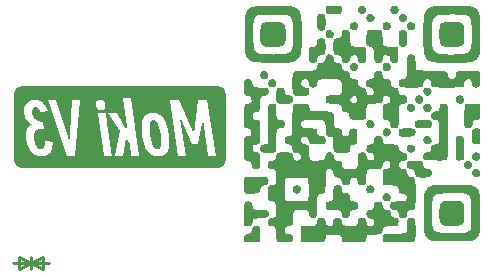
<source format=gbo>
G04*
G04 #@! TF.GenerationSoftware,Altium Limited,Altium Designer,22.7.1 (60)*
G04*
G04 Layer_Color=32896*
%FSLAX44Y44*%
%MOMM*%
G71*
G04*
G04 #@! TF.SameCoordinates,DE4C8CE6-A766-4DDB-9AE5-6163675FD0FB*
G04*
G04*
G04 #@! TF.FilePolarity,Positive*
G04*
G01*
G75*
%ADD11C,0.2540*%
%ADD83C,0.5000*%
G36*
X385237Y292507D02*
X385448Y292497D01*
X385657Y292479D01*
X385863Y292451D01*
X386066Y292413D01*
X386265Y292367D01*
X386459Y292310D01*
X386647Y292243D01*
X386829Y292167D01*
X387004Y292081D01*
X387170Y291985D01*
X387327Y291879D01*
X387475Y291763D01*
X387612Y291637D01*
X387747Y291492D01*
X387870Y291339D01*
X387981Y291178D01*
X388082Y291009D01*
X388172Y290835D01*
X388250Y290654D01*
X388318Y290468D01*
X388375Y290278D01*
X388421Y290083D01*
X388456Y289886D01*
X388482Y289686D01*
X388496Y289484D01*
X388501Y289281D01*
X388495Y289077D01*
X388479Y288873D01*
X388454Y288671D01*
X388418Y288469D01*
X388372Y288270D01*
X388317Y288073D01*
X388253Y287880D01*
X388179Y287691D01*
X388095Y287507D01*
X388002Y287328D01*
X387900Y287156D01*
X387789Y286990D01*
X387669Y286831D01*
X387541Y286681D01*
X387403Y286539D01*
X387257Y286407D01*
X387102Y286285D01*
X386938Y286173D01*
X386767Y286073D01*
X386617Y285997D01*
X386466Y285928D01*
X386316Y285866D01*
X386167Y285811D01*
X386017Y285764D01*
X385868Y285723D01*
X385719Y285689D01*
X385571Y285662D01*
X385424Y285641D01*
X385278Y285627D01*
X385133Y285619D01*
X384989Y285618D01*
X384846Y285622D01*
X384704Y285633D01*
X384564Y285649D01*
X384426Y285671D01*
X384289Y285698D01*
X384155Y285731D01*
X384022Y285770D01*
X383891Y285813D01*
X383762Y285862D01*
X383636Y285915D01*
X383512Y285974D01*
X383391Y286037D01*
X383272Y286105D01*
X383157Y286177D01*
X383044Y286254D01*
X382934Y286334D01*
X382827Y286419D01*
X382723Y286508D01*
X382623Y286601D01*
X382527Y286698D01*
X382434Y286798D01*
X382344Y286902D01*
X382259Y287009D01*
X382177Y287119D01*
X382100Y287232D01*
X382027Y287349D01*
X381958Y287468D01*
X381894Y287591D01*
X381834Y287715D01*
X381778Y287843D01*
X381728Y287972D01*
X381683Y288104D01*
X381642Y288239D01*
X381607Y288375D01*
X381577Y288513D01*
X381552Y288653D01*
X381533Y288794D01*
X381519Y288937D01*
X381512Y289082D01*
X381510Y289228D01*
X381514Y289375D01*
X381524Y289523D01*
X381540Y289671D01*
X381563Y289821D01*
X381592Y289972D01*
X381628Y290123D01*
X381670Y290274D01*
X381719Y290426D01*
X381775Y290578D01*
X381838Y290730D01*
X381908Y290882D01*
X381986Y291034D01*
X382076Y291185D01*
X382179Y291328D01*
X382295Y291463D01*
X382423Y291591D01*
X382563Y291710D01*
X382713Y291822D01*
X382872Y291926D01*
X383040Y292021D01*
X383216Y292108D01*
X383399Y292187D01*
X383589Y292257D01*
X383784Y292319D01*
X383984Y292372D01*
X384187Y292417D01*
X384394Y292453D01*
X384604Y292480D01*
X384814Y292498D01*
X385026Y292507D01*
X385237Y292507D01*
D02*
G37*
G36*
X358183Y292495D02*
X358409Y292468D01*
X358630Y292426D01*
X358846Y292369D01*
X359056Y292297D01*
X359258Y292209D01*
X359451Y292106D01*
X359634Y291987D01*
X359807Y291852D01*
X359968Y291701D01*
X360116Y291534D01*
X360251Y291350D01*
X360370Y291150D01*
X360469Y290960D01*
X360561Y290775D01*
X360646Y290594D01*
X360724Y290417D01*
X360793Y290244D01*
X360856Y290075D01*
X360911Y289910D01*
X360959Y289748D01*
X360999Y289590D01*
X361032Y289435D01*
X361058Y289283D01*
X361075Y289134D01*
X361086Y288987D01*
X361088Y288843D01*
X361083Y288702D01*
X361071Y288563D01*
X361051Y288426D01*
X361023Y288290D01*
X360988Y288157D01*
X360945Y288025D01*
X360894Y287894D01*
X360835Y287764D01*
X360769Y287636D01*
X360695Y287508D01*
X360613Y287381D01*
X360524Y287254D01*
X360426Y287128D01*
X360321Y287002D01*
X360208Y286876D01*
X360087Y286750D01*
X359958Y286623D01*
X359822Y286497D01*
X359658Y286353D01*
X359497Y286219D01*
X359337Y286095D01*
X359178Y285981D01*
X359021Y285876D01*
X358864Y285781D01*
X358709Y285697D01*
X358556Y285621D01*
X358403Y285556D01*
X358251Y285500D01*
X358101Y285455D01*
X357951Y285419D01*
X357801Y285393D01*
X357653Y285376D01*
X357505Y285370D01*
X357357Y285373D01*
X357210Y285386D01*
X357063Y285409D01*
X356917Y285442D01*
X356770Y285485D01*
X356624Y285537D01*
X356478Y285600D01*
X356332Y285672D01*
X356186Y285754D01*
X356039Y285846D01*
X355893Y285948D01*
X355746Y286060D01*
X355598Y286181D01*
X355450Y286313D01*
X355302Y286454D01*
X355152Y286605D01*
X355003Y286766D01*
X354907Y286873D01*
X354817Y286978D01*
X354732Y287081D01*
X354653Y287181D01*
X354578Y287281D01*
X354509Y287378D01*
X354445Y287475D01*
X354386Y287570D01*
X354332Y287665D01*
X354282Y287759D01*
X354238Y287853D01*
X354199Y287947D01*
X354164Y288041D01*
X354134Y288136D01*
X354109Y288232D01*
X354089Y288328D01*
X354073Y288425D01*
X354062Y288524D01*
X354055Y288625D01*
X354053Y288727D01*
X354055Y288831D01*
X354062Y288938D01*
X354073Y289047D01*
X354089Y289159D01*
X354109Y289274D01*
X354133Y289393D01*
X354161Y289514D01*
X354194Y289640D01*
X354230Y289769D01*
X354271Y289903D01*
X354316Y290041D01*
X354364Y290184D01*
X354457Y290418D01*
X354566Y290640D01*
X354691Y290851D01*
X354830Y291050D01*
X354983Y291238D01*
X355149Y291413D01*
X355325Y291576D01*
X355513Y291726D01*
X355709Y291864D01*
X355914Y291989D01*
X356126Y292101D01*
X356344Y292199D01*
X356567Y292285D01*
X356794Y292357D01*
X357024Y292415D01*
X357256Y292459D01*
X357489Y292490D01*
X357722Y292506D01*
X357954Y292508D01*
X358183Y292495D01*
D02*
G37*
G36*
X335824Y292385D02*
X336100Y292383D01*
X336370Y292379D01*
X336632Y292374D01*
X336888Y292368D01*
X337135Y292361D01*
X337374Y292353D01*
X337605Y292343D01*
X337827Y292332D01*
X338039Y292320D01*
X338241Y292307D01*
X338432Y292293D01*
X338613Y292278D01*
X338783Y292262D01*
X338941Y292245D01*
X339087Y292226D01*
X339221Y292207D01*
X339341Y292187D01*
X339448Y292166D01*
X339542Y292144D01*
X339621Y292121D01*
X339685Y292097D01*
X339735Y292072D01*
X339769Y292046D01*
X339911Y291854D01*
X340028Y291595D01*
X340122Y291277D01*
X340192Y290911D01*
X340239Y290505D01*
X340264Y290070D01*
X340267Y289614D01*
X340249Y289148D01*
X340210Y288680D01*
X340151Y288221D01*
X340073Y287779D01*
X339976Y287365D01*
X339861Y286987D01*
X339728Y286656D01*
X339577Y286380D01*
X339411Y286169D01*
X339292Y286075D01*
X339130Y285985D01*
X338927Y285900D01*
X338683Y285819D01*
X338402Y285742D01*
X338085Y285671D01*
X337734Y285606D01*
X337352Y285546D01*
X336940Y285492D01*
X336499Y285444D01*
X336033Y285403D01*
X335543Y285369D01*
X335031Y285342D01*
X334499Y285322D01*
X333950Y285310D01*
X333384Y285306D01*
X332977Y285307D01*
X332586Y285311D01*
X332334Y285315D01*
X332089Y285320D01*
X331850Y285327D01*
X331618Y285335D01*
X331392Y285345D01*
X331172Y285356D01*
X330959Y285369D01*
X330752Y285383D01*
X330552Y285399D01*
X330357Y285416D01*
X330168Y285436D01*
X329986Y285457D01*
X329809Y285480D01*
X329638Y285505D01*
X329473Y285532D01*
X329313Y285560D01*
X329159Y285591D01*
X329011Y285624D01*
X328867Y285660D01*
X328730Y285697D01*
X328597Y285737D01*
X328470Y285778D01*
X328347Y285823D01*
X328230Y285869D01*
X328118Y285919D01*
X328010Y285970D01*
X327908Y286024D01*
X327810Y286081D01*
X327717Y286141D01*
X327628Y286203D01*
X327544Y286268D01*
X327464Y286336D01*
X327389Y286406D01*
X327318Y286480D01*
X327251Y286557D01*
X327188Y286636D01*
X327129Y286719D01*
X327074Y286805D01*
X327024Y286894D01*
X326977Y286986D01*
X326933Y287081D01*
X326894Y287180D01*
X326857Y287282D01*
X326825Y287388D01*
X326796Y287496D01*
X326770Y287609D01*
X326748Y287725D01*
X326728Y287845D01*
X326712Y287968D01*
X326699Y288096D01*
X326689Y288227D01*
X326682Y288361D01*
X326678Y288500D01*
X326676Y288643D01*
X326677Y288789D01*
X326681Y288940D01*
X326687Y289094D01*
X326701Y289334D01*
X326720Y289583D01*
X326736Y289755D01*
X326965Y292140D01*
X333114Y292346D01*
X333430Y292356D01*
X333743Y292364D01*
X334053Y292371D01*
X334359Y292377D01*
X334662Y292381D01*
X334960Y292384D01*
X335253Y292386D01*
X335541Y292386D01*
X335824Y292385D01*
D02*
G37*
G36*
X392203Y286018D02*
X392344Y285996D01*
X392493Y285959D01*
X392649Y285910D01*
X392811Y285848D01*
X392978Y285775D01*
X393148Y285691D01*
X393319Y285596D01*
X393492Y285492D01*
X393664Y285380D01*
X393834Y285259D01*
X394001Y285132D01*
X394163Y284998D01*
X394320Y284858D01*
X394469Y284713D01*
X394610Y284565D01*
X394706Y284457D01*
X394796Y284352D01*
X394881Y284250D01*
X394961Y284149D01*
X395035Y284050D01*
X395104Y283952D01*
X395168Y283856D01*
X395228Y283760D01*
X395282Y283666D01*
X395331Y283571D01*
X395375Y283477D01*
X395415Y283384D01*
X395449Y283289D01*
X395479Y283195D01*
X395504Y283099D01*
X395524Y283003D01*
X395540Y282906D01*
X395551Y282807D01*
X395557Y282707D01*
X395559Y282605D01*
X395556Y282500D01*
X395549Y282394D01*
X395538Y282285D01*
X395522Y282173D01*
X395502Y282057D01*
X395478Y281939D01*
X395449Y281817D01*
X395416Y281692D01*
X395379Y281562D01*
X395338Y281428D01*
X395293Y281290D01*
X395244Y281147D01*
X395191Y280999D01*
X395137Y280858D01*
X395083Y280725D01*
X395028Y280599D01*
X394973Y280479D01*
X394916Y280366D01*
X394857Y280259D01*
X394797Y280159D01*
X394735Y280065D01*
X394670Y279976D01*
X394602Y279894D01*
X394532Y279817D01*
X394458Y279746D01*
X394381Y279679D01*
X394300Y279618D01*
X394215Y279562D01*
X394126Y279511D01*
X394032Y279464D01*
X393933Y279421D01*
X393829Y279383D01*
X393719Y279349D01*
X393604Y279319D01*
X393482Y279292D01*
X393355Y279269D01*
X393220Y279249D01*
X393079Y279233D01*
X392931Y279219D01*
X392775Y279208D01*
X392612Y279200D01*
X392440Y279195D01*
X392261Y279192D01*
X392072Y279191D01*
X391884Y279192D01*
X391705Y279195D01*
X391533Y279200D01*
X391370Y279208D01*
X391214Y279219D01*
X391066Y279233D01*
X390925Y279249D01*
X390790Y279269D01*
X390663Y279292D01*
X390541Y279319D01*
X390426Y279349D01*
X390316Y279383D01*
X390212Y279421D01*
X390113Y279464D01*
X390019Y279511D01*
X389930Y279562D01*
X389845Y279618D01*
X389764Y279679D01*
X389687Y279746D01*
X389613Y279817D01*
X389543Y279894D01*
X389475Y279976D01*
X389410Y280065D01*
X389348Y280159D01*
X389288Y280259D01*
X389229Y280366D01*
X389172Y280479D01*
X389117Y280599D01*
X389062Y280725D01*
X389008Y280858D01*
X388954Y280999D01*
X388901Y281147D01*
X388835Y281356D01*
X388784Y281566D01*
X388747Y281779D01*
X388723Y281992D01*
X388713Y282205D01*
X388715Y282418D01*
X388730Y282631D01*
X388757Y282842D01*
X388796Y283051D01*
X388846Y283258D01*
X388907Y283462D01*
X388979Y283662D01*
X389061Y283858D01*
X389153Y284049D01*
X389254Y284235D01*
X389365Y284415D01*
X389484Y284589D01*
X389612Y284755D01*
X389747Y284914D01*
X389891Y285065D01*
X390041Y285207D01*
X390199Y285339D01*
X390363Y285462D01*
X390533Y285574D01*
X390709Y285675D01*
X390891Y285765D01*
X391077Y285842D01*
X391268Y285906D01*
X391464Y285958D01*
X391663Y285995D01*
X391866Y286018D01*
X392072Y286025D01*
X392203Y286018D01*
D02*
G37*
G36*
X364241Y285874D02*
X364361Y285866D01*
X364481Y285853D01*
X364602Y285836D01*
X364724Y285814D01*
X364846Y285787D01*
X364968Y285756D01*
X365091Y285720D01*
X365214Y285679D01*
X365336Y285633D01*
X365459Y285583D01*
X365582Y285527D01*
X365704Y285467D01*
X365826Y285402D01*
X365948Y285331D01*
X366069Y285256D01*
X366189Y285176D01*
X366309Y285091D01*
X366428Y285000D01*
X366545Y284904D01*
X366662Y284804D01*
X366778Y284698D01*
X366893Y284586D01*
X367055Y284421D01*
X367207Y284258D01*
X367349Y284098D01*
X367480Y283940D01*
X367602Y283786D01*
X367713Y283633D01*
X367813Y283483D01*
X367904Y283335D01*
X367984Y283190D01*
X368055Y283045D01*
X368114Y282903D01*
X368164Y282762D01*
X368203Y282622D01*
X368233Y282484D01*
X368252Y282346D01*
X368260Y282210D01*
X368259Y282074D01*
X368247Y281939D01*
X368226Y281804D01*
X368194Y281670D01*
X368151Y281535D01*
X368099Y281401D01*
X368036Y281266D01*
X367964Y281131D01*
X367881Y280996D01*
X367788Y280860D01*
X367684Y280723D01*
X367571Y280585D01*
X367447Y280446D01*
X367314Y280306D01*
X367170Y280165D01*
X367016Y280021D01*
X366890Y279911D01*
X366764Y279806D01*
X366637Y279706D01*
X366510Y279612D01*
X366381Y279523D01*
X366253Y279440D01*
X366125Y279362D01*
X365996Y279289D01*
X365867Y279222D01*
X365738Y279160D01*
X365610Y279103D01*
X365481Y279051D01*
X365353Y279004D01*
X365225Y278962D01*
X365097Y278926D01*
X364970Y278894D01*
X364843Y278867D01*
X364717Y278846D01*
X364592Y278829D01*
X364468Y278817D01*
X364345Y278810D01*
X364223Y278808D01*
X364101Y278810D01*
X363981Y278817D01*
X363863Y278829D01*
X363745Y278846D01*
X363629Y278867D01*
X363515Y278892D01*
X363402Y278922D01*
X363291Y278957D01*
X363182Y278996D01*
X363074Y279040D01*
X362969Y279088D01*
X362865Y279140D01*
X362764Y279196D01*
X362665Y279257D01*
X362568Y279322D01*
X362474Y279392D01*
X362382Y279465D01*
X362293Y279543D01*
X362206Y279624D01*
X362122Y279710D01*
X362041Y279800D01*
X361963Y279893D01*
X361887Y279991D01*
X361815Y280093D01*
X361746Y280198D01*
X361680Y280307D01*
X361618Y280420D01*
X361558Y280537D01*
X361503Y280658D01*
X361451Y280782D01*
X361403Y280910D01*
X361358Y281041D01*
X361317Y281176D01*
X361280Y281315D01*
X361247Y281457D01*
X361219Y281602D01*
X361194Y281751D01*
X361174Y281904D01*
X361158Y282060D01*
X361147Y282219D01*
X361140Y282381D01*
X361137Y282547D01*
X361140Y282699D01*
X361147Y282849D01*
X361159Y282995D01*
X361175Y283139D01*
X361196Y283279D01*
X361222Y283415D01*
X361251Y283549D01*
X361285Y283679D01*
X361323Y283806D01*
X361365Y283929D01*
X361411Y284049D01*
X361460Y284165D01*
X361514Y284278D01*
X361571Y284388D01*
X361631Y284494D01*
X361695Y284596D01*
X361762Y284694D01*
X361833Y284789D01*
X361906Y284880D01*
X361983Y284968D01*
X362062Y285051D01*
X362145Y285131D01*
X362230Y285207D01*
X362318Y285279D01*
X362408Y285347D01*
X362501Y285412D01*
X362596Y285472D01*
X362693Y285528D01*
X362793Y285580D01*
X362895Y285629D01*
X362998Y285672D01*
X363104Y285712D01*
X363211Y285748D01*
X363320Y285779D01*
X363430Y285806D01*
X363543Y285829D01*
X363656Y285848D01*
X363771Y285862D01*
X363887Y285872D01*
X364004Y285877D01*
X364122Y285878D01*
X364241Y285874D01*
D02*
G37*
G36*
X351054Y278812D02*
X351193Y278805D01*
X351331Y278793D01*
X351468Y278775D01*
X351604Y278751D01*
X351738Y278722D01*
X351871Y278686D01*
X352003Y278643D01*
X352132Y278595D01*
X352260Y278540D01*
X352385Y278479D01*
X352508Y278411D01*
X352628Y278336D01*
X352746Y278255D01*
X352860Y278166D01*
X352972Y278070D01*
X353080Y277968D01*
X353209Y277828D01*
X353327Y277678D01*
X353435Y277519D01*
X353533Y277351D01*
X353620Y277175D01*
X353697Y276992D01*
X353764Y276802D01*
X353821Y276607D01*
X353867Y276408D01*
X353905Y276204D01*
X353932Y275997D01*
X353950Y275788D01*
X353957Y275578D01*
X353956Y275366D01*
X353945Y275154D01*
X353925Y274943D01*
X353896Y274734D01*
X353857Y274527D01*
X353810Y274323D01*
X353753Y274123D01*
X353688Y273927D01*
X353614Y273737D01*
X353531Y273553D01*
X353440Y273376D01*
X353340Y273207D01*
X353232Y273047D01*
X353116Y272896D01*
X352991Y272755D01*
X352859Y272624D01*
X352718Y272506D01*
X352570Y272400D01*
X352413Y272307D01*
X352228Y272216D01*
X352039Y272137D01*
X351847Y272070D01*
X351652Y272015D01*
X351455Y271972D01*
X351257Y271940D01*
X351057Y271920D01*
X350856Y271911D01*
X350655Y271914D01*
X350454Y271926D01*
X350254Y271950D01*
X350055Y271984D01*
X349858Y272028D01*
X349664Y272082D01*
X349472Y272146D01*
X349283Y272219D01*
X349098Y272302D01*
X348917Y272394D01*
X348740Y272495D01*
X348569Y272604D01*
X348404Y272722D01*
X348245Y272848D01*
X348093Y272983D01*
X347948Y273125D01*
X347810Y273275D01*
X347681Y273432D01*
X347561Y273597D01*
X347449Y273769D01*
X347348Y273947D01*
X347256Y274133D01*
X347176Y274324D01*
X347106Y274522D01*
X347065Y274664D01*
X347032Y274805D01*
X347007Y274945D01*
X346990Y275084D01*
X346980Y275223D01*
X346978Y275360D01*
X346982Y275496D01*
X346994Y275632D01*
X347012Y275765D01*
X347038Y275898D01*
X347069Y276028D01*
X347107Y276157D01*
X347150Y276285D01*
X347200Y276410D01*
X347255Y276534D01*
X347315Y276655D01*
X347381Y276775D01*
X347453Y276892D01*
X347528Y277006D01*
X347609Y277118D01*
X347695Y277228D01*
X347784Y277335D01*
X347878Y277439D01*
X347976Y277540D01*
X348078Y277638D01*
X348183Y277732D01*
X348292Y277824D01*
X348404Y277912D01*
X348520Y277997D01*
X348638Y278078D01*
X348759Y278156D01*
X348882Y278230D01*
X349008Y278300D01*
X349136Y278366D01*
X349266Y278428D01*
X349398Y278485D01*
X349531Y278539D01*
X349666Y278588D01*
X349802Y278632D01*
X349939Y278672D01*
X350078Y278707D01*
X350216Y278737D01*
X350356Y278763D01*
X350495Y278783D01*
X350635Y278798D01*
X350775Y278808D01*
X350915Y278813D01*
X351054Y278812D01*
D02*
G37*
G36*
X398909Y278792D02*
X399089Y278778D01*
X399270Y278755D01*
X399450Y278725D01*
X399630Y278686D01*
X399809Y278638D01*
X399987Y278583D01*
X400163Y278519D01*
X400337Y278448D01*
X400509Y278368D01*
X400677Y278280D01*
X400842Y278184D01*
X401003Y278080D01*
X401161Y277969D01*
X401313Y277849D01*
X401460Y277722D01*
X401602Y277587D01*
X401738Y277444D01*
X401851Y277313D01*
X401955Y277181D01*
X402052Y277048D01*
X402140Y276912D01*
X402220Y276776D01*
X402291Y276639D01*
X402355Y276501D01*
X402412Y276362D01*
X402461Y276223D01*
X402502Y276083D01*
X402537Y275943D01*
X402564Y275803D01*
X402584Y275663D01*
X402597Y275523D01*
X402603Y275384D01*
X402603Y275245D01*
X402596Y275107D01*
X402583Y274969D01*
X402564Y274833D01*
X402538Y274698D01*
X402507Y274564D01*
X402469Y274431D01*
X402426Y274301D01*
X402378Y274172D01*
X402324Y274044D01*
X402265Y273919D01*
X402200Y273797D01*
X402131Y273676D01*
X402056Y273559D01*
X401977Y273444D01*
X401893Y273331D01*
X401805Y273222D01*
X401712Y273116D01*
X401615Y273014D01*
X401513Y272915D01*
X401408Y272819D01*
X401299Y272727D01*
X401186Y272640D01*
X401070Y272556D01*
X400950Y272477D01*
X400827Y272402D01*
X400701Y272332D01*
X400571Y272267D01*
X400439Y272206D01*
X400304Y272150D01*
X400166Y272100D01*
X400026Y272055D01*
X399883Y272016D01*
X399738Y271982D01*
X399590Y271954D01*
X399441Y271933D01*
X399290Y271917D01*
X399137Y271908D01*
X398983Y271905D01*
X398826Y271909D01*
X398669Y271919D01*
X398511Y271937D01*
X398351Y271961D01*
X398190Y271993D01*
X398029Y272032D01*
X397867Y272079D01*
X397704Y272134D01*
X397541Y272196D01*
X397377Y272267D01*
X397204Y272354D01*
X397039Y272456D01*
X396883Y272570D01*
X396735Y272696D01*
X396596Y272833D01*
X396466Y272981D01*
X396345Y273138D01*
X396232Y273305D01*
X396129Y273479D01*
X396035Y273661D01*
X395950Y273850D01*
X395875Y274044D01*
X395809Y274244D01*
X395754Y274447D01*
X395707Y274655D01*
X395671Y274864D01*
X395645Y275076D01*
X395629Y275290D01*
X395623Y275503D01*
X395628Y275716D01*
X395643Y275928D01*
X395668Y276139D01*
X395705Y276346D01*
X395752Y276551D01*
X395810Y276750D01*
X395879Y276945D01*
X395960Y277135D01*
X396051Y277317D01*
X396154Y277493D01*
X396269Y277660D01*
X396395Y277819D01*
X396533Y277968D01*
X396658Y278084D01*
X396789Y278192D01*
X396926Y278291D01*
X397070Y278381D01*
X397218Y278461D01*
X397372Y278534D01*
X397530Y278597D01*
X397692Y278651D01*
X397858Y278697D01*
X398028Y278734D01*
X398200Y278763D01*
X398374Y278783D01*
X398551Y278794D01*
X398729Y278797D01*
X398909Y278792D01*
D02*
G37*
G36*
X378301Y278784D02*
X378491Y278768D01*
X378680Y278744D01*
X378869Y278713D01*
X379056Y278673D01*
X379241Y278624D01*
X379424Y278568D01*
X379604Y278504D01*
X379780Y278432D01*
X379953Y278351D01*
X380120Y278263D01*
X380283Y278167D01*
X380439Y278062D01*
X380590Y277950D01*
X380734Y277829D01*
X380870Y277701D01*
X380990Y277575D01*
X381102Y277448D01*
X381206Y277319D01*
X381303Y277188D01*
X381392Y277055D01*
X381474Y276920D01*
X381548Y276784D01*
X381615Y276647D01*
X381675Y276509D01*
X381727Y276371D01*
X381773Y276231D01*
X381812Y276091D01*
X381845Y275950D01*
X381870Y275809D01*
X381890Y275668D01*
X381902Y275528D01*
X381909Y275387D01*
X381909Y275247D01*
X381904Y275107D01*
X381892Y274968D01*
X381875Y274831D01*
X381851Y274694D01*
X381823Y274558D01*
X381788Y274424D01*
X381748Y274291D01*
X381703Y274160D01*
X381653Y274031D01*
X381598Y273904D01*
X381537Y273779D01*
X381472Y273657D01*
X381402Y273537D01*
X381327Y273419D01*
X381248Y273305D01*
X381165Y273194D01*
X381077Y273085D01*
X380984Y272980D01*
X380888Y272879D01*
X380788Y272781D01*
X380683Y272687D01*
X380575Y272598D01*
X380463Y272512D01*
X380348Y272430D01*
X380229Y272353D01*
X380107Y272281D01*
X379982Y272213D01*
X379853Y272151D01*
X379721Y272093D01*
X379587Y272041D01*
X379449Y271995D01*
X379309Y271954D01*
X379167Y271918D01*
X379021Y271889D01*
X378874Y271865D01*
X378724Y271848D01*
X378572Y271838D01*
X378418Y271834D01*
X378261Y271837D01*
X378103Y271846D01*
X377944Y271863D01*
X377782Y271887D01*
X377619Y271918D01*
X377455Y271957D01*
X377289Y272004D01*
X377123Y272058D01*
X376921Y272137D01*
X376728Y272229D01*
X376542Y272334D01*
X376365Y272451D01*
X376197Y272579D01*
X376037Y272718D01*
X375886Y272867D01*
X375745Y273025D01*
X375612Y273192D01*
X375489Y273366D01*
X375376Y273548D01*
X375272Y273736D01*
X375179Y273930D01*
X375096Y274129D01*
X375023Y274332D01*
X374961Y274539D01*
X374909Y274750D01*
X374869Y274962D01*
X374840Y275176D01*
X374822Y275391D01*
X374815Y275607D01*
X374821Y275822D01*
X374838Y276036D01*
X374868Y276248D01*
X374909Y276457D01*
X374964Y276663D01*
X375031Y276866D01*
X375110Y277064D01*
X375203Y277256D01*
X375309Y277443D01*
X375429Y277623D01*
X375562Y277795D01*
X375673Y277919D01*
X375793Y278035D01*
X375922Y278143D01*
X376058Y278242D01*
X376202Y278333D01*
X376352Y278416D01*
X376509Y278490D01*
X376671Y278556D01*
X376839Y278615D01*
X377011Y278664D01*
X377188Y278706D01*
X377368Y278739D01*
X377551Y278764D01*
X377736Y278782D01*
X377923Y278790D01*
X378112Y278791D01*
X378301Y278784D01*
D02*
G37*
G36*
X323203Y286021D02*
X323401Y286008D01*
X323601Y285986D01*
X323802Y285957D01*
X324002Y285921D01*
X324200Y285877D01*
X324394Y285828D01*
X324582Y285772D01*
X324765Y285710D01*
X324939Y285644D01*
X325104Y285573D01*
X325259Y285497D01*
X325401Y285418D01*
X325530Y285335D01*
X325644Y285250D01*
X325742Y285162D01*
X325837Y285041D01*
X325928Y284876D01*
X326014Y284667D01*
X326096Y284416D01*
X326172Y284126D01*
X326243Y283799D01*
X326309Y283435D01*
X326368Y283036D01*
X326422Y282606D01*
X326469Y282144D01*
X326510Y281654D01*
X326543Y281136D01*
X326570Y280594D01*
X326589Y280027D01*
X326601Y279439D01*
X326605Y278831D01*
X326604Y278420D01*
X326601Y278025D01*
X326595Y277644D01*
X326587Y277278D01*
X326577Y276927D01*
X326563Y276590D01*
X326553Y276373D01*
X326541Y276161D01*
X326528Y275957D01*
X326514Y275758D01*
X326498Y275564D01*
X326480Y275377D01*
X326461Y275196D01*
X326441Y275020D01*
X326419Y274849D01*
X326395Y274684D01*
X326370Y274525D01*
X326343Y274370D01*
X326315Y274221D01*
X326284Y274077D01*
X326252Y273939D01*
X326217Y273805D01*
X326181Y273676D01*
X326143Y273552D01*
X326103Y273433D01*
X326061Y273318D01*
X326017Y273208D01*
X325971Y273103D01*
X325923Y273002D01*
X325872Y272905D01*
X325819Y272812D01*
X325764Y272724D01*
X325707Y272640D01*
X325647Y272560D01*
X325585Y272484D01*
X325521Y272412D01*
X325454Y272344D01*
X325385Y272279D01*
X325313Y272218D01*
X325238Y272160D01*
X325161Y272106D01*
X325081Y272056D01*
X324999Y272008D01*
X324914Y271965D01*
X324826Y271924D01*
X324735Y271886D01*
X324641Y271851D01*
X324545Y271819D01*
X324445Y271791D01*
X324343Y271764D01*
X324237Y271741D01*
X324073Y271711D01*
X323902Y271686D01*
X323724Y271666D01*
X323539Y271652D01*
X323346Y271643D01*
X323146Y271638D01*
X323008Y271637D01*
X322870Y271638D01*
X322736Y271640D01*
X322605Y271645D01*
X322477Y271652D01*
X322353Y271661D01*
X322231Y271672D01*
X322113Y271686D01*
X321999Y271702D01*
X321887Y271720D01*
X321779Y271741D01*
X321673Y271764D01*
X321571Y271791D01*
X321471Y271819D01*
X321375Y271851D01*
X321281Y271886D01*
X321190Y271924D01*
X321102Y271965D01*
X321017Y272008D01*
X320934Y272056D01*
X320855Y272106D01*
X320778Y272160D01*
X320703Y272218D01*
X320631Y272279D01*
X320562Y272344D01*
X320495Y272412D01*
X320430Y272484D01*
X320368Y272560D01*
X320309Y272640D01*
X320251Y272724D01*
X320196Y272812D01*
X320144Y272905D01*
X320093Y273002D01*
X320045Y273103D01*
X319999Y273208D01*
X319954Y273318D01*
X319912Y273433D01*
X319872Y273552D01*
X319834Y273676D01*
X319798Y273805D01*
X319764Y273939D01*
X319732Y274077D01*
X319701Y274221D01*
X319673Y274370D01*
X319646Y274525D01*
X319620Y274684D01*
X319597Y274849D01*
X319575Y275020D01*
X319554Y275196D01*
X319535Y275377D01*
X319518Y275564D01*
X319502Y275758D01*
X319488Y275957D01*
X319475Y276161D01*
X319463Y276373D01*
X319452Y276590D01*
X319443Y276813D01*
X319435Y277042D01*
X319429Y277278D01*
X319423Y277521D01*
X319418Y277769D01*
X319415Y278025D01*
X319413Y278287D01*
X319411Y278555D01*
X319411Y278970D01*
X319413Y279375D01*
X319417Y279766D01*
X319423Y280142D01*
X319432Y280502D01*
X319443Y280849D01*
X319457Y281182D01*
X319468Y281396D01*
X319481Y281604D01*
X319495Y281806D01*
X319510Y282002D01*
X319527Y282192D01*
X319545Y282376D01*
X319564Y282555D01*
X319585Y282728D01*
X319608Y282896D01*
X319633Y283058D01*
X319659Y283215D01*
X319687Y283367D01*
X319716Y283513D01*
X319748Y283654D01*
X319781Y283791D01*
X319816Y283922D01*
X319853Y284049D01*
X319892Y284170D01*
X319933Y284287D01*
X319976Y284399D01*
X320021Y284507D01*
X320069Y284610D01*
X320118Y284709D01*
X320170Y284804D01*
X320224Y284894D01*
X320280Y284980D01*
X320338Y285062D01*
X320399Y285140D01*
X320462Y285215D01*
X320528Y285285D01*
X320596Y285351D01*
X320667Y285414D01*
X320740Y285473D01*
X320816Y285529D01*
X320894Y285581D01*
X320975Y285630D01*
X321059Y285676D01*
X321146Y285718D01*
X321235Y285758D01*
X321327Y285794D01*
X321423Y285827D01*
X321521Y285857D01*
X321622Y285885D01*
X321726Y285910D01*
X321833Y285932D01*
X321999Y285960D01*
X322172Y285983D01*
X322353Y286001D01*
X322540Y286014D01*
X322736Y286022D01*
X322938Y286025D01*
X323008Y286025D01*
X323203Y286021D01*
D02*
G37*
G36*
X329708Y272205D02*
X329828Y272197D01*
X329949Y272184D01*
X330070Y272167D01*
X330191Y272145D01*
X330313Y272118D01*
X330436Y272087D01*
X330559Y272051D01*
X330681Y272010D01*
X330804Y271964D01*
X330927Y271914D01*
X331049Y271858D01*
X331172Y271798D01*
X331294Y271733D01*
X331415Y271663D01*
X331536Y271587D01*
X331657Y271507D01*
X331776Y271422D01*
X331895Y271331D01*
X332013Y271236D01*
X332130Y271135D01*
X332246Y271029D01*
X332360Y270917D01*
X332472Y270803D01*
X332578Y270687D01*
X332678Y270570D01*
X332774Y270452D01*
X332865Y270333D01*
X332950Y270214D01*
X333030Y270093D01*
X333106Y269972D01*
X333176Y269851D01*
X333241Y269729D01*
X333301Y269606D01*
X333357Y269484D01*
X333407Y269361D01*
X333453Y269238D01*
X333494Y269116D01*
X333530Y268993D01*
X333561Y268871D01*
X333588Y268748D01*
X333610Y268627D01*
X333627Y268506D01*
X333640Y268385D01*
X333648Y268265D01*
X333652Y268146D01*
X333651Y268028D01*
X333646Y267911D01*
X333636Y267795D01*
X333622Y267681D01*
X333603Y267567D01*
X333580Y267455D01*
X333553Y267345D01*
X333522Y267236D01*
X333486Y267128D01*
X333447Y267023D01*
X333402Y266919D01*
X333354Y266818D01*
X333302Y266718D01*
X333246Y266621D01*
X333186Y266525D01*
X333121Y266433D01*
X333053Y266342D01*
X332981Y266255D01*
X332905Y266169D01*
X332825Y266087D01*
X332742Y266007D01*
X332654Y265931D01*
X332563Y265857D01*
X332468Y265787D01*
X332370Y265720D01*
X332268Y265656D01*
X332162Y265595D01*
X332052Y265538D01*
X331939Y265485D01*
X331823Y265435D01*
X331703Y265389D01*
X331580Y265347D01*
X331453Y265310D01*
X331323Y265276D01*
X331189Y265246D01*
X331053Y265221D01*
X330913Y265200D01*
X330769Y265184D01*
X330623Y265172D01*
X330473Y265164D01*
X330321Y265162D01*
X330088Y265166D01*
X329863Y265176D01*
X329646Y265194D01*
X329436Y265218D01*
X329234Y265250D01*
X329040Y265289D01*
X328854Y265334D01*
X328675Y265387D01*
X328504Y265448D01*
X328340Y265515D01*
X328184Y265590D01*
X328035Y265672D01*
X327894Y265761D01*
X327761Y265858D01*
X327635Y265962D01*
X327516Y266073D01*
X327405Y266192D01*
X327301Y266318D01*
X327204Y266451D01*
X327115Y266592D01*
X327033Y266741D01*
X326958Y266897D01*
X326891Y267061D01*
X326830Y267232D01*
X326777Y267411D01*
X326732Y267597D01*
X326693Y267791D01*
X326661Y267993D01*
X326637Y268202D01*
X326619Y268420D01*
X326609Y268645D01*
X326605Y268878D01*
X326607Y269030D01*
X326615Y269180D01*
X326627Y269326D01*
X326643Y269470D01*
X326664Y269610D01*
X326689Y269746D01*
X326719Y269880D01*
X326753Y270010D01*
X326791Y270137D01*
X326832Y270260D01*
X326878Y270380D01*
X326928Y270496D01*
X326981Y270609D01*
X327038Y270719D01*
X327099Y270824D01*
X327163Y270927D01*
X327230Y271025D01*
X327300Y271120D01*
X327374Y271211D01*
X327450Y271299D01*
X327530Y271382D01*
X327612Y271462D01*
X327697Y271538D01*
X327785Y271610D01*
X327876Y271678D01*
X327968Y271743D01*
X328064Y271803D01*
X328161Y271859D01*
X328261Y271911D01*
X328362Y271959D01*
X328466Y272003D01*
X328571Y272043D01*
X328679Y272079D01*
X328788Y272110D01*
X328898Y272137D01*
X329010Y272160D01*
X329124Y272179D01*
X329238Y272193D01*
X329354Y272202D01*
X329471Y272208D01*
X329589Y272209D01*
X329708Y272205D01*
D02*
G37*
G36*
X392310Y272292D02*
X392445Y272283D01*
X392579Y272269D01*
X392714Y272248D01*
X392848Y272223D01*
X392984Y272192D01*
X393120Y272155D01*
X393258Y272113D01*
X393396Y272066D01*
X393536Y272013D01*
X393677Y271954D01*
X393820Y271890D01*
X393964Y271821D01*
X394111Y271745D01*
X394259Y271665D01*
X394411Y271579D01*
X394594Y271460D01*
X394760Y271323D01*
X394908Y271165D01*
X395041Y270981D01*
X395158Y270767D01*
X395261Y270520D01*
X395350Y270235D01*
X395425Y269907D01*
X395490Y269533D01*
X395542Y269109D01*
X395585Y268629D01*
X395617Y268092D01*
X395642Y267491D01*
X395658Y266823D01*
X395667Y266084D01*
X395670Y265270D01*
X395669Y264851D01*
X395666Y264448D01*
X395660Y264061D01*
X395652Y263688D01*
X395642Y263331D01*
X395629Y262987D01*
X395618Y262767D01*
X395607Y262552D01*
X395594Y262344D01*
X395579Y262141D01*
X395564Y261945D01*
X395546Y261754D01*
X395528Y261570D01*
X395508Y261391D01*
X395486Y261218D01*
X395462Y261050D01*
X395437Y260889D01*
X395410Y260732D01*
X395382Y260581D01*
X395351Y260435D01*
X395319Y260294D01*
X395285Y260158D01*
X395249Y260028D01*
X395211Y259902D01*
X395172Y259781D01*
X395130Y259665D01*
X395086Y259553D01*
X395040Y259447D01*
X394992Y259344D01*
X394941Y259246D01*
X394889Y259153D01*
X394834Y259064D01*
X394776Y258979D01*
X394717Y258898D01*
X394655Y258821D01*
X394591Y258748D01*
X394524Y258679D01*
X394454Y258613D01*
X394383Y258552D01*
X394308Y258494D01*
X394231Y258440D01*
X394151Y258389D01*
X394068Y258341D01*
X393983Y258297D01*
X393895Y258256D01*
X393804Y258218D01*
X393710Y258183D01*
X393614Y258151D01*
X393514Y258122D01*
X393411Y258095D01*
X393306Y258072D01*
X393197Y258051D01*
X393028Y258024D01*
X392852Y258003D01*
X392668Y257987D01*
X392477Y257976D01*
X392279Y257970D01*
X392072Y257968D01*
X391934Y257969D01*
X391799Y257971D01*
X391668Y257976D01*
X391539Y257983D01*
X391415Y257992D01*
X391293Y258003D01*
X391175Y258017D01*
X391060Y258033D01*
X390948Y258051D01*
X390839Y258072D01*
X390733Y258095D01*
X390631Y258122D01*
X390531Y258151D01*
X390434Y258183D01*
X390340Y258218D01*
X390249Y258256D01*
X390161Y258297D01*
X390076Y258341D01*
X389994Y258389D01*
X389914Y258440D01*
X389837Y258494D01*
X389762Y258552D01*
X389690Y258614D01*
X389621Y258679D01*
X389554Y258748D01*
X389490Y258821D01*
X389428Y258898D01*
X389368Y258979D01*
X389311Y259064D01*
X389256Y259154D01*
X389203Y259247D01*
X389153Y259345D01*
X389105Y259448D01*
X389059Y259555D01*
X389015Y259666D01*
X388973Y259783D01*
X388933Y259904D01*
X388895Y260029D01*
X388859Y260160D01*
X388825Y260296D01*
X388793Y260437D01*
X388763Y260583D01*
X388734Y260735D01*
X388708Y260892D01*
X388683Y261054D01*
X388659Y261222D01*
X388637Y261395D01*
X388617Y261574D01*
X388598Y261759D01*
X388581Y261950D01*
X388565Y262146D01*
X388551Y262349D01*
X388538Y262558D01*
X388527Y262773D01*
X388516Y262994D01*
X388507Y263221D01*
X388499Y263456D01*
X388493Y263696D01*
X388487Y263943D01*
X388483Y264197D01*
X388479Y264457D01*
X388477Y264725D01*
X388476Y264999D01*
X388475Y265280D01*
X388476Y265718D01*
X388478Y266133D01*
X388481Y266527D01*
X388486Y266901D01*
X388493Y267254D01*
X388502Y267587D01*
X388512Y267902D01*
X388525Y268199D01*
X388540Y268479D01*
X388558Y268741D01*
X388578Y268988D01*
X388601Y269219D01*
X388627Y269435D01*
X388641Y269538D01*
X388656Y269637D01*
X388672Y269733D01*
X388688Y269826D01*
X388706Y269915D01*
X388724Y270002D01*
X388743Y270085D01*
X388763Y270165D01*
X388784Y270243D01*
X388806Y270317D01*
X388829Y270389D01*
X388877Y270525D01*
X388929Y270652D01*
X388986Y270769D01*
X389047Y270878D01*
X389112Y270978D01*
X389182Y271072D01*
X389257Y271159D01*
X389336Y271240D01*
X389421Y271316D01*
X389510Y271388D01*
X389605Y271455D01*
X389706Y271519D01*
X389812Y271581D01*
X389867Y271611D01*
X390027Y271695D01*
X390184Y271773D01*
X390339Y271846D01*
X390491Y271914D01*
X390640Y271976D01*
X390787Y272032D01*
X390932Y272083D01*
X391076Y272129D01*
X391217Y272169D01*
X391357Y272203D01*
X391496Y272232D01*
X391634Y272256D01*
X391770Y272274D01*
X391906Y272287D01*
X392041Y272294D01*
X392176Y272296D01*
X392310Y272292D01*
D02*
G37*
G36*
X368253Y272355D02*
X368530Y272352D01*
X368803Y272347D01*
X369073Y272340D01*
X369338Y272331D01*
X369598Y272320D01*
X369854Y272307D01*
X370104Y272293D01*
X370350Y272276D01*
X370589Y272258D01*
X370823Y272239D01*
X371051Y272217D01*
X371273Y272194D01*
X371488Y272169D01*
X371696Y272143D01*
X371897Y272115D01*
X372090Y272086D01*
X372276Y272055D01*
X372454Y272023D01*
X372625Y271990D01*
X372786Y271955D01*
X372939Y271919D01*
X373084Y271881D01*
X373219Y271843D01*
X373345Y271803D01*
X373461Y271762D01*
X373568Y271719D01*
X373664Y271676D01*
X373750Y271632D01*
X373825Y271587D01*
X373890Y271540D01*
X373943Y271493D01*
X374036Y271376D01*
X374126Y271215D01*
X374211Y271012D01*
X374292Y270770D01*
X374369Y270491D01*
X374440Y270176D01*
X374506Y269828D01*
X374567Y269450D01*
X374622Y269042D01*
X374671Y268608D01*
X374714Y268149D01*
X374749Y267667D01*
X374778Y267165D01*
X374799Y266645D01*
X374812Y266108D01*
X374817Y265557D01*
X374819Y265296D01*
X374822Y265035D01*
X374827Y264775D01*
X374833Y264517D01*
X374841Y264260D01*
X374851Y264005D01*
X374863Y263752D01*
X374875Y263503D01*
X374889Y263257D01*
X374905Y263014D01*
X374922Y262776D01*
X374940Y262542D01*
X374959Y262313D01*
X374980Y262089D01*
X375002Y261871D01*
X375025Y261658D01*
X375049Y261453D01*
X375074Y261254D01*
X375100Y261062D01*
X375127Y260878D01*
X375155Y260702D01*
X375184Y260534D01*
X375213Y260375D01*
X375244Y260226D01*
X375275Y260086D01*
X375306Y259956D01*
X375339Y259836D01*
X375372Y259727D01*
X375405Y259629D01*
X375439Y259543D01*
X375474Y259468D01*
X375509Y259407D01*
X375616Y259268D01*
X375759Y259136D01*
X375939Y259012D01*
X376157Y258895D01*
X376413Y258786D01*
X376710Y258683D01*
X377049Y258587D01*
X377430Y258496D01*
X377854Y258412D01*
X378324Y258333D01*
X378840Y258260D01*
X379403Y258193D01*
X380014Y258130D01*
X380676Y258071D01*
X381388Y258017D01*
X382152Y257968D01*
X388116Y257608D01*
Y244658D01*
X385731Y244429D01*
X385592Y244417D01*
X385455Y244407D01*
X385321Y244398D01*
X385190Y244392D01*
X385061Y244387D01*
X384934Y244385D01*
X384809Y244384D01*
X384687Y244386D01*
X384567Y244390D01*
X384450Y244396D01*
X384335Y244404D01*
X384222Y244414D01*
X384111Y244426D01*
X384003Y244440D01*
X383897Y244457D01*
X383793Y244475D01*
X383691Y244496D01*
X383592Y244519D01*
X383495Y244544D01*
X383400Y244571D01*
X383307Y244601D01*
X383216Y244633D01*
X383127Y244667D01*
X383041Y244703D01*
X382956Y244741D01*
X382874Y244782D01*
X382794Y244825D01*
X382715Y244870D01*
X382639Y244918D01*
X382565Y244968D01*
X382493Y245020D01*
X382422Y245075D01*
X382354Y245132D01*
X382288Y245191D01*
X382224Y245253D01*
X382161Y245317D01*
X382101Y245384D01*
X382043Y245452D01*
X381986Y245524D01*
X381931Y245598D01*
X381878Y245674D01*
X381827Y245753D01*
X381778Y245834D01*
X381731Y245917D01*
X381685Y246003D01*
X381641Y246092D01*
X381599Y246183D01*
X381559Y246277D01*
X381521Y246373D01*
X381484Y246472D01*
X381449Y246573D01*
X381415Y246677D01*
X381384Y246784D01*
X381354Y246893D01*
X381325Y247004D01*
X381299Y247119D01*
X381274Y247236D01*
X381250Y247355D01*
X381228Y247478D01*
X381208Y247603D01*
X381190Y247730D01*
X381172Y247861D01*
X381157Y247994D01*
X381124Y248318D01*
X381104Y248496D01*
X381083Y248664D01*
X381060Y248823D01*
X381036Y248972D01*
X381009Y249112D01*
X380979Y249243D01*
X380946Y249366D01*
X380910Y249480D01*
X380870Y249587D01*
X380826Y249686D01*
X380777Y249778D01*
X380723Y249864D01*
X380664Y249943D01*
X380599Y250016D01*
X380528Y250083D01*
X380451Y250145D01*
X380366Y250201D01*
X380274Y250253D01*
X380175Y250300D01*
X380068Y250343D01*
X379952Y250382D01*
X379827Y250418D01*
X379694Y250450D01*
X379550Y250480D01*
X379397Y250507D01*
X379234Y250532D01*
X379059Y250555D01*
X378874Y250577D01*
X378677Y250597D01*
X378469Y250616D01*
X378118Y250646D01*
X377871Y250665D01*
X377639Y250681D01*
X377421Y250693D01*
X377217Y250700D01*
X377119Y250702D01*
X377025Y250702D01*
X376935Y250700D01*
X376847Y250697D01*
X376762Y250692D01*
X376680Y250685D01*
X376600Y250676D01*
X376524Y250665D01*
X376450Y250652D01*
X376379Y250637D01*
X376310Y250619D01*
X376244Y250599D01*
X376180Y250576D01*
X376119Y250551D01*
X376059Y250523D01*
X376002Y250492D01*
X375947Y250459D01*
X375894Y250422D01*
X375843Y250382D01*
X375794Y250339D01*
X375746Y250293D01*
X375700Y250244D01*
X375656Y250191D01*
X375613Y250134D01*
X375572Y250074D01*
X375532Y250010D01*
X375494Y249942D01*
X375456Y249870D01*
X375420Y249794D01*
X375385Y249714D01*
X375351Y249630D01*
X375318Y249542D01*
X375286Y249449D01*
X375255Y249351D01*
X375224Y249249D01*
X375194Y249142D01*
X375165Y249031D01*
X375136Y248915D01*
X375107Y248793D01*
X375079Y248667D01*
X375051Y248535D01*
X375024Y248398D01*
X374996Y248256D01*
X374969Y248108D01*
X374941Y247955D01*
X374914Y247796D01*
X374858Y247461D01*
X374801Y247103D01*
X374742Y246719D01*
X374680Y246311D01*
X374648Y246097D01*
X374612Y245903D01*
X374562Y245723D01*
X374497Y245557D01*
X374417Y245406D01*
X374320Y245267D01*
X374205Y245142D01*
X374072Y245028D01*
X373919Y244925D01*
X373745Y244834D01*
X373550Y244752D01*
X373331Y244680D01*
X373089Y244617D01*
X372822Y244563D01*
X372529Y244516D01*
X372209Y244476D01*
X371861Y244442D01*
X371700Y244429D01*
X371543Y244419D01*
X371390Y244410D01*
X371241Y244404D01*
X371096Y244400D01*
X370954Y244398D01*
X370817Y244400D01*
X370683Y244403D01*
X370553Y244409D01*
X370427Y244418D01*
X370304Y244430D01*
X370185Y244445D01*
X370069Y244463D01*
X369956Y244484D01*
X369847Y244508D01*
X369741Y244535D01*
X369639Y244566D01*
X369540Y244600D01*
X369443Y244638D01*
X369350Y244679D01*
X369260Y244725D01*
X369173Y244774D01*
X369089Y244827D01*
X369008Y244883D01*
X368929Y244944D01*
X368853Y245010D01*
X368780Y245079D01*
X368710Y245153D01*
X368642Y245231D01*
X368577Y245314D01*
X368514Y245401D01*
X368453Y245493D01*
X368395Y245590D01*
X368340Y245692D01*
X368286Y245799D01*
X368235Y245910D01*
X368186Y246027D01*
X368139Y246149D01*
X368094Y246277D01*
X368050Y246410D01*
X368009Y246548D01*
X367970Y246692D01*
X367933Y246842D01*
X367897Y246997D01*
X367863Y247158D01*
X367831Y247325D01*
X367800Y247498D01*
X367771Y247678D01*
X367743Y247863D01*
X367717Y248055D01*
X367692Y248253D01*
X367668Y248458D01*
X367646Y248669D01*
X367625Y248887D01*
X367604Y249111D01*
X367585Y249343D01*
X367568Y249581D01*
X367551Y249826D01*
X367535Y250079D01*
X367520Y250338D01*
X367505Y250605D01*
X367492Y250879D01*
X367479Y251161D01*
X367451Y251835D01*
X367429Y252323D01*
X367411Y252671D01*
X367392Y253003D01*
X367372Y253320D01*
X367351Y253622D01*
X367327Y253909D01*
X367302Y254183D01*
X367274Y254443D01*
X367243Y254690D01*
X367209Y254925D01*
X367185Y255075D01*
X367159Y255219D01*
X367132Y255358D01*
X367103Y255492D01*
X367072Y255621D01*
X367039Y255746D01*
X367005Y255866D01*
X366968Y255981D01*
X366929Y256092D01*
X366889Y256199D01*
X366845Y256301D01*
X366800Y256399D01*
X366752Y256494D01*
X366702Y256585D01*
X366649Y256672D01*
X366593Y256755D01*
X366535Y256836D01*
X366474Y256913D01*
X366410Y256987D01*
X366343Y257057D01*
X366273Y257125D01*
X366200Y257190D01*
X366123Y257253D01*
X366044Y257313D01*
X365961Y257371D01*
X365874Y257426D01*
X365784Y257480D01*
X365690Y257531D01*
X365593Y257581D01*
X365492Y257628D01*
X365333Y257697D01*
X365165Y257763D01*
X364988Y257825D01*
X364801Y257886D01*
X364604Y257944D01*
X364398Y258001D01*
X364181Y258057D01*
X363954Y258113D01*
X363634Y258186D01*
X363293Y258260D01*
X362937Y258336D01*
X362770Y258373D01*
X362613Y258410D01*
X362466Y258448D01*
X362330Y258489D01*
X362203Y258533D01*
X362086Y258582D01*
X361977Y258636D01*
X361878Y258698D01*
X361786Y258768D01*
X361702Y258847D01*
X361626Y258936D01*
X361557Y259037D01*
X361495Y259151D01*
X361439Y259278D01*
X361390Y259421D01*
X361346Y259580D01*
X361307Y259755D01*
X361274Y259950D01*
X361245Y260163D01*
X361221Y260398D01*
X361200Y260655D01*
X361184Y260934D01*
X361170Y261238D01*
X361160Y261566D01*
X361152Y261922D01*
X361146Y262304D01*
X361142Y262716D01*
X361139Y263157D01*
X361138Y263630D01*
X361137Y264134D01*
X361137Y264672D01*
X361138Y265013D01*
X361141Y265348D01*
X361146Y265677D01*
X361153Y265998D01*
X361161Y266313D01*
X361171Y266620D01*
X361184Y266920D01*
X361197Y267213D01*
X361213Y267498D01*
X361230Y267775D01*
X361249Y268044D01*
X361270Y268305D01*
X361292Y268557D01*
X361316Y268800D01*
X361342Y269035D01*
X361369Y269261D01*
X361398Y269477D01*
X361428Y269684D01*
X361460Y269882D01*
X361493Y270070D01*
X361528Y270247D01*
X361564Y270415D01*
X361602Y270572D01*
X361641Y270719D01*
X361682Y270855D01*
X361723Y270981D01*
X361766Y271095D01*
X361811Y271198D01*
X361856Y271289D01*
X361903Y271369D01*
X361951Y271437D01*
X362001Y271493D01*
X362119Y271587D01*
X362280Y271676D01*
X362483Y271762D01*
X362725Y271843D01*
X363004Y271919D01*
X363319Y271990D01*
X363667Y272055D01*
X364047Y272115D01*
X364456Y272169D01*
X364892Y272217D01*
X365354Y272258D01*
X365839Y272293D01*
X366345Y272320D01*
X366871Y272340D01*
X367414Y272352D01*
X367972Y272356D01*
X368253Y272355D01*
D02*
G37*
G36*
X281889Y292497D02*
X284023Y292496D01*
X285635Y292495D01*
X286985Y292491D01*
X288109Y292487D01*
X289164Y292481D01*
X290033Y292474D01*
X290853Y292466D01*
X291626Y292456D01*
X292354Y292445D01*
X293038Y292432D01*
X293680Y292416D01*
X294282Y292399D01*
X294847Y292379D01*
X295301Y292360D01*
X295730Y292339D01*
X296135Y292316D01*
X296516Y292291D01*
X296875Y292264D01*
X297213Y292234D01*
X297531Y292203D01*
X297830Y292169D01*
X298112Y292132D01*
X298419Y292086D01*
X298706Y292037D01*
X298974Y291983D01*
X299225Y291926D01*
X299460Y291865D01*
X299682Y291799D01*
X299892Y291729D01*
X300121Y291644D01*
X300338Y291552D01*
X300548Y291454D01*
X300779Y291336D01*
X301032Y291195D01*
X301287Y291044D01*
X301493Y290916D01*
X301694Y290788D01*
X301890Y290659D01*
X302080Y290528D01*
X302265Y290397D01*
X302445Y290263D01*
X302619Y290128D01*
X302789Y289990D01*
X302953Y289849D01*
X303113Y289706D01*
X303268Y289559D01*
X303418Y289408D01*
X303564Y289254D01*
X303704Y289095D01*
X303841Y288932D01*
X303972Y288764D01*
X304100Y288591D01*
X304223Y288413D01*
X304342Y288229D01*
X304457Y288039D01*
X304567Y287843D01*
X304674Y287640D01*
X304776Y287430D01*
X304875Y287213D01*
X304970Y286988D01*
X305061Y286755D01*
X305148Y286515D01*
X305232Y286266D01*
X305312Y286008D01*
X305389Y285741D01*
X305462Y285464D01*
X305532Y285179D01*
X305599Y284883D01*
X305662Y284577D01*
X305723Y284260D01*
X305780Y283932D01*
X305835Y283594D01*
X305886Y283244D01*
X305935Y282882D01*
X305981Y282507D01*
X306024Y282121D01*
X306065Y281722D01*
X306103Y281310D01*
X306138Y280884D01*
X306172Y280445D01*
X306203Y279993D01*
X306231Y279526D01*
X306258Y279044D01*
X306282Y278548D01*
X306304Y278036D01*
X306325Y277509D01*
X306343Y276967D01*
X306360Y276408D01*
X306374Y275833D01*
X306387Y275241D01*
X306399Y274633D01*
X306409Y274007D01*
X306417Y273364D01*
X306424Y272703D01*
X306430Y272023D01*
X306435Y271326D01*
X306438Y270609D01*
X306440Y269874D01*
X306441Y268934D01*
X306441Y267853D01*
X306440Y266984D01*
X306437Y266143D01*
X306433Y265329D01*
X306427Y264543D01*
X306420Y263783D01*
X306412Y263049D01*
X306401Y262341D01*
X306389Y261657D01*
X306378Y261127D01*
X306365Y260613D01*
X306351Y260114D01*
X306336Y259629D01*
X306320Y259159D01*
X306301Y258703D01*
X306282Y258260D01*
X306261Y257831D01*
X306238Y257416D01*
X306214Y257013D01*
X306188Y256622D01*
X306160Y256244D01*
X306130Y255878D01*
X306099Y255524D01*
X306066Y255180D01*
X306030Y254849D01*
X305993Y254528D01*
X305954Y254217D01*
X305912Y253917D01*
X305869Y253626D01*
X305823Y253346D01*
X305776Y253074D01*
X305726Y252812D01*
X305673Y252558D01*
X305619Y252313D01*
X305562Y252076D01*
X305502Y251847D01*
X305440Y251625D01*
X305375Y251411D01*
X305308Y251204D01*
X305238Y251004D01*
X305166Y250809D01*
X305091Y250621D01*
X305013Y250439D01*
X304932Y250263D01*
X304848Y250091D01*
X304762Y249925D01*
X304672Y249763D01*
X304580Y249606D01*
X304484Y249452D01*
X304361Y249266D01*
X304232Y249085D01*
X304098Y248908D01*
X303959Y248736D01*
X303815Y248567D01*
X303666Y248402D01*
X303511Y248239D01*
X303351Y248077D01*
X303151Y247885D01*
X303048Y247790D01*
X302880Y247636D01*
X302714Y247487D01*
X302551Y247342D01*
X302388Y247202D01*
X302227Y247065D01*
X302068Y246933D01*
X301908Y246805D01*
X301749Y246681D01*
X301589Y246562D01*
X301429Y246446D01*
X301267Y246334D01*
X301105Y246226D01*
X300940Y246121D01*
X300773Y246021D01*
X300604Y245924D01*
X300432Y245830D01*
X300256Y245740D01*
X300077Y245654D01*
X299893Y245571D01*
X299706Y245492D01*
X299513Y245415D01*
X299315Y245342D01*
X299111Y245273D01*
X298902Y245206D01*
X298686Y245142D01*
X298463Y245082D01*
X298233Y245024D01*
X297996Y244969D01*
X297751Y244918D01*
X297497Y244869D01*
X297235Y244822D01*
X296964Y244778D01*
X296683Y244737D01*
X296392Y244699D01*
X296091Y244663D01*
X295780Y244629D01*
X295458Y244598D01*
X295124Y244569D01*
X294779Y244543D01*
X294421Y244518D01*
X294051Y244496D01*
X293668Y244475D01*
X293272Y244457D01*
X292862Y244441D01*
X292439Y244427D01*
X292000Y244414D01*
X291547Y244403D01*
X291079Y244394D01*
X290595Y244387D01*
X290096Y244381D01*
X289580Y244377D01*
X289047Y244375D01*
X288498Y244373D01*
X287930Y244373D01*
X287345Y244375D01*
X286742Y244378D01*
X286120Y244382D01*
X285479Y244387D01*
X284819Y244393D01*
X284139Y244400D01*
X283439Y244408D01*
X282719Y244417D01*
X281977Y244427D01*
X280620Y244447D01*
X279471Y244464D01*
X278370Y244482D01*
X277491Y244498D01*
X276644Y244515D01*
X275830Y244533D01*
X275047Y244552D01*
X274443Y244568D01*
X273857Y244585D01*
X273291Y244603D01*
X272743Y244622D01*
X272213Y244643D01*
X271700Y244665D01*
X271205Y244688D01*
X270727Y244713D01*
X270265Y244739D01*
X269819Y244767D01*
X269389Y244797D01*
X268973Y244828D01*
X268573Y244862D01*
X268187Y244897D01*
X267816Y244935D01*
X267458Y244975D01*
X267113Y245017D01*
X266781Y245062D01*
X266540Y245097D01*
X266306Y245134D01*
X266079Y245172D01*
X265858Y245211D01*
X265644Y245252D01*
X265436Y245295D01*
X265234Y245339D01*
X265037Y245385D01*
X264847Y245433D01*
X264662Y245482D01*
X264482Y245533D01*
X264307Y245586D01*
X264138Y245641D01*
X263973Y245697D01*
X263761Y245776D01*
X263557Y245858D01*
X263360Y245944D01*
X263170Y246033D01*
X262987Y246126D01*
X262810Y246223D01*
X262640Y246324D01*
X262475Y246429D01*
X262315Y246538D01*
X262160Y246652D01*
X262009Y246769D01*
X261863Y246891D01*
X261719Y247018D01*
X261579Y247149D01*
X261442Y247285D01*
X261308Y247425D01*
X261175Y247571D01*
X261044Y247721D01*
X260882Y247916D01*
X260721Y248119D01*
X260560Y248330D01*
X260399Y248550D01*
X260204Y248825D01*
X260006Y249112D01*
X259832Y249371D01*
X259691Y249585D01*
X259624Y249689D01*
X259558Y249793D01*
X259496Y249895D01*
X259435Y249998D01*
X259376Y250101D01*
X259319Y250204D01*
X259264Y250308D01*
X259211Y250414D01*
X259160Y250521D01*
X259111Y250631D01*
X259063Y250743D01*
X259018Y250858D01*
X258974Y250977D01*
X258932Y251099D01*
X258891Y251226D01*
X258853Y251357D01*
X258815Y251493D01*
X258780Y251635D01*
X258746Y251783D01*
X258713Y251936D01*
X258682Y252097D01*
X258653Y252264D01*
X258624Y252439D01*
X258598Y252622D01*
X258572Y252813D01*
X258548Y253012D01*
X258525Y253221D01*
X258504Y253439D01*
X258483Y253667D01*
X258464Y253906D01*
X258446Y254155D01*
X258429Y254415D01*
X258413Y254687D01*
X258398Y254970D01*
X258384Y255266D01*
X258371Y255574D01*
X258359Y255896D01*
X258348Y256231D01*
X258337Y256580D01*
X258328Y256944D01*
X258319Y257322D01*
X258312Y257715D01*
X258304Y258124D01*
X258298Y258549D01*
X258292Y258990D01*
X258287Y259447D01*
X258282Y259922D01*
X258278Y260415D01*
X258275Y260926D01*
X258272Y261455D01*
X258269Y262002D01*
X258267Y262569D01*
X258265Y263155D01*
X258263Y263762D01*
X258262Y264389D01*
X258261Y265036D01*
X258261Y265705D01*
X258260Y266396D01*
X258260Y267843D01*
X258259Y269876D01*
X258258Y272158D01*
X258258Y273427D01*
X258260Y274403D01*
X258264Y275229D01*
X258270Y276029D01*
X258277Y276696D01*
X258286Y277344D01*
X258298Y277974D01*
X258310Y278485D01*
X258323Y278985D01*
X258339Y279472D01*
X258357Y279948D01*
X258377Y280412D01*
X258400Y280864D01*
X258426Y281305D01*
X258455Y281735D01*
X258480Y282070D01*
X258507Y282399D01*
X258536Y282721D01*
X258567Y283036D01*
X258601Y283344D01*
X258636Y283645D01*
X258674Y283939D01*
X258715Y284227D01*
X258758Y284509D01*
X258804Y284784D01*
X258852Y285052D01*
X258903Y285315D01*
X258957Y285571D01*
X259014Y285821D01*
X259074Y286065D01*
X259137Y286303D01*
X259203Y286535D01*
X259272Y286761D01*
X259345Y286981D01*
X259421Y287196D01*
X259500Y287405D01*
X259583Y287608D01*
X259669Y287806D01*
X259759Y287999D01*
X259853Y288186D01*
X259951Y288368D01*
X260052Y288545D01*
X260158Y288717D01*
X260267Y288883D01*
X260381Y289045D01*
X260499Y289202D01*
X260621Y289354D01*
X260747Y289501D01*
X260878Y289644D01*
X261014Y289782D01*
X261153Y289916D01*
X261298Y290045D01*
X261447Y290170D01*
X261601Y290290D01*
X261760Y290406D01*
X261924Y290518D01*
X262093Y290627D01*
X262267Y290731D01*
X262446Y290831D01*
X262630Y290927D01*
X262820Y291020D01*
X263015Y291109D01*
X263216Y291194D01*
X263422Y291276D01*
X263634Y291354D01*
X263851Y291429D01*
X264074Y291501D01*
X264303Y291569D01*
X264538Y291634D01*
X264779Y291696D01*
X265026Y291755D01*
X265280Y291811D01*
X265539Y291865D01*
X265805Y291915D01*
X266077Y291963D01*
X266355Y292008D01*
X266640Y292050D01*
X266932Y292090D01*
X267231Y292128D01*
X267536Y292163D01*
X267848Y292196D01*
X268167Y292227D01*
X268493Y292256D01*
X268825Y292282D01*
X269165Y292307D01*
X269601Y292335D01*
X270047Y292360D01*
X270506Y292383D01*
X270975Y292403D01*
X271457Y292421D01*
X271951Y292436D01*
X272457Y292450D01*
X272975Y292461D01*
X273613Y292472D01*
X274270Y292481D01*
X274944Y292488D01*
X275755Y292494D01*
X276592Y292498D01*
X277581Y292500D01*
X278997Y292500D01*
X281889Y292497D01*
D02*
G37*
G36*
X323203Y265158D02*
X323401Y265144D01*
X323601Y265123D01*
X323802Y265094D01*
X324002Y265057D01*
X324200Y265014D01*
X324394Y264964D01*
X324582Y264908D01*
X324765Y264847D01*
X324939Y264780D01*
X325104Y264709D01*
X325259Y264634D01*
X325401Y264555D01*
X325530Y264472D01*
X325644Y264387D01*
X325742Y264299D01*
X325837Y264178D01*
X325928Y264012D01*
X326014Y263804D01*
X326096Y263553D01*
X326172Y263263D01*
X326243Y262935D01*
X326309Y262572D01*
X326368Y262173D01*
X326422Y261742D01*
X326469Y261281D01*
X326510Y260791D01*
X326543Y260273D01*
X326570Y259730D01*
X326589Y259164D01*
X326601Y258576D01*
X326605Y257968D01*
X326604Y257555D01*
X326601Y257158D01*
X326595Y256776D01*
X326587Y256409D01*
X326577Y256057D01*
X326563Y255718D01*
X326553Y255501D01*
X326541Y255289D01*
X326528Y255084D01*
X326513Y254885D01*
X326497Y254691D01*
X326480Y254504D01*
X326461Y254322D01*
X326441Y254146D01*
X326418Y253975D01*
X326395Y253810D01*
X326369Y253650D01*
X326342Y253496D01*
X326313Y253347D01*
X326282Y253203D01*
X326250Y253064D01*
X326215Y252931D01*
X326179Y252802D01*
X326140Y252678D01*
X326100Y252559D01*
X326057Y252445D01*
X326012Y252335D01*
X325966Y252230D01*
X325917Y252129D01*
X325866Y252033D01*
X325812Y251940D01*
X325756Y251853D01*
X325698Y251769D01*
X325638Y251689D01*
X325575Y251613D01*
X325510Y251542D01*
X325442Y251474D01*
X325371Y251409D01*
X325298Y251349D01*
X325223Y251292D01*
X325144Y251238D01*
X325063Y251188D01*
X324979Y251141D01*
X324893Y251097D01*
X324803Y251057D01*
X324711Y251019D01*
X324616Y250985D01*
X324518Y250954D01*
X324416Y250925D01*
X324312Y250899D01*
X324205Y250876D01*
X324094Y250856D01*
X323922Y250829D01*
X323743Y250808D01*
X323557Y250793D01*
X323363Y250782D01*
X323161Y250776D01*
X322952Y250773D01*
X322738Y250770D01*
X322531Y250760D01*
X322332Y250744D01*
X322140Y250721D01*
X321955Y250691D01*
X321778Y250654D01*
X321607Y250610D01*
X321444Y250559D01*
X321287Y250500D01*
X321137Y250434D01*
X320994Y250360D01*
X320857Y250278D01*
X320726Y250188D01*
X320602Y250091D01*
X320484Y249985D01*
X320372Y249871D01*
X320265Y249748D01*
X320164Y249618D01*
X320070Y249478D01*
X319980Y249329D01*
X319896Y249172D01*
X319817Y249006D01*
X319744Y248830D01*
X319675Y248645D01*
X319612Y248451D01*
X319553Y248247D01*
X319499Y248034D01*
X319449Y247810D01*
X319404Y247577D01*
X319363Y247334D01*
X319327Y247080D01*
X319295Y246817D01*
X319275Y246647D01*
X319253Y246486D01*
X319230Y246333D01*
X319206Y246189D01*
X319179Y246052D01*
X319150Y245923D01*
X319119Y245802D01*
X319084Y245688D01*
X319047Y245580D01*
X319006Y245479D01*
X318961Y245385D01*
X318912Y245297D01*
X318859Y245214D01*
X318802Y245138D01*
X318739Y245066D01*
X318672Y245000D01*
X318599Y244939D01*
X318520Y244882D01*
X318435Y244830D01*
X318345Y244781D01*
X318247Y244737D01*
X318143Y244696D01*
X318032Y244659D01*
X317913Y244624D01*
X317787Y244593D01*
X317653Y244564D01*
X317511Y244537D01*
X317360Y244513D01*
X317200Y244490D01*
X317032Y244468D01*
X316854Y244448D01*
X316666Y244429D01*
X316494Y244414D01*
X316327Y244401D01*
X316164Y244389D01*
X316005Y244381D01*
X315851Y244375D01*
X315700Y244371D01*
X315553Y244370D01*
X315411Y244371D01*
X315272Y244376D01*
X315137Y244383D01*
X315006Y244393D01*
X314879Y244406D01*
X314756Y244422D01*
X314636Y244441D01*
X314520Y244464D01*
X314407Y244489D01*
X314298Y244519D01*
X314193Y244551D01*
X314091Y244587D01*
X313992Y244627D01*
X313896Y244670D01*
X313804Y244717D01*
X313715Y244768D01*
X313630Y244823D01*
X313547Y244882D01*
X313467Y244944D01*
X313391Y245011D01*
X313317Y245082D01*
X313246Y245158D01*
X313179Y245238D01*
X313114Y245322D01*
X313051Y245410D01*
X312992Y245504D01*
X312935Y245601D01*
X312881Y245704D01*
X312829Y245812D01*
X312780Y245924D01*
X312733Y246041D01*
X312689Y246163D01*
X312647Y246291D01*
X312607Y246423D01*
X312570Y246561D01*
X312535Y246704D01*
X312502Y246853D01*
X312471Y247007D01*
X312442Y247167D01*
X312415Y247332D01*
X312390Y247503D01*
X312367Y247680D01*
X312346Y247862D01*
X312327Y248051D01*
X312309Y248245D01*
X312294Y248446D01*
X312279Y248653D01*
X312267Y248866D01*
X312256Y249085D01*
X312246Y249311D01*
X312238Y249543D01*
X312231Y249782D01*
X312226Y250028D01*
X312222Y250280D01*
X312219Y250539D01*
X312217Y250805D01*
X312216Y251209D01*
X312218Y251593D01*
X312223Y251963D01*
X312229Y252319D01*
X312238Y252662D01*
X312250Y252991D01*
X312265Y253307D01*
X312283Y253610D01*
X312296Y253806D01*
X312311Y253995D01*
X312328Y254179D01*
X312346Y254358D01*
X312365Y254531D01*
X312386Y254699D01*
X312408Y254862D01*
X312432Y255019D01*
X312458Y255172D01*
X312486Y255320D01*
X312515Y255462D01*
X312546Y255600D01*
X312579Y255734D01*
X312614Y255862D01*
X312650Y255986D01*
X312689Y256105D01*
X312729Y256220D01*
X312772Y256330D01*
X312817Y256436D01*
X312863Y256538D01*
X312912Y256635D01*
X312963Y256729D01*
X313016Y256818D01*
X313071Y256904D01*
X313129Y256985D01*
X313189Y257063D01*
X313251Y257136D01*
X313316Y257207D01*
X313383Y257273D01*
X313452Y257336D01*
X313524Y257396D01*
X313599Y257452D01*
X313676Y257504D01*
X313756Y257554D01*
X313838Y257600D01*
X313923Y257643D01*
X314011Y257683D01*
X314101Y257721D01*
X314194Y257755D01*
X314290Y257786D01*
X314389Y257815D01*
X314491Y257840D01*
X314650Y257875D01*
X314814Y257903D01*
X314986Y257926D01*
X315165Y257943D01*
X315351Y257956D01*
X315544Y257964D01*
X315745Y257967D01*
X315814Y257968D01*
X316033Y257971D01*
X316246Y257982D01*
X316452Y258000D01*
X316651Y258025D01*
X316843Y258057D01*
X317028Y258096D01*
X317207Y258142D01*
X317379Y258195D01*
X317543Y258256D01*
X317701Y258323D01*
X317852Y258398D01*
X317997Y258479D01*
X318134Y258567D01*
X318264Y258663D01*
X318387Y258765D01*
X318504Y258875D01*
X318613Y258991D01*
X318715Y259114D01*
X318811Y259245D01*
X318899Y259382D01*
X318981Y259526D01*
X319055Y259677D01*
X319123Y259835D01*
X319183Y260000D01*
X319236Y260171D01*
X319282Y260350D01*
X319322Y260535D01*
X319354Y260728D01*
X319379Y260927D01*
X319396Y261133D01*
X319407Y261345D01*
X319414Y261784D01*
X319425Y261997D01*
X319443Y262203D01*
X319468Y262402D01*
X319500Y262594D01*
X319539Y262780D01*
X319585Y262958D01*
X319639Y263130D01*
X319699Y263295D01*
X319766Y263453D01*
X319841Y263604D01*
X319922Y263748D01*
X320010Y263885D01*
X320106Y264015D01*
X320208Y264139D01*
X320318Y264255D01*
X320434Y264364D01*
X320557Y264467D01*
X320688Y264562D01*
X320825Y264651D01*
X320969Y264732D01*
X321120Y264807D01*
X321278Y264874D01*
X321443Y264934D01*
X321614Y264988D01*
X321793Y265034D01*
X321978Y265073D01*
X322171Y265105D01*
X322370Y265130D01*
X322576Y265148D01*
X322788Y265158D01*
X323008Y265162D01*
X323203Y265158D01*
D02*
G37*
G36*
X435590Y292496D02*
X436963Y292494D01*
X438112Y292490D01*
X439196Y292485D01*
X440219Y292479D01*
X441181Y292470D01*
X441975Y292461D01*
X442727Y292451D01*
X443437Y292439D01*
X444108Y292424D01*
X444741Y292408D01*
X445337Y292390D01*
X445899Y292370D01*
X446427Y292348D01*
X446922Y292323D01*
X447388Y292296D01*
X447824Y292266D01*
X448233Y292233D01*
X448616Y292198D01*
X448975Y292160D01*
X449312Y292119D01*
X449627Y292075D01*
X449922Y292027D01*
X450199Y291977D01*
X450459Y291923D01*
X450704Y291865D01*
X450936Y291804D01*
X451186Y291729D01*
X451423Y291650D01*
X451649Y291565D01*
X451892Y291464D01*
X452127Y291355D01*
X452383Y291226D01*
X452460Y291185D01*
X452677Y291067D01*
X452889Y290950D01*
X453094Y290834D01*
X453293Y290717D01*
X453487Y290601D01*
X453674Y290483D01*
X453855Y290364D01*
X454031Y290244D01*
X454201Y290122D01*
X454366Y289997D01*
X454525Y289869D01*
X454678Y289739D01*
X454827Y289604D01*
X454970Y289466D01*
X455108Y289323D01*
X455242Y289176D01*
X455370Y289023D01*
X455493Y288864D01*
X455612Y288700D01*
X455726Y288529D01*
X455836Y288351D01*
X455941Y288166D01*
X456041Y287973D01*
X456138Y287772D01*
X456230Y287562D01*
X456318Y287344D01*
X456403Y287116D01*
X456483Y286879D01*
X456559Y286631D01*
X456632Y286373D01*
X456701Y286104D01*
X456767Y285824D01*
X456829Y285531D01*
X456888Y285227D01*
X456943Y284910D01*
X456995Y284580D01*
X457044Y284237D01*
X457091Y283880D01*
X457134Y283508D01*
X457174Y283122D01*
X457212Y282721D01*
X457247Y282305D01*
X457280Y281872D01*
X457310Y281424D01*
X457338Y280958D01*
X457363Y280476D01*
X457387Y279976D01*
X457408Y279459D01*
X457427Y278923D01*
X457444Y278368D01*
X457460Y277794D01*
X457474Y277201D01*
X457486Y276588D01*
X457496Y275954D01*
X457505Y275300D01*
X457513Y274625D01*
X457520Y273927D01*
X457525Y273209D01*
X457529Y272467D01*
X457532Y271703D01*
X457535Y270916D01*
X457536Y270105D01*
X457537Y269270D01*
X457537Y267528D01*
X457535Y265856D01*
X457533Y264453D01*
X457529Y263284D01*
X457524Y262187D01*
X457517Y261157D01*
X457510Y260310D01*
X457501Y259512D01*
X457490Y258759D01*
X457478Y258052D01*
X457463Y257387D01*
X457447Y256764D01*
X457428Y256179D01*
X457410Y255709D01*
X457390Y255264D01*
X457368Y254845D01*
X457344Y254450D01*
X457318Y254077D01*
X457290Y253727D01*
X457259Y253397D01*
X457226Y253087D01*
X457191Y252795D01*
X457153Y252521D01*
X457106Y252221D01*
X457055Y251941D01*
X457000Y251680D01*
X456940Y251435D01*
X456877Y251205D01*
X456810Y250988D01*
X456738Y250782D01*
X456650Y250558D01*
X456556Y250343D01*
X456456Y250135D01*
X456335Y249905D01*
X456191Y249652D01*
X456083Y249473D01*
X455955Y249265D01*
X455826Y249063D01*
X455697Y248867D01*
X455566Y248675D01*
X455434Y248490D01*
X455300Y248309D01*
X455164Y248134D01*
X455026Y247963D01*
X454885Y247798D01*
X454741Y247638D01*
X454594Y247482D01*
X454443Y247332D01*
X454288Y247186D01*
X454129Y247045D01*
X453965Y246908D01*
X453797Y246776D01*
X453623Y246648D01*
X453443Y246525D01*
X453258Y246406D01*
X453067Y246292D01*
X452869Y246181D01*
X452664Y246074D01*
X452452Y245972D01*
X452233Y245873D01*
X452006Y245779D01*
X451771Y245688D01*
X451527Y245600D01*
X451275Y245517D01*
X451014Y245437D01*
X450743Y245360D01*
X450463Y245287D01*
X450173Y245217D01*
X449872Y245151D01*
X449561Y245088D01*
X449238Y245028D01*
X448905Y244970D01*
X448560Y244916D01*
X448203Y244865D01*
X447834Y244817D01*
X447452Y244771D01*
X447058Y244728D01*
X446650Y244688D01*
X446229Y244650D01*
X445794Y244615D01*
X445345Y244582D01*
X444881Y244551D01*
X444403Y244523D01*
X443910Y244497D01*
X443401Y244473D01*
X442876Y244451D01*
X442336Y244431D01*
X441779Y244412D01*
X441206Y244396D01*
X440615Y244382D01*
X440007Y244368D01*
X439382Y244357D01*
X438739Y244347D01*
X438077Y244339D01*
X437397Y244332D01*
X436698Y244326D01*
X435980Y244321D01*
X435242Y244318D01*
X434485Y244316D01*
X432870Y244314D01*
X431517Y244314D01*
X430473Y244315D01*
X429587Y244318D01*
X428726Y244323D01*
X428008Y244329D01*
X427307Y244338D01*
X426625Y244348D01*
X426069Y244358D01*
X425526Y244370D01*
X424994Y244384D01*
X424474Y244400D01*
X423966Y244418D01*
X423470Y244438D01*
X422984Y244461D01*
X422510Y244487D01*
X422047Y244515D01*
X421685Y244539D01*
X421329Y244566D01*
X420981Y244594D01*
X420639Y244624D01*
X420304Y244657D01*
X419975Y244691D01*
X419654Y244728D01*
X419338Y244767D01*
X419030Y244808D01*
X418727Y244852D01*
X418431Y244898D01*
X418142Y244947D01*
X417858Y244998D01*
X417581Y245052D01*
X417310Y245109D01*
X417045Y245168D01*
X416785Y245231D01*
X416532Y245296D01*
X416284Y245365D01*
X416043Y245436D01*
X415806Y245511D01*
X415576Y245589D01*
X415351Y245670D01*
X415131Y245754D01*
X414917Y245842D01*
X414708Y245933D01*
X414505Y246028D01*
X414307Y246127D01*
X414113Y246229D01*
X413925Y246335D01*
X413742Y246444D01*
X413564Y246558D01*
X413391Y246675D01*
X413222Y246797D01*
X413059Y246923D01*
X412900Y247052D01*
X412745Y247186D01*
X412595Y247325D01*
X412450Y247467D01*
X412309Y247614D01*
X412172Y247766D01*
X412039Y247922D01*
X411911Y248082D01*
X411787Y248248D01*
X411667Y248418D01*
X411551Y248593D01*
X411439Y248773D01*
X411330Y248957D01*
X411226Y249147D01*
X411125Y249342D01*
X411028Y249542D01*
X410935Y249747D01*
X410845Y249957D01*
X410758Y250173D01*
X410675Y250394D01*
X410595Y250621D01*
X410519Y250854D01*
X410445Y251091D01*
X410375Y251335D01*
X410308Y251584D01*
X410244Y251839D01*
X410182Y252101D01*
X410124Y252367D01*
X410068Y252640D01*
X410015Y252920D01*
X409965Y253205D01*
X409917Y253496D01*
X409872Y253794D01*
X409830Y254098D01*
X409789Y254409D01*
X409751Y254726D01*
X409715Y255049D01*
X409682Y255380D01*
X409650Y255716D01*
X409621Y256060D01*
X409594Y256411D01*
X409568Y256768D01*
X409539Y257224D01*
X409512Y257692D01*
X409488Y258171D01*
X409467Y258660D01*
X409447Y259162D01*
X409431Y259674D01*
X409416Y260199D01*
X409403Y260735D01*
X409392Y261283D01*
X409381Y261957D01*
X409372Y262648D01*
X409365Y263357D01*
X409360Y264207D01*
X409356Y265082D01*
X409354Y266113D01*
X409353Y267449D01*
X409355Y268754D01*
X409357Y269723D01*
X409360Y270476D01*
X409364Y271209D01*
X409369Y271923D01*
X409375Y272617D01*
X409383Y273292D01*
X409392Y273949D01*
X409402Y274588D01*
X409414Y275208D01*
X409428Y275811D01*
X409444Y276397D01*
X409461Y276966D01*
X409480Y277518D01*
X409495Y277921D01*
X409512Y278315D01*
X409530Y278700D01*
X409549Y279077D01*
X409569Y279445D01*
X409590Y279804D01*
X409613Y280155D01*
X409637Y280498D01*
X409662Y280833D01*
X409689Y281159D01*
X409717Y281478D01*
X409746Y281789D01*
X409777Y282093D01*
X409809Y282389D01*
X409843Y282678D01*
X409879Y282959D01*
X409916Y283234D01*
X409954Y283502D01*
X409995Y283763D01*
X410036Y284017D01*
X410080Y284265D01*
X410125Y284507D01*
X410172Y284742D01*
X410221Y284972D01*
X410272Y285195D01*
X410325Y285413D01*
X410379Y285625D01*
X410435Y285831D01*
X410494Y286032D01*
X410554Y286228D01*
X410616Y286418D01*
X410681Y286604D01*
X410747Y286785D01*
X410816Y286961D01*
X410886Y287132D01*
X410959Y287299D01*
X411034Y287462D01*
X411111Y287621D01*
X411191Y287775D01*
X411273Y287926D01*
X411357Y288072D01*
X411443Y288216D01*
X411532Y288355D01*
X411623Y288492D01*
X411717Y288625D01*
X411813Y288755D01*
X411912Y288882D01*
X412013Y289006D01*
X412117Y289128D01*
X412259Y289286D01*
X412407Y289440D01*
X412559Y289590D01*
X412715Y289736D01*
X412877Y289880D01*
X413044Y290020D01*
X413215Y290158D01*
X413392Y290293D01*
X413574Y290427D01*
X413762Y290558D01*
X413954Y290689D01*
X414152Y290818D01*
X414408Y290979D01*
X414513Y291044D01*
X414717Y291166D01*
X414920Y291281D01*
X415123Y291390D01*
X415330Y291492D01*
X415543Y291587D01*
X415765Y291677D01*
X415998Y291760D01*
X416245Y291837D01*
X416509Y291909D01*
X416793Y291976D01*
X417099Y292037D01*
X417430Y292093D01*
X417789Y292145D01*
X418177Y292192D01*
X418600Y292235D01*
X419057Y292273D01*
X419554Y292308D01*
X420091Y292339D01*
X420672Y292366D01*
X421301Y292390D01*
X421978Y292411D01*
X422707Y292430D01*
X423491Y292445D01*
X424332Y292458D01*
X425233Y292469D01*
X426197Y292477D01*
X427227Y292484D01*
X428324Y292489D01*
X429493Y292493D01*
X430735Y292495D01*
X432053Y292497D01*
X433961Y292497D01*
X435590Y292496D01*
D02*
G37*
G36*
X343730Y272421D02*
X343857Y272415D01*
X343984Y272404D01*
X344112Y272388D01*
X344240Y272368D01*
X344367Y272343D01*
X344495Y272312D01*
X344623Y272277D01*
X344751Y272236D01*
X344878Y272190D01*
X345005Y272140D01*
X345131Y272084D01*
X345256Y272022D01*
X345381Y271956D01*
X345505Y271884D01*
X345628Y271806D01*
X345750Y271723D01*
X345870Y271635D01*
X345989Y271541D01*
X346107Y271442D01*
X346223Y271336D01*
X346338Y271226D01*
X346485Y271061D01*
X346622Y270873D01*
X346746Y270660D01*
X346860Y270421D01*
X346963Y270153D01*
X347056Y269856D01*
X347138Y269528D01*
X347210Y269166D01*
X347273Y268770D01*
X347327Y268338D01*
X347371Y267868D01*
X347407Y267358D01*
X347434Y266808D01*
X347453Y266215D01*
X347465Y265578D01*
X347468Y264895D01*
X347469Y264607D01*
X347472Y264324D01*
X347477Y264044D01*
X347484Y263769D01*
X347493Y263499D01*
X347504Y263233D01*
X347517Y262973D01*
X347531Y262718D01*
X347547Y262468D01*
X347565Y262224D01*
X347585Y261987D01*
X347606Y261755D01*
X347629Y261530D01*
X347654Y261312D01*
X347680Y261101D01*
X347708Y260898D01*
X347737Y260702D01*
X347768Y260513D01*
X347800Y260333D01*
X347833Y260161D01*
X347868Y259998D01*
X347904Y259843D01*
X347942Y259697D01*
X347980Y259561D01*
X348021Y259434D01*
X348062Y259316D01*
X348104Y259209D01*
X348147Y259112D01*
X348192Y259025D01*
X348237Y258950D01*
X348284Y258885D01*
X348331Y258831D01*
X348452Y258735D01*
X348619Y258644D01*
X348829Y258557D01*
X349081Y258476D01*
X349373Y258400D01*
X349703Y258328D01*
X350070Y258263D01*
X350472Y258204D01*
X350906Y258150D01*
X351372Y258103D01*
X351868Y258063D01*
X352392Y258029D01*
X352941Y258003D01*
X353515Y257983D01*
X354112Y257972D01*
X354729Y257968D01*
X355452Y257967D01*
X355990Y257966D01*
X356370Y257962D01*
X356731Y257957D01*
X357073Y257949D01*
X357291Y257942D01*
X357501Y257934D01*
X357704Y257924D01*
X357898Y257911D01*
X358085Y257897D01*
X358265Y257881D01*
X358438Y257862D01*
X358603Y257841D01*
X358762Y257817D01*
X358914Y257791D01*
X359059Y257761D01*
X359198Y257728D01*
X359330Y257692D01*
X359456Y257653D01*
X359577Y257610D01*
X359691Y257563D01*
X359800Y257512D01*
X359903Y257457D01*
X360000Y257398D01*
X360093Y257335D01*
X360180Y257267D01*
X360262Y257194D01*
X360340Y257117D01*
X360412Y257034D01*
X360480Y256947D01*
X360544Y256854D01*
X360604Y256755D01*
X360659Y256651D01*
X360710Y256541D01*
X360758Y256425D01*
X360802Y256303D01*
X360842Y256175D01*
X360879Y256040D01*
X360913Y255899D01*
X360944Y255751D01*
X360971Y255596D01*
X360996Y255434D01*
X361019Y255265D01*
X361038Y255088D01*
X361056Y254904D01*
X361071Y254713D01*
X361085Y254513D01*
X361096Y254305D01*
X361105Y254090D01*
X361113Y253865D01*
X361120Y253633D01*
X361127Y253268D01*
X361132Y252883D01*
X361135Y252477D01*
X361137Y251904D01*
X361137Y250988D01*
X361136Y250428D01*
X361133Y250029D01*
X361129Y249648D01*
X361122Y249284D01*
X361114Y248936D01*
X361103Y248605D01*
X361090Y248290D01*
X361075Y247990D01*
X361056Y247706D01*
X361042Y247525D01*
X361027Y247350D01*
X361010Y247181D01*
X360991Y247019D01*
X360971Y246863D01*
X360949Y246712D01*
X360926Y246568D01*
X360901Y246430D01*
X360873Y246297D01*
X360844Y246169D01*
X360813Y246047D01*
X360780Y245931D01*
X360745Y245819D01*
X360708Y245713D01*
X360668Y245612D01*
X360626Y245515D01*
X360582Y245423D01*
X360535Y245336D01*
X360486Y245254D01*
X360434Y245175D01*
X360380Y245101D01*
X360323Y245031D01*
X360263Y244966D01*
X360201Y244904D01*
X360135Y244846D01*
X360067Y244791D01*
X359996Y244741D01*
X359922Y244693D01*
X359845Y244649D01*
X359764Y244609D01*
X359680Y244571D01*
X359594Y244537D01*
X359503Y244505D01*
X359409Y244476D01*
X359263Y244438D01*
X359108Y244405D01*
X358944Y244378D01*
X358773Y244355D01*
X358592Y244337D01*
X358403Y244323D01*
X358205Y244312D01*
X357998Y244305D01*
X357781Y244301D01*
X357477Y244299D01*
X357253Y244299D01*
X357040Y244302D01*
X356839Y244306D01*
X356650Y244312D01*
X356470Y244321D01*
X356301Y244332D01*
X356142Y244346D01*
X355992Y244363D01*
X355851Y244383D01*
X355719Y244407D01*
X355595Y244434D01*
X355480Y244465D01*
X355371Y244501D01*
X355270Y244541D01*
X355176Y244585D01*
X355088Y244635D01*
X355007Y244689D01*
X354931Y244749D01*
X354860Y244814D01*
X354794Y244886D01*
X354733Y244963D01*
X354676Y245046D01*
X354622Y245136D01*
X354572Y245233D01*
X354525Y245337D01*
X354481Y245448D01*
X354439Y245566D01*
X354399Y245692D01*
X354360Y245826D01*
X354323Y245968D01*
X354286Y246118D01*
X354250Y246277D01*
X354112Y246894D01*
X354027Y247273D01*
X353946Y247627D01*
X353868Y247957D01*
X353794Y248263D01*
X353758Y248407D01*
X353722Y248546D01*
X353686Y248680D01*
X353651Y248808D01*
X353616Y248931D01*
X353581Y249049D01*
X353546Y249162D01*
X353512Y249270D01*
X353476Y249373D01*
X353441Y249471D01*
X353406Y249564D01*
X353370Y249654D01*
X353333Y249738D01*
X353296Y249818D01*
X353258Y249894D01*
X353220Y249966D01*
X353181Y250034D01*
X353140Y250098D01*
X353099Y250158D01*
X353057Y250215D01*
X353013Y250267D01*
X352968Y250316D01*
X352922Y250362D01*
X352874Y250404D01*
X352825Y250443D01*
X352774Y250480D01*
X352721Y250512D01*
X352667Y250542D01*
X352611Y250570D01*
X352552Y250594D01*
X352492Y250616D01*
X352430Y250635D01*
X352365Y250652D01*
X352298Y250667D01*
X352228Y250679D01*
X352156Y250689D01*
X352082Y250697D01*
X352005Y250703D01*
X351925Y250708D01*
X351842Y250710D01*
X351756Y250711D01*
X351575Y250709D01*
X351381Y250701D01*
X351174Y250689D01*
X350953Y250673D01*
X350465Y250634D01*
X350248Y250615D01*
X350042Y250595D01*
X349849Y250575D01*
X349667Y250553D01*
X349495Y250530D01*
X349334Y250506D01*
X349183Y250478D01*
X349042Y250449D01*
X348910Y250416D01*
X348787Y250380D01*
X348673Y250341D01*
X348567Y250298D01*
X348469Y250251D01*
X348378Y250199D01*
X348295Y250142D01*
X348218Y250081D01*
X348147Y250013D01*
X348083Y249940D01*
X348024Y249861D01*
X347971Y249776D01*
X347923Y249683D01*
X347878Y249584D01*
X347839Y249477D01*
X347803Y249363D01*
X347770Y249240D01*
X347741Y249109D01*
X347714Y248970D01*
X347689Y248821D01*
X347666Y248663D01*
X347645Y248495D01*
X347626Y248317D01*
X347592Y247994D01*
X347577Y247861D01*
X347560Y247730D01*
X347541Y247603D01*
X347521Y247478D01*
X347499Y247355D01*
X347476Y247236D01*
X347450Y247119D01*
X347424Y247004D01*
X347396Y246893D01*
X347365Y246784D01*
X347334Y246677D01*
X347301Y246573D01*
X347266Y246472D01*
X347229Y246373D01*
X347190Y246277D01*
X347150Y246183D01*
X347108Y246092D01*
X347064Y246003D01*
X347019Y245917D01*
X346971Y245834D01*
X346922Y245753D01*
X346871Y245674D01*
X346818Y245598D01*
X346763Y245524D01*
X346707Y245452D01*
X346648Y245384D01*
X346588Y245317D01*
X346525Y245253D01*
X346461Y245191D01*
X346395Y245132D01*
X346327Y245075D01*
X346257Y245020D01*
X346185Y244968D01*
X346110Y244918D01*
X346034Y244870D01*
X345956Y244825D01*
X345876Y244782D01*
X345793Y244741D01*
X345709Y244703D01*
X345622Y244667D01*
X345533Y244633D01*
X345443Y244601D01*
X345350Y244571D01*
X345255Y244544D01*
X345157Y244519D01*
X345058Y244496D01*
X344956Y244475D01*
X344852Y244457D01*
X344746Y244440D01*
X344638Y244426D01*
X344527Y244414D01*
X344415Y244404D01*
X344299Y244396D01*
X344182Y244390D01*
X344062Y244386D01*
X343940Y244384D01*
X343816Y244385D01*
X343689Y244387D01*
X343560Y244392D01*
X343428Y244398D01*
X343294Y244407D01*
X343158Y244417D01*
X343019Y244429D01*
X342831Y244448D01*
X342653Y244468D01*
X342485Y244490D01*
X342325Y244513D01*
X342174Y244537D01*
X342032Y244564D01*
X341898Y244593D01*
X341771Y244624D01*
X341653Y244659D01*
X341541Y244696D01*
X341437Y244737D01*
X341340Y244781D01*
X341249Y244830D01*
X341165Y244882D01*
X341086Y244939D01*
X341013Y245000D01*
X340946Y245066D01*
X340883Y245138D01*
X340826Y245214D01*
X340773Y245297D01*
X340724Y245385D01*
X340679Y245479D01*
X340638Y245580D01*
X340601Y245688D01*
X340566Y245802D01*
X340535Y245923D01*
X340506Y246052D01*
X340479Y246189D01*
X340454Y246333D01*
X340432Y246486D01*
X340410Y246647D01*
X340375Y246946D01*
X340359Y247073D01*
X340341Y247197D01*
X340323Y247319D01*
X340304Y247439D01*
X340283Y247557D01*
X340262Y247672D01*
X340239Y247785D01*
X340216Y247896D01*
X340191Y248004D01*
X340165Y248110D01*
X340138Y248214D01*
X340110Y248316D01*
X340081Y248416D01*
X340051Y248513D01*
X340019Y248608D01*
X339986Y248701D01*
X339953Y248792D01*
X339918Y248880D01*
X339882Y248967D01*
X339844Y249051D01*
X339806Y249133D01*
X339766Y249213D01*
X339725Y249291D01*
X339683Y249366D01*
X339640Y249440D01*
X339595Y249511D01*
X339549Y249581D01*
X339502Y249648D01*
X339454Y249713D01*
X339404Y249777D01*
X339353Y249838D01*
X339301Y249897D01*
X339248Y249954D01*
X339193Y250009D01*
X339137Y250062D01*
X339079Y250113D01*
X339021Y250162D01*
X338960Y250210D01*
X338899Y250255D01*
X338836Y250298D01*
X338772Y250339D01*
X338707Y250378D01*
X338640Y250416D01*
X338572Y250451D01*
X338502Y250485D01*
X338431Y250516D01*
X338358Y250546D01*
X338284Y250574D01*
X338209Y250600D01*
X338132Y250624D01*
X338054Y250647D01*
X337975Y250667D01*
X337893Y250686D01*
X337811Y250702D01*
X337727Y250718D01*
X337641Y250731D01*
X337554Y250742D01*
X337466Y250752D01*
X337375Y250760D01*
X337284Y250766D01*
X337191Y250770D01*
X337096Y250772D01*
X336862Y250775D01*
X336726Y250779D01*
X336594Y250785D01*
X336464Y250795D01*
X336338Y250807D01*
X336214Y250822D01*
X336093Y250840D01*
X335975Y250861D01*
X335859Y250885D01*
X335747Y250912D01*
X335637Y250942D01*
X335530Y250975D01*
X335425Y251012D01*
X335324Y251051D01*
X335225Y251094D01*
X335128Y251140D01*
X335034Y251190D01*
X334943Y251243D01*
X334855Y251300D01*
X334768Y251360D01*
X334684Y251423D01*
X334603Y251491D01*
X334524Y251562D01*
X334448Y251636D01*
X334374Y251715D01*
X334302Y251797D01*
X334233Y251883D01*
X334166Y251973D01*
X334101Y252068D01*
X334039Y252166D01*
X333979Y252268D01*
X333921Y252374D01*
X333865Y252484D01*
X333811Y252599D01*
X333760Y252718D01*
X333710Y252841D01*
X333663Y252969D01*
X333618Y253100D01*
X333574Y253237D01*
X333533Y253378D01*
X333494Y253523D01*
X333457Y253673D01*
X333421Y253828D01*
X333388Y253987D01*
X333356Y254151D01*
X333326Y254320D01*
X333299Y254494D01*
X333273Y254673D01*
X333248Y254856D01*
X333226Y255045D01*
X333205Y255238D01*
X333186Y255437D01*
X333168Y255641D01*
X333153Y255850D01*
X333138Y256064D01*
X333126Y256283D01*
X333115Y256508D01*
X333105Y256738D01*
X333097Y256974D01*
X333091Y257215D01*
X333086Y257462D01*
X333083Y257714D01*
X333080Y257971D01*
X333080Y258367D01*
X333082Y258754D01*
X333086Y259126D01*
X333092Y259485D01*
X333102Y259830D01*
X333114Y260161D01*
X333128Y260479D01*
X333146Y260784D01*
X333159Y260981D01*
X333174Y261171D01*
X333190Y261356D01*
X333208Y261536D01*
X333228Y261710D01*
X333248Y261879D01*
X333271Y262043D01*
X333295Y262202D01*
X333321Y262355D01*
X333348Y262504D01*
X333377Y262647D01*
X333408Y262786D01*
X333441Y262920D01*
X333476Y263049D01*
X333512Y263173D01*
X333551Y263293D01*
X333591Y263408D01*
X333634Y263519D01*
X333678Y263626D01*
X333725Y263728D01*
X333774Y263826D01*
X333825Y263920D01*
X333878Y264009D01*
X333933Y264095D01*
X333991Y264177D01*
X334050Y264255D01*
X334113Y264329D01*
X334177Y264399D01*
X334244Y264466D01*
X334314Y264529D01*
X334386Y264589D01*
X334460Y264645D01*
X334537Y264698D01*
X334617Y264748D01*
X334699Y264794D01*
X334784Y264837D01*
X334872Y264877D01*
X334963Y264914D01*
X335056Y264949D01*
X335152Y264980D01*
X335251Y265009D01*
X335353Y265035D01*
X335511Y265069D01*
X335677Y265097D01*
X335849Y265120D01*
X336028Y265138D01*
X336214Y265150D01*
X336407Y265158D01*
X336608Y265162D01*
X336677Y265162D01*
X336896Y265166D01*
X337109Y265176D01*
X337315Y265194D01*
X337514Y265219D01*
X337706Y265251D01*
X337892Y265290D01*
X338070Y265336D01*
X338242Y265390D01*
X338407Y265450D01*
X338565Y265517D01*
X338716Y265592D01*
X338860Y265673D01*
X338997Y265762D01*
X339127Y265857D01*
X339251Y265959D01*
X339367Y266069D01*
X339476Y266185D01*
X339579Y266309D01*
X339674Y266439D01*
X339763Y266576D01*
X339844Y266720D01*
X339919Y266871D01*
X339986Y267029D01*
X340046Y267194D01*
X340100Y267366D01*
X340146Y267544D01*
X340185Y267730D01*
X340217Y267922D01*
X340242Y268121D01*
X340260Y268327D01*
X340270Y268540D01*
X340277Y268918D01*
X340285Y269073D01*
X340298Y269226D01*
X340316Y269375D01*
X340338Y269522D01*
X340366Y269666D01*
X340398Y269806D01*
X340435Y269944D01*
X340476Y270078D01*
X340522Y270209D01*
X340572Y270336D01*
X340626Y270461D01*
X340684Y270582D01*
X340746Y270699D01*
X340811Y270814D01*
X340881Y270924D01*
X340953Y271031D01*
X341030Y271135D01*
X341109Y271234D01*
X341192Y271331D01*
X341278Y271423D01*
X341367Y271512D01*
X341459Y271597D01*
X341553Y271677D01*
X341651Y271754D01*
X341750Y271828D01*
X341853Y271897D01*
X341957Y271962D01*
X342064Y272022D01*
X342173Y272079D01*
X342284Y272132D01*
X342397Y272180D01*
X342511Y272224D01*
X342628Y272264D01*
X342745Y272300D01*
X342865Y272331D01*
X342985Y272357D01*
X343107Y272379D01*
X343230Y272397D01*
X343354Y272410D01*
X343479Y272418D01*
X343604Y272422D01*
X343730Y272421D01*
D02*
G37*
G36*
X330002Y251571D02*
X330129Y251562D01*
X330255Y251550D01*
X330382Y251533D01*
X330509Y251512D01*
X330636Y251487D01*
X330762Y251457D01*
X330889Y251423D01*
X331015Y251385D01*
X331140Y251342D01*
X331265Y251294D01*
X331389Y251243D01*
X331512Y251186D01*
X331634Y251125D01*
X331756Y251059D01*
X331875Y250989D01*
X331994Y250914D01*
X332111Y250834D01*
X332226Y250749D01*
X332340Y250660D01*
X332451Y250566D01*
X332561Y250466D01*
X332669Y250362D01*
X332784Y250236D01*
X332896Y250093D01*
X333004Y249933D01*
X333108Y249758D01*
X333206Y249571D01*
X333300Y249373D01*
X333387Y249165D01*
X333467Y248949D01*
X333540Y248727D01*
X333605Y248501D01*
X333662Y248271D01*
X333710Y248041D01*
X333748Y247810D01*
X333776Y247582D01*
X333793Y247358D01*
X333799Y247139D01*
X333801Y246946D01*
X333805Y246764D01*
X333812Y246592D01*
X333824Y246430D01*
X333840Y246277D01*
X333862Y246133D01*
X333890Y245998D01*
X333924Y245870D01*
X333966Y245750D01*
X334017Y245638D01*
X334075Y245532D01*
X334143Y245432D01*
X334221Y245339D01*
X334310Y245251D01*
X334410Y245168D01*
X334522Y245090D01*
X334646Y245016D01*
X334784Y244946D01*
X334936Y244880D01*
X335102Y244816D01*
X335284Y244755D01*
X335481Y244697D01*
X335694Y244640D01*
X335925Y244584D01*
X336174Y244529D01*
X336441Y244475D01*
X336727Y244421D01*
X337033Y244367D01*
X337359Y244312D01*
X337707Y244256D01*
X338076Y244198D01*
X338467Y244138D01*
X338614Y244109D01*
X338759Y244066D01*
X338901Y244010D01*
X339040Y243942D01*
X339174Y243862D01*
X339303Y243773D01*
X339425Y243673D01*
X339541Y243566D01*
X339649Y243450D01*
X339748Y243327D01*
X339838Y243198D01*
X339917Y243064D01*
X339985Y242926D01*
X340041Y242784D01*
X340085Y242639D01*
X340114Y242492D01*
X340174Y242100D01*
X340231Y241731D01*
X340288Y241384D01*
X340343Y241058D01*
X340397Y240752D01*
X340451Y240466D01*
X340478Y240330D01*
X340505Y240198D01*
X340532Y240072D01*
X340560Y239950D01*
X340587Y239832D01*
X340615Y239719D01*
X340643Y239610D01*
X340672Y239505D01*
X340701Y239405D01*
X340731Y239308D01*
X340761Y239215D01*
X340792Y239127D01*
X340823Y239042D01*
X340855Y238960D01*
X340888Y238883D01*
X340922Y238809D01*
X340956Y238738D01*
X340991Y238671D01*
X341028Y238607D01*
X341065Y238547D01*
X341104Y238489D01*
X341143Y238435D01*
X341184Y238383D01*
X341226Y238335D01*
X341269Y238289D01*
X341314Y238246D01*
X341360Y238206D01*
X341408Y238168D01*
X341457Y238133D01*
X341507Y238100D01*
X341559Y238069D01*
X341613Y238041D01*
X341668Y238015D01*
X341726Y237991D01*
X341785Y237969D01*
X341845Y237949D01*
X341908Y237931D01*
X341973Y237914D01*
X342040Y237899D01*
X342108Y237886D01*
X342252Y237864D01*
X342405Y237848D01*
X342567Y237836D01*
X342739Y237829D01*
X342921Y237825D01*
X343114Y237824D01*
X343361Y237819D01*
X343603Y237804D01*
X343838Y237780D01*
X344067Y237746D01*
X344290Y237703D01*
X344507Y237651D01*
X344717Y237589D01*
X344920Y237519D01*
X345117Y237439D01*
X345307Y237351D01*
X345489Y237255D01*
X345665Y237150D01*
X345833Y237036D01*
X345993Y236915D01*
X346147Y236785D01*
X346292Y236647D01*
X346430Y236502D01*
X346559Y236349D01*
X346681Y236188D01*
X346794Y236020D01*
X346899Y235845D01*
X346996Y235662D01*
X347084Y235473D01*
X347163Y235276D01*
X347234Y235072D01*
X347295Y234862D01*
X347348Y234646D01*
X347391Y234423D01*
X347425Y234194D01*
X347449Y233958D01*
X347463Y233717D01*
X347468Y233470D01*
X347469Y233314D01*
X347473Y233165D01*
X347479Y233023D01*
X347487Y232888D01*
X347499Y232759D01*
X347513Y232636D01*
X347531Y232519D01*
X347552Y232408D01*
X347576Y232302D01*
X347604Y232202D01*
X347636Y232107D01*
X347671Y232016D01*
X347711Y231931D01*
X347755Y231850D01*
X347803Y231773D01*
X347856Y231700D01*
X347913Y231632D01*
X347976Y231567D01*
X348043Y231505D01*
X348116Y231447D01*
X348194Y231392D01*
X348277Y231340D01*
X348366Y231291D01*
X348461Y231244D01*
X348562Y231199D01*
X348668Y231157D01*
X348782Y231117D01*
X348901Y231078D01*
X349027Y231041D01*
X349160Y231005D01*
X349300Y230970D01*
X349447Y230936D01*
X350024Y230807D01*
X350381Y230726D01*
X350715Y230648D01*
X351028Y230574D01*
X351319Y230501D01*
X351591Y230431D01*
X351843Y230363D01*
X351963Y230329D01*
X352077Y230295D01*
X352187Y230261D01*
X352293Y230228D01*
X352394Y230194D01*
X352491Y230161D01*
X352584Y230127D01*
X352673Y230093D01*
X352758Y230059D01*
X352839Y230024D01*
X352917Y229990D01*
X352990Y229954D01*
X353060Y229918D01*
X353127Y229882D01*
X353190Y229845D01*
X353250Y229807D01*
X353307Y229769D01*
X353360Y229729D01*
X353410Y229689D01*
X353458Y229648D01*
X353503Y229606D01*
X353544Y229562D01*
X353583Y229518D01*
X353620Y229472D01*
X353654Y229425D01*
X353685Y229377D01*
X353714Y229328D01*
X353741Y229276D01*
X353766Y229224D01*
X353788Y229170D01*
X353809Y229114D01*
X353828Y229056D01*
X353845Y228997D01*
X353874Y228873D01*
X353896Y228741D01*
X353914Y228600D01*
X353926Y228451D01*
X353935Y228292D01*
X353940Y228124D01*
X353942Y227945D01*
X353943Y227755D01*
X353948Y227511D01*
X353963Y227272D01*
X353987Y227039D01*
X354021Y226812D01*
X354064Y226592D01*
X354117Y226377D01*
X354179Y226169D01*
X354250Y225968D01*
X354329Y225773D01*
X354418Y225585D01*
X354515Y225404D01*
X354620Y225230D01*
X354734Y225063D01*
X354856Y224903D01*
X354986Y224751D01*
X355123Y224606D01*
X355269Y224470D01*
X355423Y224341D01*
X355583Y224220D01*
X355752Y224107D01*
X355927Y224002D01*
X356110Y223906D01*
X356299Y223819D01*
X356496Y223740D01*
X356699Y223669D01*
X356909Y223608D01*
X357125Y223556D01*
X357347Y223513D01*
X357576Y223479D01*
X357811Y223455D01*
X358051Y223440D01*
X358297Y223435D01*
X358453Y223434D01*
X358601Y223431D01*
X358743Y223425D01*
X358879Y223416D01*
X359008Y223405D01*
X359131Y223390D01*
X359248Y223373D01*
X359359Y223352D01*
X359465Y223328D01*
X359565Y223300D01*
X359660Y223268D01*
X359751Y223232D01*
X359836Y223193D01*
X359917Y223149D01*
X359994Y223100D01*
X360066Y223048D01*
X360135Y222990D01*
X360200Y222928D01*
X360262Y222860D01*
X360320Y222788D01*
X360375Y222710D01*
X360427Y222627D01*
X360476Y222538D01*
X360523Y222443D01*
X360567Y222342D01*
X360610Y222235D01*
X360650Y222122D01*
X360689Y222003D01*
X360726Y221876D01*
X360762Y221744D01*
X360797Y221604D01*
X360831Y221457D01*
X360968Y220840D01*
X361054Y220461D01*
X361134Y220107D01*
X361212Y219778D01*
X361286Y219471D01*
X361323Y219327D01*
X361358Y219188D01*
X361394Y219054D01*
X361429Y218926D01*
X361464Y218803D01*
X361499Y218685D01*
X361534Y218572D01*
X361569Y218465D01*
X361604Y218361D01*
X361639Y218263D01*
X361675Y218170D01*
X361711Y218081D01*
X361747Y217996D01*
X361784Y217916D01*
X361822Y217840D01*
X361861Y217768D01*
X361900Y217700D01*
X361940Y217636D01*
X361981Y217576D01*
X362024Y217520D01*
X362067Y217467D01*
X362112Y217418D01*
X362159Y217372D01*
X362206Y217330D01*
X362255Y217291D01*
X362306Y217255D01*
X362359Y217222D01*
X362413Y217192D01*
X362470Y217164D01*
X362528Y217140D01*
X362588Y217118D01*
X362651Y217099D01*
X362715Y217082D01*
X362782Y217068D01*
X362852Y217055D01*
X362924Y217045D01*
X362999Y217037D01*
X363076Y217031D01*
X363156Y217026D01*
X363239Y217024D01*
X363325Y217023D01*
X363505Y217025D01*
X363699Y217033D01*
X363906Y217045D01*
X364127Y217061D01*
X364616Y217101D01*
X364841Y217120D01*
X365053Y217139D01*
X365252Y217159D01*
X365439Y217180D01*
X365614Y217202D01*
X365778Y217226D01*
X365930Y217253D01*
X366072Y217281D01*
X366203Y217313D01*
X366324Y217348D01*
X366435Y217386D01*
X366537Y217429D01*
X366631Y217476D01*
X366716Y217528D01*
X366793Y217586D01*
X366862Y217649D01*
X366924Y217718D01*
X366979Y217794D01*
X367028Y217877D01*
X367071Y217967D01*
X367108Y218064D01*
X367139Y218170D01*
X367166Y218284D01*
X367188Y218407D01*
X367207Y218540D01*
X367221Y218682D01*
X367232Y218834D01*
X367241Y218997D01*
X367246Y219170D01*
X367250Y219355D01*
X367252Y219551D01*
X367252Y219760D01*
X367250Y219995D01*
X367243Y220219D01*
X367231Y220434D01*
X367213Y220639D01*
X367190Y220834D01*
X367160Y221020D01*
X367124Y221198D01*
X367081Y221367D01*
X367032Y221528D01*
X366974Y221681D01*
X366909Y221827D01*
X366835Y221966D01*
X366753Y222098D01*
X366662Y222224D01*
X366562Y222343D01*
X366452Y222457D01*
X366332Y222566D01*
X366202Y222669D01*
X366062Y222768D01*
X365910Y222862D01*
X365748Y222952D01*
X365573Y223038D01*
X365387Y223121D01*
X365189Y223200D01*
X364977Y223277D01*
X364753Y223352D01*
X364515Y223424D01*
X364264Y223495D01*
X363999Y223564D01*
X363719Y223632D01*
X363425Y223699D01*
X362956Y223801D01*
X362804Y223836D01*
X362661Y223871D01*
X362527Y223909D01*
X362400Y223947D01*
X362281Y223988D01*
X362170Y224031D01*
X362066Y224076D01*
X361969Y224125D01*
X361879Y224178D01*
X361796Y224234D01*
X361718Y224295D01*
X361647Y224361D01*
X361582Y224431D01*
X361522Y224507D01*
X361468Y224589D01*
X361419Y224678D01*
X361375Y224773D01*
X361335Y224875D01*
X361301Y224985D01*
X361270Y225103D01*
X361243Y225229D01*
X361219Y225363D01*
X361200Y225507D01*
X361183Y225660D01*
X361170Y225824D01*
X361159Y225997D01*
X361150Y226181D01*
X361144Y226376D01*
X361140Y226583D01*
X361138Y226802D01*
X361137Y227033D01*
X361138Y227263D01*
X361140Y227481D01*
X361144Y227687D01*
X361151Y227882D01*
X361159Y228066D01*
X361170Y228240D01*
X361184Y228403D01*
X361200Y228556D01*
X361220Y228700D01*
X361243Y228835D01*
X361270Y228962D01*
X361301Y229080D01*
X361337Y229190D01*
X361376Y229293D01*
X361421Y229389D01*
X361470Y229478D01*
X361524Y229561D01*
X361584Y229638D01*
X361649Y229709D01*
X361720Y229776D01*
X361797Y229838D01*
X361881Y229895D01*
X361971Y229949D01*
X362068Y229999D01*
X362172Y230046D01*
X362283Y230091D01*
X362402Y230133D01*
X362528Y230173D01*
X362662Y230212D01*
X362805Y230250D01*
X362956Y230287D01*
X363116Y230323D01*
X363694Y230452D01*
X364050Y230534D01*
X364384Y230611D01*
X364697Y230686D01*
X364988Y230758D01*
X365260Y230828D01*
X365513Y230897D01*
X365632Y230931D01*
X365746Y230964D01*
X365856Y230998D01*
X365962Y231031D01*
X366063Y231065D01*
X366160Y231099D01*
X366253Y231132D01*
X366342Y231166D01*
X366427Y231200D01*
X366508Y231235D01*
X366586Y231270D01*
X366659Y231305D01*
X366730Y231341D01*
X366796Y231377D01*
X366859Y231415D01*
X366919Y231452D01*
X366976Y231491D01*
X367029Y231530D01*
X367080Y231570D01*
X367127Y231612D01*
X367172Y231654D01*
X367213Y231697D01*
X367252Y231742D01*
X367289Y231787D01*
X367323Y231834D01*
X367354Y231882D01*
X367383Y231932D01*
X367410Y231983D01*
X367435Y232036D01*
X367458Y232090D01*
X367478Y232146D01*
X367497Y232203D01*
X367514Y232262D01*
X367543Y232387D01*
X367565Y232519D01*
X367583Y232659D01*
X367595Y232808D01*
X367604Y232967D01*
X367609Y233136D01*
X367611Y233315D01*
X367612Y233505D01*
X367617Y233734D01*
X367631Y233959D01*
X367655Y234180D01*
X367688Y234397D01*
X367729Y234610D01*
X367780Y234818D01*
X367839Y235021D01*
X367906Y235219D01*
X367981Y235411D01*
X368064Y235598D01*
X368155Y235779D01*
X368254Y235954D01*
X368359Y236122D01*
X368472Y236284D01*
X368591Y236440D01*
X368718Y236588D01*
X368850Y236729D01*
X368989Y236863D01*
X369134Y236989D01*
X369285Y237107D01*
X369441Y237217D01*
X369603Y237318D01*
X369771Y237411D01*
X369943Y237495D01*
X370120Y237570D01*
X370301Y237636D01*
X370487Y237693D01*
X370677Y237739D01*
X370872Y237776D01*
X371070Y237802D01*
X371271Y237818D01*
X371476Y237824D01*
X371673Y237820D01*
X371864Y237808D01*
X372049Y237790D01*
X372229Y237763D01*
X372404Y237729D01*
X372572Y237688D01*
X372735Y237640D01*
X372893Y237584D01*
X373044Y237521D01*
X373190Y237451D01*
X373330Y237374D01*
X373463Y237290D01*
X373591Y237199D01*
X373713Y237102D01*
X373828Y236997D01*
X373938Y236886D01*
X374041Y236767D01*
X374138Y236642D01*
X374229Y236511D01*
X374313Y236373D01*
X374390Y236229D01*
X374462Y236077D01*
X374526Y235920D01*
X374585Y235757D01*
X374636Y235587D01*
X374681Y235411D01*
X374719Y235228D01*
X374750Y235040D01*
X374775Y234846D01*
X374792Y234645D01*
X374803Y234439D01*
X374810Y234007D01*
X374821Y233795D01*
X374838Y233589D01*
X374863Y233390D01*
X374895Y233197D01*
X374935Y233012D01*
X374981Y232833D01*
X375034Y232662D01*
X375094Y232497D01*
X375162Y232339D01*
X375236Y232188D01*
X375318Y232044D01*
X375406Y231907D01*
X375501Y231776D01*
X375604Y231653D01*
X375713Y231537D01*
X375830Y231427D01*
X375953Y231325D01*
X376083Y231229D01*
X376220Y231141D01*
X376365Y231059D01*
X376516Y230985D01*
X376674Y230918D01*
X376838Y230857D01*
X377010Y230804D01*
X377189Y230758D01*
X377374Y230719D01*
X377566Y230687D01*
X377765Y230662D01*
X377971Y230644D01*
X378184Y230633D01*
X378624Y230626D01*
X378838Y230615D01*
X379045Y230597D01*
X379245Y230572D01*
X379438Y230540D01*
X379624Y230501D01*
X379803Y230454D01*
X379975Y230401D01*
X380140Y230340D01*
X380298Y230272D01*
X380449Y230197D01*
X380593Y230115D01*
X380731Y230025D01*
X380860Y229929D01*
X380984Y229825D01*
X381100Y229715D01*
X381209Y229597D01*
X381311Y229472D01*
X381406Y229340D01*
X381493Y229201D01*
X381575Y229054D01*
X381648Y228901D01*
X381715Y228741D01*
X381775Y228573D01*
X381828Y228398D01*
X381874Y228216D01*
X381912Y228027D01*
X381944Y227831D01*
X381969Y227628D01*
X381987Y227418D01*
X381997Y227201D01*
X382004Y226762D01*
X382014Y226555D01*
X382030Y226356D01*
X382053Y226164D01*
X382083Y225980D01*
X382120Y225802D01*
X382164Y225632D01*
X382215Y225468D01*
X382274Y225312D01*
X382341Y225162D01*
X382414Y225018D01*
X382496Y224881D01*
X382586Y224751D01*
X382683Y224627D01*
X382789Y224508D01*
X382903Y224396D01*
X383026Y224290D01*
X383157Y224189D01*
X383296Y224094D01*
X383445Y224005D01*
X383602Y223921D01*
X383768Y223842D01*
X383944Y223768D01*
X384129Y223700D01*
X384323Y223636D01*
X384527Y223577D01*
X384740Y223523D01*
X384964Y223474D01*
X385197Y223429D01*
X385440Y223388D01*
X385694Y223352D01*
X385957Y223319D01*
X386122Y223300D01*
X386278Y223279D01*
X386427Y223256D01*
X386568Y223232D01*
X386702Y223205D01*
X386829Y223176D01*
X386949Y223145D01*
X387062Y223111D01*
X387169Y223074D01*
X387270Y223034D01*
X387364Y222991D01*
X387453Y222944D01*
X387537Y222893D01*
X387615Y222838D01*
X387688Y222779D01*
X387756Y222716D01*
X387819Y222648D01*
X387878Y222575D01*
X387933Y222497D01*
X387984Y222413D01*
X388031Y222324D01*
X388074Y222230D01*
X388114Y222129D01*
X388151Y222022D01*
X388185Y221909D01*
X388216Y221789D01*
X388245Y221662D01*
X388271Y221528D01*
X388296Y221387D01*
X388319Y221238D01*
X388340Y221082D01*
X388375Y220784D01*
X388392Y220654D01*
X388409Y220526D01*
X388428Y220400D01*
X388448Y220277D01*
X388469Y220157D01*
X388491Y220039D01*
X388514Y219924D01*
X388538Y219811D01*
X388563Y219700D01*
X388590Y219592D01*
X388617Y219487D01*
X388646Y219384D01*
X388676Y219283D01*
X388707Y219185D01*
X388740Y219089D01*
X388773Y218995D01*
X388808Y218904D01*
X388844Y218815D01*
X388882Y218728D01*
X388921Y218644D01*
X388961Y218562D01*
X389002Y218482D01*
X389045Y218405D01*
X389089Y218329D01*
X389134Y218256D01*
X389181Y218185D01*
X389229Y218117D01*
X389279Y218050D01*
X389330Y217986D01*
X389382Y217923D01*
X389436Y217863D01*
X389492Y217805D01*
X389548Y217749D01*
X389607Y217695D01*
X389667Y217643D01*
X389728Y217593D01*
X389791Y217546D01*
X389855Y217500D01*
X389921Y217456D01*
X389989Y217414D01*
X390058Y217374D01*
X390129Y217337D01*
X390202Y217300D01*
X390276Y217266D01*
X390352Y217234D01*
X390429Y217204D01*
X390508Y217176D01*
X390589Y217149D01*
X390672Y217124D01*
X390756Y217101D01*
X390842Y217080D01*
X390930Y217061D01*
X391020Y217043D01*
X391111Y217027D01*
X391204Y217013D01*
X391299Y217001D01*
X391396Y216990D01*
X391495Y216981D01*
X391595Y216974D01*
X391698Y216968D01*
X391802Y216964D01*
X391908Y216961D01*
X392017Y216961D01*
X392233Y216957D01*
X392444Y216947D01*
X392648Y216929D01*
X392846Y216905D01*
X393038Y216874D01*
X393224Y216837D01*
X393403Y216792D01*
X393576Y216741D01*
X393743Y216684D01*
X393903Y216619D01*
X394056Y216549D01*
X394202Y216472D01*
X394342Y216388D01*
X394476Y216298D01*
X394602Y216201D01*
X394722Y216099D01*
X394835Y215990D01*
X394941Y215875D01*
X395040Y215754D01*
X395132Y215626D01*
X395217Y215493D01*
X395294Y215353D01*
X395365Y215208D01*
X395429Y215057D01*
X395485Y214899D01*
X395533Y214736D01*
X395575Y214568D01*
X395609Y214393D01*
X395635Y214213D01*
X395654Y214027D01*
X395666Y213835D01*
X395670Y213638D01*
X395669Y213507D01*
X395667Y213379D01*
X395664Y213254D01*
X395660Y213130D01*
X395655Y213010D01*
X395648Y212892D01*
X395640Y212776D01*
X395631Y212663D01*
X395621Y212553D01*
X395610Y212444D01*
X395597Y212339D01*
X395583Y212235D01*
X395567Y212134D01*
X395550Y212035D01*
X395532Y211939D01*
X395513Y211845D01*
X395492Y211753D01*
X395470Y211664D01*
X395447Y211577D01*
X395422Y211492D01*
X395395Y211410D01*
X395368Y211329D01*
X395338Y211251D01*
X395308Y211175D01*
X395276Y211102D01*
X395242Y211030D01*
X395207Y210961D01*
X395171Y210894D01*
X395133Y210829D01*
X395093Y210766D01*
X395052Y210705D01*
X395010Y210646D01*
X394966Y210590D01*
X394920Y210535D01*
X394873Y210482D01*
X394824Y210432D01*
X394774Y210383D01*
X394722Y210336D01*
X394668Y210292D01*
X394613Y210249D01*
X394556Y210208D01*
X394497Y210169D01*
X394437Y210132D01*
X394375Y210097D01*
X394312Y210064D01*
X394246Y210033D01*
X394179Y210003D01*
X394111Y209975D01*
X394040Y209949D01*
X393968Y209925D01*
X393894Y209903D01*
X393818Y209882D01*
X393741Y209863D01*
X393661Y209846D01*
X393580Y209831D01*
X393497Y209817D01*
X393412Y209805D01*
X393326Y209795D01*
X393237Y209786D01*
X393147Y209779D01*
X393055Y209773D01*
X392960Y209769D01*
X392864Y209767D01*
X392592Y209765D01*
X392422Y209762D01*
X392256Y209757D01*
X392096Y209749D01*
X391940Y209739D01*
X391788Y209725D01*
X391641Y209709D01*
X391498Y209690D01*
X391359Y209667D01*
X391225Y209641D01*
X391094Y209612D01*
X390968Y209579D01*
X390846Y209541D01*
X390728Y209500D01*
X390613Y209455D01*
X390503Y209405D01*
X390396Y209350D01*
X390293Y209291D01*
X390194Y209227D01*
X390098Y209158D01*
X390006Y209083D01*
X389917Y209004D01*
X389831Y208918D01*
X389749Y208827D01*
X389670Y208731D01*
X389595Y208628D01*
X389522Y208519D01*
X389453Y208403D01*
X389386Y208281D01*
X389323Y208153D01*
X389263Y208017D01*
X389205Y207875D01*
X389150Y207725D01*
X389098Y207568D01*
X389048Y207404D01*
X389001Y207232D01*
X388956Y207052D01*
X388914Y206864D01*
X388875Y206668D01*
X388837Y206463D01*
X388802Y206250D01*
X388769Y206029D01*
X388739Y205798D01*
X388710Y205559D01*
X388683Y205311D01*
X388659Y205053D01*
X388636Y204786D01*
X388615Y204509D01*
X388596Y204223D01*
X388578Y203926D01*
X388562Y203620D01*
X388548Y203303D01*
X388535Y202976D01*
X388524Y202638D01*
X388513Y202289D01*
X388505Y201930D01*
X388497Y201559D01*
X388491Y201177D01*
X388486Y200784D01*
X388482Y200379D01*
X388479Y199963D01*
X388477Y199534D01*
X388476Y199094D01*
X388475Y197778D01*
X388474Y197166D01*
X388472Y196583D01*
X388469Y196027D01*
X388464Y195499D01*
X388457Y194998D01*
X388451Y194678D01*
X388445Y194370D01*
X388437Y194073D01*
X388428Y193787D01*
X388418Y193511D01*
X388407Y193246D01*
X388394Y192992D01*
X388380Y192747D01*
X388364Y192513D01*
X388346Y192288D01*
X388327Y192073D01*
X388306Y191867D01*
X388283Y191670D01*
X388258Y191482D01*
X388231Y191303D01*
X388202Y191132D01*
X388170Y190970D01*
X388136Y190815D01*
X388100Y190669D01*
X388062Y190530D01*
X388021Y190398D01*
X387977Y190274D01*
X387930Y190157D01*
X387881Y190047D01*
X387828Y189943D01*
X387773Y189846D01*
X387715Y189755D01*
X387654Y189670D01*
X387589Y189591D01*
X387521Y189518D01*
X387450Y189450D01*
X387375Y189387D01*
X387297Y189329D01*
X387215Y189276D01*
X387130Y189227D01*
X387040Y189183D01*
X386947Y189143D01*
X386850Y189107D01*
X386749Y189075D01*
X386643Y189046D01*
X386534Y189021D01*
X386420Y188999D01*
X386302Y188980D01*
X386179Y188963D01*
X386052Y188949D01*
X385853Y188932D01*
X385643Y188920D01*
X385422Y188912D01*
X385190Y188907D01*
X384863Y188904D01*
X384604Y188903D01*
X384407Y188907D01*
X384215Y188918D01*
X384029Y188937D01*
X383849Y188964D01*
X383674Y188998D01*
X383505Y189039D01*
X383342Y189088D01*
X383185Y189144D01*
X383034Y189208D01*
X382888Y189278D01*
X382749Y189356D01*
X382616Y189441D01*
X382488Y189533D01*
X382367Y189632D01*
X382252Y189738D01*
X382143Y189851D01*
X382040Y189970D01*
X381944Y190097D01*
X381854Y190230D01*
X381770Y190370D01*
X381693Y190517D01*
X381622Y190670D01*
X381558Y190830D01*
X381500Y190996D01*
X381449Y191169D01*
X381405Y191349D01*
X381367Y191534D01*
X381336Y191726D01*
X381312Y191924D01*
X381295Y192129D01*
X381284Y192339D01*
X381278Y192771D01*
X381268Y192977D01*
X381252Y193177D01*
X381229Y193368D01*
X381199Y193553D01*
X381162Y193730D01*
X381118Y193901D01*
X381066Y194064D01*
X381007Y194221D01*
X380941Y194371D01*
X380867Y194514D01*
X380786Y194651D01*
X380696Y194782D01*
X380598Y194906D01*
X380493Y195024D01*
X380379Y195137D01*
X380256Y195243D01*
X380125Y195343D01*
X379986Y195438D01*
X379837Y195528D01*
X379680Y195612D01*
X379513Y195691D01*
X379338Y195764D01*
X379153Y195833D01*
X378959Y195896D01*
X378755Y195955D01*
X378541Y196009D01*
X378318Y196059D01*
X378085Y196104D01*
X377841Y196145D01*
X377588Y196181D01*
X377324Y196213D01*
X375166Y196457D01*
Y202922D01*
X375167Y203719D01*
X375169Y204331D01*
X375174Y204899D01*
X375179Y205321D01*
X375186Y205717D01*
X375195Y206087D01*
X375206Y206433D01*
X375219Y206754D01*
X375235Y207052D01*
X375253Y207328D01*
X375274Y207582D01*
X375299Y207817D01*
X375326Y208031D01*
X375357Y208227D01*
X375392Y208406D01*
X375430Y208568D01*
X375473Y208714D01*
X375520Y208845D01*
X375571Y208962D01*
X375627Y209066D01*
X375688Y209157D01*
X375754Y209238D01*
X375825Y209308D01*
X375901Y209368D01*
X375983Y209421D01*
X376071Y209465D01*
X376190Y209511D01*
X376318Y209549D01*
X376456Y209579D01*
X376605Y209605D01*
X377027Y209669D01*
X377424Y209730D01*
X377796Y209789D01*
X378144Y209846D01*
X378468Y209903D01*
X378621Y209930D01*
X378769Y209958D01*
X378912Y209986D01*
X379049Y210014D01*
X379181Y210042D01*
X379307Y210070D01*
X379429Y210099D01*
X379545Y210128D01*
X379657Y210158D01*
X379763Y210188D01*
X379865Y210218D01*
X379963Y210250D01*
X380056Y210282D01*
X380144Y210315D01*
X380228Y210349D01*
X380308Y210384D01*
X380384Y210420D01*
X380456Y210457D01*
X380523Y210496D01*
X380587Y210536D01*
X380647Y210577D01*
X380704Y210619D01*
X380757Y210664D01*
X380806Y210709D01*
X380852Y210757D01*
X380895Y210806D01*
X380934Y210857D01*
X380971Y210910D01*
X381004Y210965D01*
X381035Y211022D01*
X381062Y211081D01*
X381087Y211143D01*
X381110Y211206D01*
X381130Y211272D01*
X381147Y211341D01*
X381162Y211412D01*
X381175Y211486D01*
X381186Y211562D01*
X381194Y211641D01*
X381201Y211723D01*
X381206Y211807D01*
X381209Y211895D01*
X381210Y211986D01*
X381210Y212080D01*
X381205Y212278D01*
X381196Y212488D01*
X381182Y212713D01*
X381164Y212953D01*
X381143Y213208D01*
X381124Y213437D01*
X381104Y213653D01*
X381083Y213856D01*
X381062Y214047D01*
X381039Y214225D01*
X381014Y214392D01*
X380987Y214548D01*
X380957Y214693D01*
X380924Y214828D01*
X380886Y214953D01*
X380845Y215069D01*
X380799Y215176D01*
X380749Y215274D01*
X380692Y215364D01*
X380630Y215446D01*
X380562Y215522D01*
X380486Y215590D01*
X380404Y215652D01*
X380314Y215709D01*
X380216Y215759D01*
X380109Y215805D01*
X379993Y215846D01*
X379868Y215884D01*
X379733Y215917D01*
X379588Y215947D01*
X379432Y215974D01*
X379265Y215999D01*
X379087Y216022D01*
X378896Y216044D01*
X378693Y216064D01*
X378477Y216084D01*
X378118Y216114D01*
X377871Y216133D01*
X377639Y216149D01*
X377421Y216161D01*
X377217Y216168D01*
X377120Y216170D01*
X377026Y216170D01*
X376935Y216168D01*
X376847Y216165D01*
X376762Y216160D01*
X376680Y216153D01*
X376601Y216145D01*
X376525Y216134D01*
X376451Y216121D01*
X376380Y216106D01*
X376311Y216088D01*
X376245Y216068D01*
X376181Y216046D01*
X376120Y216021D01*
X376061Y215993D01*
X376003Y215962D01*
X375948Y215928D01*
X375895Y215892D01*
X375844Y215852D01*
X375795Y215809D01*
X375747Y215763D01*
X375702Y215714D01*
X375658Y215661D01*
X375615Y215604D01*
X375574Y215544D01*
X375534Y215480D01*
X375495Y215413D01*
X375458Y215341D01*
X375422Y215265D01*
X375387Y215185D01*
X375353Y215101D01*
X375320Y215012D01*
X375288Y214919D01*
X375256Y214822D01*
X375226Y214720D01*
X375196Y214613D01*
X375166Y214502D01*
X375137Y214385D01*
X375109Y214264D01*
X375080Y214137D01*
X375052Y214006D01*
X375025Y213869D01*
X374997Y213726D01*
X374969Y213579D01*
X374942Y213425D01*
X374914Y213266D01*
X374858Y212931D01*
X374800Y212572D01*
X374741Y212188D01*
X374679Y211779D01*
X374647Y211565D01*
X374604Y211338D01*
X374545Y211135D01*
X374463Y210954D01*
X374353Y210794D01*
X374209Y210653D01*
X374025Y210530D01*
X373795Y210423D01*
X373514Y210331D01*
X373176Y210251D01*
X372774Y210182D01*
X372304Y210123D01*
X371759Y210071D01*
X371133Y210026D01*
X370422Y209986D01*
X369619Y209949D01*
X368570Y209907D01*
X368277Y209895D01*
X367985Y209880D01*
X367695Y209864D01*
X367407Y209845D01*
X367122Y209826D01*
X366841Y209804D01*
X366563Y209781D01*
X366289Y209757D01*
X366020Y209732D01*
X365755Y209705D01*
X365496Y209676D01*
X365243Y209647D01*
X364996Y209616D01*
X364755Y209585D01*
X364522Y209552D01*
X364296Y209519D01*
X364078Y209484D01*
X363869Y209449D01*
X363668Y209413D01*
X363476Y209376D01*
X363294Y209339D01*
X363122Y209301D01*
X362961Y209263D01*
X362810Y209224D01*
X362671Y209185D01*
X362543Y209146D01*
X362428Y209106D01*
X362325Y209066D01*
X362235Y209026D01*
X362159Y208986D01*
X362096Y208946D01*
X362071Y208926D01*
X361962Y208815D01*
X361859Y208669D01*
X361763Y208487D01*
X361673Y208272D01*
X361590Y208023D01*
X361513Y207741D01*
X361443Y207427D01*
X361380Y207082D01*
X361324Y206705D01*
X361275Y206299D01*
X361233Y205862D01*
X361199Y205397D01*
X361172Y204904D01*
X361153Y204384D01*
X361141Y203836D01*
X361137Y203262D01*
X361137Y202288D01*
X361136Y201691D01*
X361133Y201268D01*
X361128Y200868D01*
X361123Y200613D01*
X361117Y200367D01*
X361110Y200131D01*
X361101Y199903D01*
X361090Y199684D01*
X361077Y199473D01*
X361062Y199271D01*
X361044Y199077D01*
X361024Y198891D01*
X361002Y198713D01*
X360977Y198543D01*
X360948Y198381D01*
X360917Y198225D01*
X360883Y198077D01*
X360845Y197936D01*
X360803Y197802D01*
X360757Y197675D01*
X360708Y197554D01*
X360655Y197439D01*
X360597Y197330D01*
X360535Y197228D01*
X360468Y197131D01*
X360397Y197040D01*
X360321Y196955D01*
X360239Y196875D01*
X360153Y196800D01*
X360061Y196730D01*
X359963Y196665D01*
X359860Y196604D01*
X359751Y196548D01*
X359635Y196496D01*
X359514Y196448D01*
X359386Y196405D01*
X359252Y196365D01*
X359111Y196328D01*
X358963Y196296D01*
X358808Y196266D01*
X358646Y196239D01*
X358476Y196216D01*
X358299Y196195D01*
X358115Y196177D01*
X357922Y196161D01*
X357722Y196147D01*
X357513Y196136D01*
X357296Y196126D01*
X357071Y196118D01*
X356837Y196112D01*
X356594Y196107D01*
X356213Y196102D01*
X355811Y196099D01*
X355242Y196098D01*
X354163Y196097D01*
X353723Y196099D01*
X353301Y196101D01*
X352897Y196106D01*
X352510Y196113D01*
X352140Y196122D01*
X351787Y196134D01*
X351560Y196143D01*
X351341Y196153D01*
X351128Y196165D01*
X350922Y196178D01*
X350723Y196193D01*
X350531Y196209D01*
X350344Y196226D01*
X350165Y196246D01*
X349991Y196267D01*
X349823Y196289D01*
X349662Y196314D01*
X349506Y196340D01*
X349356Y196369D01*
X349212Y196399D01*
X349073Y196432D01*
X348940Y196466D01*
X348811Y196503D01*
X348688Y196542D01*
X348570Y196583D01*
X348456Y196627D01*
X348348Y196673D01*
X348244Y196722D01*
X348144Y196773D01*
X348050Y196827D01*
X347959Y196883D01*
X347872Y196943D01*
X347789Y197005D01*
X347711Y197070D01*
X347636Y197138D01*
X347565Y197208D01*
X347497Y197283D01*
X347433Y197360D01*
X347372Y197440D01*
X347314Y197523D01*
X347259Y197610D01*
X347208Y197700D01*
X347159Y197794D01*
X347113Y197891D01*
X347069Y197992D01*
X347028Y198096D01*
X346989Y198204D01*
X346952Y198316D01*
X346918Y198431D01*
X346885Y198551D01*
X346840Y198738D01*
X346798Y198933D01*
X346760Y199138D01*
X346725Y199352D01*
X346692Y199576D01*
X346661Y199810D01*
X346613Y200219D01*
X346592Y200375D01*
X346569Y200524D01*
X346545Y200665D01*
X346519Y200799D01*
X346490Y200926D01*
X346458Y201045D01*
X346424Y201159D01*
X346388Y201266D01*
X346348Y201367D01*
X346304Y201461D01*
X346257Y201550D01*
X346207Y201634D01*
X346152Y201712D01*
X346093Y201785D01*
X346029Y201853D01*
X345961Y201916D01*
X345888Y201975D01*
X345810Y202030D01*
X345727Y202081D01*
X345638Y202128D01*
X345543Y202171D01*
X345442Y202211D01*
X345336Y202248D01*
X345222Y202282D01*
X345102Y202313D01*
X344975Y202342D01*
X344841Y202368D01*
X344700Y202393D01*
X344552Y202415D01*
X344395Y202436D01*
X344231Y202456D01*
X343979Y202487D01*
X343737Y202522D01*
X343503Y202561D01*
X343277Y202605D01*
X343061Y202652D01*
X342852Y202705D01*
X342653Y202761D01*
X342461Y202822D01*
X342279Y202887D01*
X342104Y202957D01*
X341938Y203031D01*
X341780Y203110D01*
X341630Y203193D01*
X341488Y203282D01*
X341354Y203374D01*
X341229Y203472D01*
X341111Y203575D01*
X341001Y203682D01*
X340899Y203794D01*
X340805Y203911D01*
X340719Y204033D01*
X340640Y204160D01*
X340569Y204293D01*
X340505Y204430D01*
X340449Y204572D01*
X340401Y204720D01*
X340359Y204873D01*
X340326Y205031D01*
X340299Y205195D01*
X340280Y205364D01*
X340268Y205538D01*
X340263Y205718D01*
X340261Y205861D01*
X340258Y206000D01*
X340253Y206135D01*
X340246Y206267D01*
X340237Y206396D01*
X340226Y206521D01*
X340213Y206643D01*
X340198Y206761D01*
X340180Y206877D01*
X340160Y206989D01*
X340138Y207098D01*
X340113Y207204D01*
X340086Y207307D01*
X340055Y207407D01*
X340022Y207504D01*
X339986Y207598D01*
X339947Y207689D01*
X339904Y207778D01*
X339859Y207864D01*
X339810Y207947D01*
X339758Y208028D01*
X339702Y208106D01*
X339642Y208181D01*
X339579Y208254D01*
X339512Y208325D01*
X339441Y208393D01*
X339367Y208459D01*
X339288Y208523D01*
X339205Y208585D01*
X339117Y208644D01*
X339026Y208702D01*
X338929Y208757D01*
X338829Y208810D01*
X338723Y208862D01*
X338613Y208911D01*
X338498Y208959D01*
X338378Y209005D01*
X338253Y209049D01*
X338123Y209092D01*
X337988Y209133D01*
X337847Y209172D01*
X337701Y209210D01*
X337550Y209246D01*
X337393Y209281D01*
X337230Y209315D01*
X337061Y209347D01*
X336886Y209379D01*
X336706Y209408D01*
X336519Y209437D01*
X336327Y209465D01*
X336128Y209491D01*
X335922Y209517D01*
X335711Y209542D01*
X335492Y209566D01*
X335267Y209589D01*
X335036Y209611D01*
X334797Y209632D01*
X334552Y209653D01*
X334299Y209673D01*
X334039Y209693D01*
X333773Y209712D01*
X333499Y209730D01*
X333217Y209749D01*
X332928Y209766D01*
X326965Y210126D01*
X326735Y212931D01*
X326722Y213097D01*
X326710Y213260D01*
X326701Y213418D01*
X326693Y213571D01*
X326686Y213720D01*
X326682Y213864D01*
X326680Y214004D01*
X326681Y214140D01*
X326683Y214272D01*
X326688Y214399D01*
X326696Y214523D01*
X326707Y214642D01*
X326720Y214758D01*
X326737Y214869D01*
X326756Y214977D01*
X326779Y215081D01*
X326805Y215182D01*
X326834Y215278D01*
X326867Y215372D01*
X326904Y215461D01*
X326944Y215548D01*
X326988Y215631D01*
X327037Y215710D01*
X327089Y215787D01*
X327146Y215860D01*
X327207Y215930D01*
X327272Y215998D01*
X327342Y216062D01*
X327417Y216123D01*
X327496Y216182D01*
X327581Y216237D01*
X327671Y216290D01*
X327765Y216341D01*
X327865Y216388D01*
X327971Y216434D01*
X328082Y216477D01*
X328199Y216517D01*
X328321Y216555D01*
X328449Y216591D01*
X328583Y216625D01*
X328724Y216656D01*
X328870Y216686D01*
X329023Y216714D01*
X329183Y216739D01*
X329348Y216763D01*
X329521Y216785D01*
X329700Y216805D01*
X329887Y216824D01*
X330080Y216841D01*
X330280Y216857D01*
X330488Y216871D01*
X330703Y216883D01*
X330926Y216895D01*
X331156Y216905D01*
X331394Y216914D01*
X331640Y216921D01*
X331893Y216928D01*
X332155Y216933D01*
X332425Y216938D01*
X332704Y216942D01*
X332990Y216945D01*
X333285Y216947D01*
X333590Y216949D01*
X334621Y216951D01*
X335155Y216954D01*
X335532Y216958D01*
X335891Y216964D01*
X336231Y216973D01*
X336448Y216980D01*
X336657Y216989D01*
X336858Y217000D01*
X337051Y217013D01*
X337237Y217027D01*
X337416Y217044D01*
X337588Y217063D01*
X337752Y217085D01*
X337910Y217109D01*
X338061Y217136D01*
X338205Y217166D01*
X338343Y217199D01*
X338475Y217236D01*
X338601Y217275D01*
X338720Y217319D01*
X338834Y217366D01*
X338942Y217417D01*
X339044Y217472D01*
X339142Y217531D01*
X339234Y217595D01*
X339320Y217663D01*
X339402Y217736D01*
X339479Y217814D01*
X339551Y217897D01*
X339619Y217985D01*
X339683Y218078D01*
X339742Y218177D01*
X339797Y218281D01*
X339848Y218391D01*
X339895Y218507D01*
X339939Y218630D01*
X339979Y218758D01*
X340016Y218893D01*
X340050Y219035D01*
X340080Y219183D01*
X340108Y219338D01*
X340133Y219500D01*
X340155Y219669D01*
X340175Y219846D01*
X340192Y220030D01*
X340208Y220222D01*
X340221Y220422D01*
X340232Y220630D01*
X340242Y220845D01*
X340250Y221070D01*
X340257Y221302D01*
X340264Y221667D01*
X340269Y222052D01*
X340272Y222458D01*
X340274Y223031D01*
X340274Y223955D01*
X340272Y224398D01*
X340270Y224683D01*
X340267Y224958D01*
X340262Y225225D01*
X340255Y225484D01*
X340247Y225734D01*
X340236Y225976D01*
X340223Y226210D01*
X340208Y226436D01*
X340190Y226654D01*
X340169Y226864D01*
X340145Y227067D01*
X340117Y227263D01*
X340086Y227451D01*
X340051Y227632D01*
X340012Y227806D01*
X339969Y227973D01*
X339946Y228054D01*
X339922Y228134D01*
X339897Y228212D01*
X339870Y228288D01*
X339842Y228362D01*
X339813Y228435D01*
X339783Y228507D01*
X339751Y228577D01*
X339718Y228645D01*
X339684Y228711D01*
X339649Y228777D01*
X339612Y228841D01*
X339573Y228903D01*
X339534Y228964D01*
X339492Y229023D01*
X339450Y229081D01*
X339405Y229138D01*
X339359Y229193D01*
X339312Y229247D01*
X339263Y229299D01*
X339212Y229350D01*
X339160Y229400D01*
X339106Y229448D01*
X339051Y229496D01*
X338993Y229541D01*
X338934Y229586D01*
X338873Y229630D01*
X338811Y229672D01*
X338746Y229713D01*
X338680Y229753D01*
X338611Y229792D01*
X338541Y229829D01*
X338469Y229865D01*
X338395Y229901D01*
X338319Y229935D01*
X338241Y229968D01*
X338161Y230000D01*
X338078Y230031D01*
X337994Y230061D01*
X337908Y230090D01*
X337819Y230118D01*
X337728Y230145D01*
X337635Y230171D01*
X337540Y230196D01*
X337443Y230220D01*
X337343Y230244D01*
X337241Y230266D01*
X337137Y230288D01*
X337030Y230308D01*
X336921Y230328D01*
X336810Y230347D01*
X336696Y230365D01*
X336579Y230383D01*
X336460Y230399D01*
X336339Y230415D01*
X336089Y230445D01*
X335828Y230471D01*
X335557Y230496D01*
X335275Y230517D01*
X334981Y230536D01*
X334677Y230553D01*
X334361Y230568D01*
X334034Y230581D01*
X333695Y230592D01*
X333344Y230601D01*
X332980Y230609D01*
X332604Y230615D01*
X332215Y230620D01*
X331814Y230623D01*
X331399Y230626D01*
X330972Y230628D01*
X330304Y230630D01*
X329632Y230630D01*
X329219Y230629D01*
X328818Y230627D01*
X328427Y230624D01*
X328047Y230620D01*
X327677Y230615D01*
X327318Y230609D01*
X326969Y230602D01*
X326631Y230593D01*
X326302Y230583D01*
X325983Y230572D01*
X325674Y230559D01*
X325374Y230545D01*
X325084Y230529D01*
X324803Y230512D01*
X324531Y230492D01*
X324268Y230471D01*
X324015Y230449D01*
X323769Y230424D01*
X323533Y230397D01*
X323304Y230369D01*
X323084Y230338D01*
X322872Y230306D01*
X322668Y230271D01*
X322472Y230234D01*
X322284Y230194D01*
X322103Y230152D01*
X321930Y230108D01*
X321763Y230062D01*
X321604Y230013D01*
X321452Y229961D01*
X321307Y229907D01*
X321168Y229850D01*
X321036Y229790D01*
X320911Y229727D01*
X320791Y229662D01*
X320678Y229594D01*
X320571Y229522D01*
X320469Y229448D01*
X320374Y229370D01*
X320284Y229290D01*
X320199Y229206D01*
X320119Y229118D01*
X320045Y229028D01*
X319975Y228934D01*
X319911Y228837D01*
X319851Y228736D01*
X319795Y228631D01*
X319744Y228523D01*
X319698Y228411D01*
X319655Y228296D01*
X319617Y228176D01*
X319582Y228053D01*
X319551Y227926D01*
X319523Y227795D01*
X319499Y227660D01*
X319478Y227520D01*
X319460Y227377D01*
X319445Y227229D01*
X319433Y227077D01*
X319424Y226921D01*
X319417Y226760D01*
X319413Y226595D01*
X319411Y226425D01*
X319411Y226339D01*
X319408Y226145D01*
X319398Y225958D01*
X319382Y225779D01*
X319360Y225607D01*
X319331Y225443D01*
X319295Y225287D01*
X319252Y225137D01*
X319202Y224994D01*
X319144Y224858D01*
X319080Y224729D01*
X319008Y224607D01*
X318928Y224492D01*
X318841Y224383D01*
X318745Y224281D01*
X318642Y224185D01*
X318531Y224095D01*
X318411Y224012D01*
X318283Y223934D01*
X318147Y223863D01*
X318002Y223797D01*
X317848Y223737D01*
X317685Y223683D01*
X317513Y223635D01*
X317332Y223592D01*
X317142Y223554D01*
X316942Y223522D01*
X316733Y223495D01*
X316514Y223473D01*
X316285Y223457D01*
X316047Y223445D01*
X315798Y223438D01*
X315539Y223435D01*
X315343Y223439D01*
X315153Y223451D01*
X314968Y223470D01*
X314788Y223496D01*
X314615Y223530D01*
X314446Y223571D01*
X314284Y223619D01*
X314127Y223675D01*
X313976Y223738D01*
X313831Y223808D01*
X313691Y223885D01*
X313558Y223969D01*
X313430Y224060D01*
X313309Y224158D01*
X313193Y224263D01*
X313084Y224375D01*
X312981Y224493D01*
X312884Y224618D01*
X312794Y224749D01*
X312710Y224887D01*
X312632Y225032D01*
X312561Y225183D01*
X312496Y225340D01*
X312438Y225504D01*
X312386Y225674D01*
X312342Y225850D01*
X312304Y226032D01*
X312272Y226220D01*
X312248Y226414D01*
X312230Y226614D01*
X312220Y226821D01*
X312214Y227189D01*
X312208Y227342D01*
X312197Y227492D01*
X312182Y227640D01*
X312162Y227784D01*
X312139Y227925D01*
X312112Y228063D01*
X312081Y228198D01*
X312046Y228330D01*
X312008Y228459D01*
X311966Y228584D01*
X311920Y228706D01*
X311871Y228825D01*
X311819Y228940D01*
X311764Y229052D01*
X311705Y229160D01*
X311643Y229265D01*
X311578Y229366D01*
X311511Y229464D01*
X311440Y229558D01*
X311367Y229648D01*
X311291Y229735D01*
X311213Y229818D01*
X311132Y229897D01*
X311049Y229972D01*
X310963Y230044D01*
X310876Y230112D01*
X310786Y230175D01*
X310694Y230235D01*
X310600Y230291D01*
X310504Y230342D01*
X310407Y230389D01*
X310308Y230433D01*
X310207Y230472D01*
X310105Y230507D01*
X310001Y230537D01*
X309896Y230564D01*
X309790Y230585D01*
X309683Y230603D01*
X309574Y230616D01*
X309465Y230625D01*
X309354Y230629D01*
X309243Y230629D01*
X309131Y230624D01*
X309018Y230614D01*
X308905Y230600D01*
X308792Y230581D01*
X308678Y230557D01*
X308563Y230529D01*
X308449Y230495D01*
X308334Y230457D01*
X308220Y230414D01*
X308105Y230366D01*
X307991Y230313D01*
X307876Y230255D01*
X307762Y230191D01*
X307649Y230123D01*
X307536Y230050D01*
X307423Y229971D01*
X307311Y229888D01*
X307200Y229798D01*
X307090Y229704D01*
X306981Y229604D01*
X306872Y229499D01*
X306762Y229384D01*
X306657Y229268D01*
X306559Y229150D01*
X306467Y229031D01*
X306381Y228910D01*
X306301Y228788D01*
X306227Y228665D01*
X306159Y228541D01*
X306097Y228416D01*
X306041Y228291D01*
X305990Y228164D01*
X305945Y228038D01*
X305906Y227910D01*
X305872Y227783D01*
X305844Y227655D01*
X305822Y227527D01*
X305805Y227399D01*
X305793Y227271D01*
X305786Y227144D01*
X305785Y227016D01*
X305788Y226890D01*
X305798Y226763D01*
X305812Y226638D01*
X305830Y226513D01*
X305854Y226389D01*
X305883Y226266D01*
X305917Y226145D01*
X305956Y226024D01*
X305999Y225905D01*
X306047Y225787D01*
X306099Y225671D01*
X306156Y225556D01*
X306217Y225444D01*
X306283Y225333D01*
X306353Y225224D01*
X306428Y225117D01*
X306507Y225013D01*
X306590Y224911D01*
X306677Y224811D01*
X306768Y224713D01*
X306864Y224619D01*
X306963Y224527D01*
X307066Y224438D01*
X307173Y224352D01*
X307284Y224270D01*
X307398Y224190D01*
X307516Y224114D01*
X307638Y224041D01*
X307764Y223972D01*
X307893Y223906D01*
X308025Y223845D01*
X308161Y223787D01*
X308300Y223733D01*
X308442Y223683D01*
X308588Y223638D01*
X308736Y223596D01*
X308888Y223559D01*
X309043Y223527D01*
X309201Y223500D01*
X309361Y223477D01*
X309525Y223459D01*
X309692Y223446D01*
X309861Y223438D01*
X310221Y223432D01*
X310403Y223423D01*
X310578Y223407D01*
X310746Y223385D01*
X310907Y223356D01*
X311062Y223321D01*
X311210Y223279D01*
X311351Y223230D01*
X311486Y223174D01*
X311614Y223112D01*
X311736Y223043D01*
X311852Y222966D01*
X311962Y222882D01*
X312065Y222791D01*
X312162Y222693D01*
X312253Y222588D01*
X312338Y222474D01*
X312417Y222354D01*
X312490Y222226D01*
X312558Y222090D01*
X312619Y221946D01*
X312675Y221795D01*
X312726Y221635D01*
X312771Y221468D01*
X312810Y221292D01*
X312844Y221109D01*
X312872Y220917D01*
X312895Y220716D01*
X312913Y220508D01*
X312926Y220291D01*
X312934Y220065D01*
X312936Y219831D01*
X312930Y219591D01*
X312913Y219361D01*
X312883Y219140D01*
X312841Y218928D01*
X312787Y218725D01*
X312720Y218532D01*
X312640Y218347D01*
X312546Y218170D01*
X312440Y218003D01*
X312320Y217843D01*
X312185Y217692D01*
X312037Y217550D01*
X311874Y217415D01*
X311697Y217288D01*
X311505Y217169D01*
X311298Y217059D01*
X311075Y216955D01*
X310837Y216859D01*
X310583Y216771D01*
X310313Y216690D01*
X310027Y216616D01*
X309725Y216549D01*
X309406Y216489D01*
X309069Y216436D01*
X308716Y216389D01*
X308345Y216349D01*
X307957Y216315D01*
X307551Y216288D01*
X307126Y216268D01*
X306683Y216253D01*
X306222Y216244D01*
X305742Y216241D01*
X305261Y216242D01*
X304801Y216244D01*
X304507Y216247D01*
X304222Y216251D01*
X303946Y216257D01*
X303680Y216264D01*
X303422Y216274D01*
X303173Y216286D01*
X302933Y216300D01*
X302701Y216317D01*
X302477Y216337D01*
X302262Y216360D01*
X302055Y216386D01*
X301855Y216416D01*
X301663Y216450D01*
X301570Y216469D01*
X301479Y216488D01*
X301390Y216509D01*
X301302Y216530D01*
X301217Y216553D01*
X301133Y216577D01*
X301051Y216602D01*
X300970Y216628D01*
X300891Y216656D01*
X300815Y216685D01*
X300739Y216715D01*
X300666Y216746D01*
X300594Y216779D01*
X300524Y216813D01*
X300455Y216849D01*
X300388Y216886D01*
X300323Y216925D01*
X300259Y216965D01*
X300196Y217006D01*
X300136Y217049D01*
X300076Y217094D01*
X300019Y217140D01*
X299962Y217188D01*
X299907Y217238D01*
X299854Y217289D01*
X299802Y217342D01*
X299751Y217397D01*
X299702Y217453D01*
X299654Y217512D01*
X299608Y217572D01*
X299562Y217634D01*
X299519Y217698D01*
X299476Y217764D01*
X299435Y217832D01*
X299394Y217901D01*
X299356Y217973D01*
X299318Y218047D01*
X299281Y218123D01*
X299246Y218201D01*
X299212Y218281D01*
X299179Y218363D01*
X299147Y218448D01*
X299116Y218535D01*
X299086Y218624D01*
X299057Y218715D01*
X299030Y218808D01*
X299003Y218904D01*
X298977Y219002D01*
X298953Y219103D01*
X298929Y219206D01*
X298906Y219311D01*
X298884Y219419D01*
X298863Y219529D01*
X298843Y219642D01*
X298824Y219757D01*
X298806Y219875D01*
X298788Y219996D01*
X298771Y220119D01*
X298755Y220245D01*
X298740Y220373D01*
X298726Y220505D01*
X298712Y220639D01*
X298699Y220776D01*
X298687Y220915D01*
X298664Y221203D01*
X298644Y221502D01*
X298627Y221813D01*
X298611Y222136D01*
X298598Y222472D01*
X298587Y222819D01*
X298577Y223180D01*
X298569Y223553D01*
X298563Y223940D01*
X298558Y224340D01*
X298554Y224753D01*
X298551Y225180D01*
X298549Y225622D01*
X298548Y226311D01*
X298546Y228760D01*
X298547Y229550D01*
X298549Y230189D01*
X298554Y230697D01*
X298560Y231086D01*
X298567Y231460D01*
X298577Y231821D01*
X298589Y232168D01*
X298605Y232501D01*
X298623Y232820D01*
X298645Y233127D01*
X298663Y233349D01*
X298684Y233563D01*
X298707Y233771D01*
X298733Y233972D01*
X298761Y234166D01*
X298792Y234353D01*
X298825Y234534D01*
X298862Y234709D01*
X298901Y234877D01*
X298944Y235039D01*
X298990Y235195D01*
X299039Y235345D01*
X299091Y235490D01*
X299148Y235628D01*
X299208Y235761D01*
X299272Y235889D01*
X299339Y236011D01*
X299411Y236128D01*
X299487Y236240D01*
X299568Y236347D01*
X299652Y236449D01*
X299742Y236546D01*
X299836Y236639D01*
X299935Y236726D01*
X300038Y236810D01*
X300147Y236889D01*
X300261Y236964D01*
X300380Y237035D01*
X300505Y237102D01*
X300635Y237165D01*
X300770Y237224D01*
X300912Y237280D01*
X301059Y237332D01*
X301212Y237381D01*
X301371Y237426D01*
X301537Y237468D01*
X301708Y237507D01*
X301887Y237544D01*
X302071Y237577D01*
X302263Y237607D01*
X302461Y237635D01*
X302666Y237661D01*
X302879Y237684D01*
X303098Y237705D01*
X303325Y237724D01*
X303638Y237746D01*
X303965Y237764D01*
X304306Y237780D01*
X304661Y237792D01*
X305030Y237802D01*
X305414Y237810D01*
X305914Y237817D01*
X306438Y237822D01*
X307099Y237824D01*
X308036Y237825D01*
X309567Y237824D01*
X310366Y237823D01*
X312161Y237819D01*
X312869Y237819D01*
X313366Y237819D01*
X313834Y237822D01*
X314275Y237826D01*
X314554Y237831D01*
X314822Y237836D01*
X315078Y237843D01*
X315324Y237851D01*
X315559Y237861D01*
X315783Y237873D01*
X315997Y237886D01*
X316202Y237901D01*
X316397Y237919D01*
X316583Y237938D01*
X316759Y237960D01*
X316928Y237985D01*
X317087Y238012D01*
X317239Y238042D01*
X317382Y238074D01*
X317519Y238110D01*
X317647Y238149D01*
X317769Y238191D01*
X317884Y238236D01*
X317993Y238285D01*
X318095Y238337D01*
X318192Y238393D01*
X318283Y238453D01*
X318368Y238517D01*
X318449Y238585D01*
X318525Y238657D01*
X318596Y238734D01*
X318663Y238815D01*
X318726Y238901D01*
X318786Y238991D01*
X318842Y239087D01*
X318895Y239187D01*
X318946Y239292D01*
X318993Y239403D01*
X319039Y239519D01*
X319083Y239641D01*
X319125Y239768D01*
X319165Y239901D01*
X319205Y240039D01*
X319262Y240259D01*
X319319Y240492D01*
X319375Y240740D01*
X319453Y241093D01*
X319621Y241882D01*
X319692Y242208D01*
X319717Y242320D01*
X319751Y242467D01*
X319786Y242607D01*
X319822Y242740D01*
X319859Y242866D01*
X319898Y242985D01*
X319938Y243099D01*
X319981Y243205D01*
X320025Y243306D01*
X320072Y243401D01*
X320121Y243490D01*
X320173Y243573D01*
X320228Y243651D01*
X320286Y243724D01*
X320348Y243791D01*
X320413Y243853D01*
X320481Y243911D01*
X320554Y243964D01*
X320631Y244012D01*
X320712Y244056D01*
X320798Y244096D01*
X320888Y244131D01*
X320983Y244163D01*
X321083Y244191D01*
X321189Y244215D01*
X321300Y244236D01*
X321417Y244254D01*
X321540Y244268D01*
X321669Y244279D01*
X321805Y244288D01*
X321946Y244294D01*
X322095Y244298D01*
X322251Y244299D01*
X322496Y244304D01*
X322736Y244318D01*
X322970Y244342D01*
X323198Y244376D01*
X323420Y244419D01*
X323636Y244471D01*
X323845Y244532D01*
X324048Y244602D01*
X324245Y244681D01*
X324434Y244768D01*
X324617Y244864D01*
X324792Y244968D01*
X324961Y245081D01*
X325122Y245201D01*
X325275Y245329D01*
X325421Y245465D01*
X325559Y245609D01*
X325689Y245760D01*
X325812Y245919D01*
X325926Y246085D01*
X326031Y246258D01*
X326129Y246438D01*
X326217Y246625D01*
X326297Y246818D01*
X326368Y247018D01*
X326430Y247224D01*
X326483Y247437D01*
X326527Y247656D01*
X326561Y247881D01*
X326585Y248111D01*
X326600Y248348D01*
X326608Y248726D01*
X326616Y248860D01*
X326629Y248990D01*
X326648Y249118D01*
X326672Y249244D01*
X326701Y249366D01*
X326734Y249486D01*
X326772Y249602D01*
X326815Y249716D01*
X326862Y249827D01*
X326914Y249934D01*
X326970Y250039D01*
X327030Y250140D01*
X327094Y250238D01*
X327161Y250333D01*
X327233Y250425D01*
X327308Y250514D01*
X327387Y250599D01*
X327468Y250681D01*
X327554Y250760D01*
X327642Y250835D01*
X327733Y250907D01*
X327827Y250976D01*
X327924Y251041D01*
X328024Y251102D01*
X328126Y251160D01*
X328230Y251214D01*
X328337Y251265D01*
X328446Y251311D01*
X328557Y251355D01*
X328670Y251394D01*
X328784Y251430D01*
X328901Y251462D01*
X329019Y251490D01*
X329138Y251514D01*
X329258Y251534D01*
X329380Y251550D01*
X329503Y251562D01*
X329627Y251571D01*
X329751Y251575D01*
X329877Y251575D01*
X330002Y251571D01*
D02*
G37*
G36*
X351054Y244279D02*
X351193Y244273D01*
X351331Y244261D01*
X351468Y244243D01*
X351604Y244219D01*
X351738Y244189D01*
X351871Y244153D01*
X352003Y244111D01*
X352132Y244063D01*
X352260Y244008D01*
X352385Y243947D01*
X352508Y243878D01*
X352628Y243804D01*
X352746Y243722D01*
X352860Y243634D01*
X352972Y243538D01*
X353080Y243435D01*
X353209Y243296D01*
X353327Y243146D01*
X353435Y242986D01*
X353533Y242818D01*
X353620Y242642D01*
X353697Y242459D01*
X353764Y242270D01*
X353821Y242075D01*
X353867Y241875D01*
X353905Y241672D01*
X353932Y241465D01*
X353950Y241256D01*
X353957Y241045D01*
X353956Y240834D01*
X353945Y240622D01*
X353925Y240411D01*
X353896Y240202D01*
X353857Y239995D01*
X353810Y239790D01*
X353753Y239590D01*
X353688Y239395D01*
X353614Y239205D01*
X353531Y239021D01*
X353440Y238844D01*
X353340Y238675D01*
X353232Y238514D01*
X353116Y238363D01*
X352991Y238222D01*
X352859Y238092D01*
X352718Y237974D01*
X352570Y237868D01*
X352413Y237775D01*
X352228Y237684D01*
X352039Y237604D01*
X351847Y237537D01*
X351652Y237482D01*
X351455Y237439D01*
X351257Y237408D01*
X351057Y237388D01*
X350856Y237379D01*
X350655Y237381D01*
X350454Y237394D01*
X350254Y237418D01*
X350055Y237451D01*
X349858Y237496D01*
X349664Y237550D01*
X349472Y237614D01*
X349283Y237687D01*
X349098Y237770D01*
X348917Y237861D01*
X348740Y237962D01*
X348569Y238072D01*
X348404Y238190D01*
X348245Y238316D01*
X348093Y238450D01*
X347948Y238593D01*
X347810Y238743D01*
X347681Y238900D01*
X347561Y239065D01*
X347449Y239236D01*
X347348Y239415D01*
X347256Y239600D01*
X347176Y239792D01*
X347106Y239990D01*
X347065Y240131D01*
X347032Y240272D01*
X347007Y240412D01*
X346990Y240552D01*
X346980Y240690D01*
X346978Y240828D01*
X346982Y240964D01*
X346994Y241099D01*
X347012Y241233D01*
X347038Y241365D01*
X347069Y241496D01*
X347107Y241625D01*
X347150Y241753D01*
X347200Y241878D01*
X347255Y242002D01*
X347315Y242123D01*
X347381Y242242D01*
X347453Y242359D01*
X347528Y242474D01*
X347609Y242586D01*
X347695Y242696D01*
X347784Y242802D01*
X347878Y242906D01*
X347976Y243007D01*
X348078Y243105D01*
X348183Y243200D01*
X348292Y243292D01*
X348404Y243380D01*
X348520Y243465D01*
X348638Y243546D01*
X348759Y243624D01*
X348882Y243697D01*
X349008Y243768D01*
X349136Y243833D01*
X349266Y243895D01*
X349398Y243953D01*
X349531Y244006D01*
X349666Y244055D01*
X349802Y244100D01*
X349939Y244140D01*
X350078Y244175D01*
X350216Y244205D01*
X350356Y244230D01*
X350495Y244251D01*
X350635Y244266D01*
X350775Y244276D01*
X350915Y244280D01*
X351054Y244279D01*
D02*
G37*
G36*
X378301Y244251D02*
X378491Y244236D01*
X378680Y244212D01*
X378869Y244180D01*
X379056Y244140D01*
X379241Y244092D01*
X379424Y244036D01*
X379604Y243972D01*
X379780Y243899D01*
X379953Y243819D01*
X380120Y243731D01*
X380283Y243634D01*
X380439Y243530D01*
X380590Y243417D01*
X380734Y243297D01*
X380870Y243168D01*
X380990Y243043D01*
X381102Y242916D01*
X381206Y242786D01*
X381303Y242655D01*
X381392Y242522D01*
X381474Y242388D01*
X381548Y242252D01*
X381615Y242115D01*
X381675Y241977D01*
X381727Y241838D01*
X381773Y241699D01*
X381812Y241558D01*
X381845Y241418D01*
X381870Y241277D01*
X381890Y241136D01*
X381902Y240995D01*
X381909Y240855D01*
X381909Y240715D01*
X381904Y240575D01*
X381892Y240436D01*
X381875Y240298D01*
X381851Y240161D01*
X381823Y240026D01*
X381788Y239891D01*
X381748Y239759D01*
X381703Y239628D01*
X381653Y239499D01*
X381598Y239372D01*
X381537Y239247D01*
X381472Y239124D01*
X381402Y239004D01*
X381327Y238887D01*
X381248Y238773D01*
X381165Y238661D01*
X381077Y238553D01*
X380984Y238448D01*
X380888Y238347D01*
X380788Y238249D01*
X380683Y238155D01*
X380575Y238065D01*
X380463Y237979D01*
X380348Y237898D01*
X380229Y237821D01*
X380107Y237749D01*
X379982Y237681D01*
X379853Y237619D01*
X379721Y237561D01*
X379587Y237509D01*
X379449Y237462D01*
X379309Y237421D01*
X379167Y237386D01*
X379021Y237356D01*
X378874Y237333D01*
X378724Y237316D01*
X378572Y237306D01*
X378418Y237302D01*
X378261Y237304D01*
X378103Y237314D01*
X377944Y237331D01*
X377782Y237355D01*
X377619Y237386D01*
X377455Y237425D01*
X377289Y237472D01*
X377123Y237526D01*
X376921Y237605D01*
X376728Y237697D01*
X376542Y237802D01*
X376365Y237919D01*
X376197Y238047D01*
X376037Y238186D01*
X375886Y238335D01*
X375745Y238493D01*
X375612Y238659D01*
X375489Y238834D01*
X375376Y239015D01*
X375272Y239203D01*
X375179Y239397D01*
X375096Y239597D01*
X375023Y239800D01*
X374961Y240007D01*
X374909Y240217D01*
X374869Y240430D01*
X374840Y240644D01*
X374822Y240859D01*
X374815Y241075D01*
X374821Y241290D01*
X374838Y241503D01*
X374868Y241715D01*
X374909Y241925D01*
X374964Y242131D01*
X375031Y242334D01*
X375110Y242532D01*
X375203Y242724D01*
X375309Y242911D01*
X375429Y243091D01*
X375562Y243263D01*
X375673Y243387D01*
X375793Y243503D01*
X375922Y243611D01*
X376058Y243710D01*
X376202Y243801D01*
X376352Y243883D01*
X376509Y243958D01*
X376671Y244024D01*
X376839Y244082D01*
X377011Y244132D01*
X377188Y244174D01*
X377368Y244207D01*
X377551Y244232D01*
X377736Y244249D01*
X377923Y244258D01*
X378112Y244259D01*
X378301Y244251D01*
D02*
G37*
G36*
X274734Y237749D02*
X274860Y237737D01*
X274988Y237715D01*
X275116Y237684D01*
X275244Y237643D01*
X275374Y237592D01*
X275506Y237532D01*
X275639Y237461D01*
X275775Y237381D01*
X275912Y237291D01*
X276053Y237191D01*
X276196Y237082D01*
X276342Y236962D01*
X276492Y236833D01*
X276645Y236693D01*
X276803Y236544D01*
X276965Y236385D01*
X277076Y236271D01*
X277182Y236155D01*
X277283Y236038D01*
X277379Y235920D01*
X277469Y235801D01*
X277554Y235681D01*
X277635Y235561D01*
X277710Y235440D01*
X277780Y235319D01*
X277845Y235196D01*
X277906Y235074D01*
X277961Y234951D01*
X278012Y234829D01*
X278057Y234706D01*
X278098Y234583D01*
X278134Y234461D01*
X278166Y234338D01*
X278192Y234216D01*
X278214Y234094D01*
X278232Y233973D01*
X278244Y233853D01*
X278253Y233733D01*
X278256Y233614D01*
X278255Y233496D01*
X278250Y233379D01*
X278240Y233263D01*
X278226Y233148D01*
X278208Y233035D01*
X278185Y232923D01*
X278158Y232812D01*
X278126Y232703D01*
X278091Y232596D01*
X278051Y232491D01*
X278007Y232387D01*
X277959Y232285D01*
X277907Y232186D01*
X277850Y232088D01*
X277790Y231993D01*
X277726Y231900D01*
X277658Y231810D01*
X277586Y231722D01*
X277510Y231637D01*
X277430Y231555D01*
X277346Y231475D01*
X277259Y231398D01*
X277168Y231325D01*
X277073Y231254D01*
X276974Y231187D01*
X276872Y231123D01*
X276766Y231063D01*
X276657Y231006D01*
X276544Y230953D01*
X276427Y230903D01*
X276308Y230857D01*
X276184Y230815D01*
X276057Y230777D01*
X275927Y230744D01*
X275794Y230714D01*
X275657Y230689D01*
X275517Y230668D01*
X275374Y230651D01*
X275228Y230639D01*
X275078Y230632D01*
X274925Y230630D01*
X274757Y230632D01*
X274592Y230640D01*
X274431Y230653D01*
X274272Y230671D01*
X274117Y230693D01*
X273966Y230721D01*
X273818Y230753D01*
X273673Y230789D01*
X273532Y230830D01*
X273395Y230875D01*
X273261Y230924D01*
X273131Y230977D01*
X273005Y231035D01*
X272882Y231096D01*
X272764Y231161D01*
X272649Y231229D01*
X272538Y231301D01*
X272431Y231377D01*
X272328Y231456D01*
X272229Y231537D01*
X272134Y231623D01*
X272043Y231710D01*
X271956Y231801D01*
X271873Y231895D01*
X271795Y231991D01*
X271721Y232090D01*
X271652Y232191D01*
X271586Y232294D01*
X271526Y232400D01*
X271469Y232508D01*
X271418Y232617D01*
X271370Y232729D01*
X271328Y232843D01*
X271290Y232957D01*
X271256Y233074D01*
X271228Y233192D01*
X271204Y233311D01*
X271185Y233432D01*
X271171Y233554D01*
X271161Y233676D01*
X271157Y233800D01*
X271158Y233924D01*
X271164Y234049D01*
X271174Y234175D01*
X271190Y234301D01*
X271211Y234427D01*
X271238Y234553D01*
X271269Y234680D01*
X271306Y234807D01*
X271348Y234933D01*
X271396Y235060D01*
X271449Y235186D01*
X271507Y235311D01*
X271572Y235436D01*
X271641Y235561D01*
X271716Y235684D01*
X271797Y235807D01*
X271884Y235929D01*
X271976Y236050D01*
X272074Y236169D01*
X272178Y236287D01*
X272288Y236404D01*
X272404Y236520D01*
X272525Y236633D01*
X272684Y236774D01*
X272839Y236906D01*
X272990Y237028D01*
X273138Y237141D01*
X273282Y237244D01*
X273423Y237338D01*
X273562Y237422D01*
X273698Y237497D01*
X273832Y237562D01*
X273964Y237618D01*
X274095Y237664D01*
X274224Y237700D01*
X274352Y237727D01*
X274480Y237744D01*
X274607Y237751D01*
X274734Y237749D01*
D02*
G37*
G36*
X281601Y230575D02*
X281747Y230563D01*
X281893Y230543D01*
X282039Y230515D01*
X282187Y230480D01*
X282335Y230437D01*
X282484Y230386D01*
X282635Y230327D01*
X282786Y230260D01*
X282939Y230185D01*
X283093Y230103D01*
X283248Y230013D01*
X283405Y229914D01*
X283563Y229809D01*
X283724Y229695D01*
X283902Y229553D01*
X284065Y229399D01*
X284212Y229235D01*
X284344Y229062D01*
X284461Y228880D01*
X284563Y228690D01*
X284651Y228493D01*
X284724Y228290D01*
X284782Y228082D01*
X284827Y227869D01*
X284857Y227653D01*
X284874Y227435D01*
X284876Y227215D01*
X284866Y226993D01*
X284842Y226772D01*
X284805Y226552D01*
X284755Y226333D01*
X284692Y226117D01*
X284616Y225905D01*
X284528Y225697D01*
X284428Y225494D01*
X284315Y225297D01*
X284191Y225107D01*
X284055Y224925D01*
X283907Y224752D01*
X283748Y224589D01*
X283577Y224436D01*
X283396Y224294D01*
X283203Y224164D01*
X283000Y224048D01*
X282786Y223945D01*
X282562Y223857D01*
X282391Y223801D01*
X282221Y223753D01*
X282053Y223713D01*
X281887Y223680D01*
X281722Y223655D01*
X281559Y223637D01*
X281398Y223627D01*
X281239Y223623D01*
X281083Y223626D01*
X280929Y223636D01*
X280777Y223653D01*
X280628Y223675D01*
X280481Y223704D01*
X280338Y223739D01*
X280196Y223780D01*
X280058Y223826D01*
X279923Y223878D01*
X279792Y223936D01*
X279663Y223998D01*
X279538Y224065D01*
X279417Y224137D01*
X279298Y224214D01*
X279184Y224296D01*
X279074Y224381D01*
X278967Y224471D01*
X278864Y224565D01*
X278766Y224662D01*
X278672Y224764D01*
X278582Y224869D01*
X278496Y224977D01*
X278416Y225088D01*
X278339Y225202D01*
X278268Y225319D01*
X278202Y225439D01*
X278140Y225561D01*
X278083Y225686D01*
X278032Y225812D01*
X277986Y225941D01*
X277945Y226072D01*
X277910Y226204D01*
X277881Y226338D01*
X277857Y226472D01*
X277839Y226609D01*
X277827Y226746D01*
X277822Y226884D01*
X277822Y227022D01*
X277828Y227161D01*
X277841Y227301D01*
X277861Y227440D01*
X277887Y227580D01*
X277919Y227719D01*
X277959Y227858D01*
X278005Y227997D01*
X278058Y228135D01*
X278118Y228272D01*
X278186Y228408D01*
X278261Y228542D01*
X278344Y228676D01*
X278433Y228808D01*
X278531Y228938D01*
X278636Y229067D01*
X278750Y229193D01*
X278871Y229317D01*
X279000Y229439D01*
X279148Y229569D01*
X279295Y229692D01*
X279441Y229806D01*
X279587Y229913D01*
X279732Y230012D01*
X279877Y230102D01*
X280021Y230185D01*
X280165Y230260D01*
X280308Y230327D01*
X280452Y230386D01*
X280595Y230437D01*
X280738Y230480D01*
X280881Y230516D01*
X281025Y230543D01*
X281168Y230563D01*
X281312Y230575D01*
X281457Y230579D01*
X281601Y230575D01*
D02*
G37*
G36*
X399106Y251459D02*
X399256Y251452D01*
X399405Y251442D01*
X399552Y251427D01*
X399698Y251408D01*
X399843Y251385D01*
X399986Y251358D01*
X400127Y251327D01*
X400267Y251291D01*
X400404Y251252D01*
X400540Y251208D01*
X400674Y251161D01*
X400805Y251109D01*
X400934Y251054D01*
X401061Y250994D01*
X401185Y250930D01*
X401306Y250863D01*
X401425Y250791D01*
X401564Y250683D01*
X401696Y250540D01*
X401819Y250360D01*
X401936Y250143D01*
X402046Y249886D01*
X402149Y249589D01*
X402245Y249251D01*
X402335Y248870D01*
X402419Y248445D01*
X402498Y247975D01*
X402571Y247460D01*
X402639Y246896D01*
X402702Y246285D01*
X402760Y245623D01*
X402814Y244911D01*
X402864Y244147D01*
X403224Y238184D01*
X415960Y237824D01*
X416616Y237804D01*
X417265Y237783D01*
X417907Y237761D01*
X418540Y237737D01*
X419164Y237711D01*
X419778Y237684D01*
X420381Y237656D01*
X420972Y237627D01*
X421550Y237597D01*
X422114Y237565D01*
X422665Y237533D01*
X423200Y237500D01*
X423718Y237466D01*
X424220Y237431D01*
X424704Y237395D01*
X425170Y237359D01*
X425616Y237322D01*
X426041Y237284D01*
X426446Y237247D01*
X426828Y237208D01*
X427188Y237170D01*
X427524Y237131D01*
X427835Y237092D01*
X428121Y237053D01*
X428381Y237014D01*
X428613Y236975D01*
X428818Y236936D01*
X428994Y236897D01*
X429141Y236858D01*
X429256Y236820D01*
X429341Y236782D01*
X429394Y236745D01*
X429538Y236558D01*
X429683Y236301D01*
X429823Y235986D01*
X429955Y235624D01*
X430075Y235227D01*
X430180Y234806D01*
X430265Y234373D01*
X430326Y233940D01*
X430357Y233704D01*
X430396Y233476D01*
X430443Y233257D01*
X430497Y233047D01*
X430558Y232846D01*
X430627Y232653D01*
X430703Y232469D01*
X430787Y232294D01*
X430878Y232128D01*
X430976Y231971D01*
X431081Y231823D01*
X431193Y231684D01*
X431311Y231554D01*
X431437Y231433D01*
X431569Y231322D01*
X431708Y231220D01*
X431853Y231127D01*
X432005Y231044D01*
X432164Y230970D01*
X432328Y230905D01*
X432499Y230851D01*
X432676Y230806D01*
X432859Y230770D01*
X433048Y230745D01*
X433243Y230729D01*
X433444Y230723D01*
X433651Y230727D01*
X433863Y230741D01*
X434081Y230765D01*
X434304Y230799D01*
X434533Y230843D01*
X434767Y230897D01*
X434906Y230933D01*
X435039Y230971D01*
X435165Y231009D01*
X435285Y231049D01*
X435399Y231090D01*
X435507Y231133D01*
X435610Y231178D01*
X435706Y231226D01*
X435797Y231275D01*
X435883Y231327D01*
X435964Y231382D01*
X436039Y231440D01*
X436109Y231500D01*
X436175Y231564D01*
X436235Y231631D01*
X436292Y231702D01*
X436343Y231776D01*
X436391Y231855D01*
X436434Y231938D01*
X436473Y232024D01*
X436508Y232116D01*
X436540Y232212D01*
X436568Y232313D01*
X436592Y232419D01*
X436613Y232530D01*
X436631Y232647D01*
X436645Y232769D01*
X436657Y232897D01*
X436666Y233030D01*
X436672Y233171D01*
X436675Y233317D01*
X436678Y233646D01*
X436681Y233817D01*
X436686Y233984D01*
X436694Y234146D01*
X436704Y234304D01*
X436717Y234457D01*
X436734Y234606D01*
X436753Y234750D01*
X436775Y234891D01*
X436800Y235026D01*
X436829Y235158D01*
X436862Y235286D01*
X436898Y235410D01*
X436939Y235529D01*
X436983Y235645D01*
X437032Y235757D01*
X437085Y235865D01*
X437143Y235970D01*
X437206Y236070D01*
X437273Y236167D01*
X437345Y236261D01*
X437423Y236351D01*
X437506Y236438D01*
X437594Y236521D01*
X437688Y236601D01*
X437788Y236678D01*
X437893Y236752D01*
X438005Y236822D01*
X438123Y236890D01*
X438248Y236955D01*
X438379Y237016D01*
X438516Y237075D01*
X438661Y237131D01*
X438812Y237185D01*
X438971Y237235D01*
X439137Y237283D01*
X439310Y237329D01*
X439492Y237372D01*
X439680Y237412D01*
X439877Y237451D01*
X440082Y237486D01*
X440295Y237520D01*
X440517Y237552D01*
X440747Y237581D01*
X440985Y237609D01*
X441233Y237634D01*
X441489Y237657D01*
X441755Y237679D01*
X442030Y237699D01*
X442315Y237717D01*
X442609Y237733D01*
X442913Y237748D01*
X443226Y237762D01*
X443550Y237773D01*
X443884Y237784D01*
X444229Y237793D01*
X444583Y237801D01*
X444949Y237807D01*
X445326Y237812D01*
X445713Y237817D01*
X446111Y237820D01*
X446521Y237822D01*
X446942Y237823D01*
X447506Y237824D01*
X448021Y237822D01*
X448521Y237819D01*
X449006Y237815D01*
X449477Y237808D01*
X449933Y237800D01*
X450375Y237791D01*
X450802Y237779D01*
X451214Y237766D01*
X451612Y237751D01*
X451995Y237735D01*
X452363Y237717D01*
X452717Y237697D01*
X453056Y237675D01*
X453380Y237652D01*
X453690Y237627D01*
X453985Y237600D01*
X454265Y237572D01*
X454530Y237542D01*
X454781Y237511D01*
X455017Y237477D01*
X455238Y237442D01*
X455444Y237405D01*
X455636Y237367D01*
X455812Y237327D01*
X455974Y237285D01*
X456121Y237242D01*
X456253Y237197D01*
X456370Y237150D01*
X456472Y237102D01*
X456560Y237052D01*
X456632Y237001D01*
X456677Y236961D01*
X456802Y236802D01*
X456918Y236590D01*
X457025Y236329D01*
X457123Y236021D01*
X457211Y235672D01*
X457291Y235283D01*
X457361Y234860D01*
X457422Y234406D01*
X457474Y233924D01*
X457518Y233419D01*
X457552Y232894D01*
X457579Y232353D01*
X457596Y231799D01*
X457605Y231237D01*
X457606Y230669D01*
X457598Y230101D01*
X457582Y229534D01*
X457558Y228974D01*
X457525Y228424D01*
X457485Y227888D01*
X457437Y227369D01*
X457380Y226871D01*
X457316Y226398D01*
X457245Y225953D01*
X457165Y225541D01*
X457078Y225165D01*
X456984Y224828D01*
X456882Y224535D01*
X456773Y224289D01*
X456656Y224094D01*
X456533Y223954D01*
X456402Y223872D01*
X456242Y223812D01*
X456083Y223757D01*
X455926Y223705D01*
X455769Y223657D01*
X455614Y223613D01*
X455461Y223572D01*
X455309Y223536D01*
X455158Y223503D01*
X455009Y223474D01*
X454861Y223449D01*
X454715Y223427D01*
X454571Y223410D01*
X454428Y223395D01*
X454287Y223385D01*
X454148Y223378D01*
X454010Y223375D01*
X453875Y223375D01*
X453741Y223379D01*
X453609Y223386D01*
X453479Y223397D01*
X453351Y223412D01*
X453225Y223430D01*
X453102Y223451D01*
X452980Y223476D01*
X452860Y223504D01*
X452743Y223536D01*
X452628Y223571D01*
X452516Y223609D01*
X452405Y223651D01*
X452297Y223696D01*
X452192Y223744D01*
X452089Y223796D01*
X451988Y223850D01*
X451890Y223908D01*
X451795Y223969D01*
X451702Y224034D01*
X451612Y224101D01*
X451525Y224172D01*
X451440Y224245D01*
X451358Y224322D01*
X451279Y224402D01*
X451203Y224485D01*
X451130Y224571D01*
X451060Y224660D01*
X450993Y224751D01*
X450929Y224846D01*
X450868Y224944D01*
X450810Y225045D01*
X450755Y225148D01*
X450704Y225255D01*
X450656Y225364D01*
X450611Y225476D01*
X450569Y225591D01*
X450531Y225708D01*
X450497Y225829D01*
X450465Y225952D01*
X450438Y226078D01*
X450414Y226206D01*
X450393Y226337D01*
X450376Y226471D01*
X450363Y226608D01*
X450353Y226747D01*
X450348Y226888D01*
X450346Y227033D01*
X450341Y227227D01*
X450328Y227426D01*
X450307Y227626D01*
X450278Y227827D01*
X450241Y228027D01*
X450198Y228224D01*
X450148Y228418D01*
X450092Y228607D01*
X450031Y228789D01*
X449964Y228964D01*
X449893Y229129D01*
X449818Y229284D01*
X449738Y229426D01*
X449656Y229555D01*
X449570Y229669D01*
X449482Y229766D01*
X449381Y229864D01*
X449278Y229955D01*
X449173Y230040D01*
X449067Y230119D01*
X448959Y230191D01*
X448849Y230259D01*
X448738Y230320D01*
X448627Y230375D01*
X448514Y230425D01*
X448400Y230469D01*
X448285Y230508D01*
X448170Y230541D01*
X448053Y230568D01*
X447937Y230590D01*
X447820Y230607D01*
X447702Y230619D01*
X447585Y230625D01*
X447467Y230627D01*
X447350Y230623D01*
X447232Y230615D01*
X447115Y230601D01*
X446998Y230583D01*
X446882Y230560D01*
X446766Y230532D01*
X446651Y230500D01*
X446537Y230463D01*
X446423Y230421D01*
X446311Y230375D01*
X446200Y230325D01*
X446090Y230271D01*
X445981Y230212D01*
X445874Y230149D01*
X445768Y230082D01*
X445664Y230011D01*
X445562Y229936D01*
X445462Y229857D01*
X445364Y229774D01*
X445267Y229687D01*
X445173Y229597D01*
X445082Y229503D01*
X444993Y229406D01*
X444906Y229305D01*
X444822Y229201D01*
X444741Y229093D01*
X444663Y228982D01*
X444588Y228868D01*
X444516Y228751D01*
X444447Y228630D01*
X444381Y228507D01*
X444319Y228381D01*
X444260Y228251D01*
X444205Y228119D01*
X444154Y227984D01*
X444107Y227847D01*
X444063Y227707D01*
X444024Y227564D01*
X443989Y227419D01*
X443959Y227271D01*
X443932Y227121D01*
X443910Y226969D01*
X443893Y226815D01*
X443881Y226658D01*
X443873Y226499D01*
X443871Y226339D01*
X443866Y226118D01*
X443849Y225902D01*
X443823Y225692D01*
X443787Y225488D01*
X443741Y225292D01*
X443686Y225104D01*
X443623Y224925D01*
X443552Y224756D01*
X443472Y224598D01*
X443386Y224452D01*
X443292Y224318D01*
X443192Y224198D01*
X443085Y224093D01*
X442973Y224003D01*
X442855Y223929D01*
X442733Y223872D01*
X442555Y223828D01*
X442259Y223784D01*
X441852Y223743D01*
X441342Y223703D01*
X440734Y223664D01*
X440037Y223628D01*
X439255Y223595D01*
X438396Y223564D01*
X437467Y223535D01*
X436475Y223510D01*
X435426Y223488D01*
X434327Y223470D01*
X433185Y223455D01*
X432007Y223444D01*
X430799Y223438D01*
X429567Y223435D01*
X428394Y223436D01*
X427424Y223438D01*
X426505Y223442D01*
X425756Y223447D01*
X425043Y223454D01*
X424365Y223463D01*
X423826Y223472D01*
X423309Y223483D01*
X422816Y223496D01*
X422344Y223510D01*
X421894Y223527D01*
X421465Y223546D01*
X421056Y223567D01*
X420667Y223591D01*
X420298Y223617D01*
X419948Y223646D01*
X419617Y223678D01*
X419304Y223713D01*
X419008Y223751D01*
X418783Y223784D01*
X418569Y223819D01*
X418366Y223856D01*
X418173Y223895D01*
X417989Y223937D01*
X417816Y223981D01*
X417651Y224028D01*
X417496Y224077D01*
X417350Y224129D01*
X417212Y224184D01*
X417082Y224241D01*
X416932Y224317D01*
X416794Y224397D01*
X416667Y224482D01*
X416552Y224571D01*
X416447Y224666D01*
X416352Y224765D01*
X416267Y224870D01*
X416192Y224980D01*
X416124Y225096D01*
X416066Y225217D01*
X416014Y225343D01*
X415970Y225476D01*
X415933Y225615D01*
X415896Y225789D01*
X415867Y225972D01*
X415845Y226165D01*
X415828Y226402D01*
X415818Y226652D01*
X415813Y226954D01*
X415813Y227033D01*
X415809Y227227D01*
X415796Y227426D01*
X415774Y227626D01*
X415745Y227827D01*
X415709Y228027D01*
X415665Y228224D01*
X415616Y228418D01*
X415560Y228607D01*
X415498Y228789D01*
X415432Y228964D01*
X415361Y229129D01*
X415285Y229284D01*
X415206Y229426D01*
X415123Y229555D01*
X415038Y229669D01*
X414950Y229766D01*
X414849Y229864D01*
X414746Y229955D01*
X414641Y230040D01*
X414534Y230119D01*
X414426Y230191D01*
X414317Y230259D01*
X414206Y230320D01*
X414094Y230375D01*
X413981Y230425D01*
X413867Y230469D01*
X413753Y230508D01*
X413637Y230541D01*
X413521Y230568D01*
X413404Y230590D01*
X413287Y230607D01*
X413170Y230619D01*
X413052Y230625D01*
X412935Y230627D01*
X412817Y230623D01*
X412700Y230615D01*
X412583Y230601D01*
X412466Y230583D01*
X412350Y230560D01*
X412234Y230532D01*
X412119Y230500D01*
X412004Y230463D01*
X411891Y230421D01*
X411779Y230375D01*
X411667Y230325D01*
X411557Y230271D01*
X411449Y230212D01*
X411342Y230149D01*
X411236Y230082D01*
X411132Y230011D01*
X411030Y229936D01*
X410929Y229857D01*
X410831Y229774D01*
X410735Y229687D01*
X410641Y229597D01*
X410550Y229503D01*
X410461Y229406D01*
X410374Y229305D01*
X410290Y229201D01*
X410209Y229093D01*
X410131Y228982D01*
X410055Y228868D01*
X409983Y228751D01*
X409914Y228630D01*
X409849Y228507D01*
X409787Y228381D01*
X409728Y228251D01*
X409673Y228119D01*
X409622Y227984D01*
X409575Y227847D01*
X409531Y227707D01*
X409492Y227564D01*
X409457Y227419D01*
X409426Y227271D01*
X409400Y227121D01*
X409378Y226969D01*
X409361Y226815D01*
X409349Y226658D01*
X409341Y226499D01*
X409339Y226339D01*
X409336Y226093D01*
X409328Y225862D01*
X409311Y225644D01*
X409286Y225440D01*
X409250Y225249D01*
X409202Y225070D01*
X409140Y224904D01*
X409063Y224748D01*
X408969Y224604D01*
X408857Y224471D01*
X408725Y224349D01*
X408571Y224236D01*
X408394Y224133D01*
X408193Y224039D01*
X407966Y223954D01*
X407711Y223877D01*
X407428Y223808D01*
X407113Y223746D01*
X406767Y223692D01*
X406386Y223644D01*
X405970Y223602D01*
X405518Y223566D01*
X405027Y223536D01*
X404497Y223510D01*
X403925Y223489D01*
X403310Y223472D01*
X402650Y223459D01*
X401945Y223450D01*
X401192Y223443D01*
X400390Y223438D01*
X399537Y223436D01*
X398632Y223435D01*
X398007Y223436D01*
X397408Y223438D01*
X396835Y223442D01*
X396466Y223445D01*
X396108Y223450D01*
X395761Y223455D01*
X395424Y223461D01*
X395098Y223469D01*
X394781Y223477D01*
X394475Y223487D01*
X394179Y223498D01*
X393892Y223510D01*
X393615Y223523D01*
X393348Y223538D01*
X393090Y223554D01*
X392840Y223571D01*
X392600Y223591D01*
X392369Y223612D01*
X392146Y223634D01*
X391931Y223658D01*
X391725Y223684D01*
X391527Y223712D01*
X391338Y223741D01*
X391155Y223773D01*
X390981Y223806D01*
X390814Y223842D01*
X390654Y223880D01*
X390502Y223920D01*
X390357Y223962D01*
X390218Y224006D01*
X390086Y224053D01*
X389961Y224102D01*
X389842Y224153D01*
X389730Y224207D01*
X389624Y224264D01*
X389523Y224323D01*
X389428Y224385D01*
X389339Y224449D01*
X389256Y224516D01*
X389177Y224587D01*
X389104Y224659D01*
X389036Y224735D01*
X388973Y224814D01*
X388914Y224896D01*
X388860Y224981D01*
X388810Y225070D01*
X388764Y225161D01*
X388723Y225256D01*
X388685Y225354D01*
X388651Y225455D01*
X388620Y225560D01*
X388593Y225669D01*
X388570Y225781D01*
X388549Y225896D01*
X388531Y226015D01*
X388516Y226138D01*
X388504Y226265D01*
X388490Y226463D01*
X388481Y226669D01*
X388476Y226884D01*
X388475Y227033D01*
X388479Y227255D01*
X388490Y227470D01*
X388508Y227678D01*
X388533Y227879D01*
X388565Y228073D01*
X388605Y228260D01*
X388652Y228439D01*
X388706Y228612D01*
X388767Y228777D01*
X388835Y228935D01*
X388911Y229086D01*
X388994Y229230D01*
X389085Y229367D01*
X389182Y229497D01*
X389287Y229620D01*
X389399Y229735D01*
X389519Y229844D01*
X389645Y229945D01*
X389780Y230040D01*
X389921Y230127D01*
X390070Y230208D01*
X390226Y230281D01*
X390389Y230347D01*
X390560Y230407D01*
X390738Y230459D01*
X390923Y230504D01*
X391116Y230543D01*
X391316Y230574D01*
X391524Y230598D01*
X391739Y230616D01*
X391961Y230626D01*
X392191Y230630D01*
X392327Y230631D01*
X392460Y230635D01*
X392589Y230642D01*
X392714Y230652D01*
X392837Y230665D01*
X392956Y230681D01*
X393072Y230701D01*
X393184Y230724D01*
X393294Y230751D01*
X393400Y230782D01*
X393503Y230817D01*
X393603Y230856D01*
X393700Y230900D01*
X393795Y230947D01*
X393886Y230999D01*
X393974Y231056D01*
X394060Y231118D01*
X394143Y231185D01*
X394223Y231256D01*
X394300Y231333D01*
X394375Y231416D01*
X394447Y231503D01*
X394516Y231597D01*
X394583Y231696D01*
X394647Y231801D01*
X394710Y231913D01*
X394769Y232030D01*
X394826Y232154D01*
X394881Y232284D01*
X394934Y232421D01*
X394984Y232565D01*
X395032Y232716D01*
X395078Y232873D01*
X395122Y233038D01*
X395164Y233211D01*
X395204Y233390D01*
X395242Y233577D01*
X395278Y233773D01*
X395312Y233975D01*
X395344Y234186D01*
X395374Y234405D01*
X395403Y234633D01*
X395430Y234869D01*
X395455Y235113D01*
X395478Y235366D01*
X395500Y235628D01*
X395521Y235899D01*
X395539Y236179D01*
X395557Y236468D01*
X395573Y236767D01*
X395587Y237075D01*
X395600Y237393D01*
X395612Y237721D01*
X395623Y238059D01*
X395632Y238407D01*
X395641Y238765D01*
X395648Y239134D01*
X395654Y239513D01*
X395659Y239902D01*
X395663Y240303D01*
X395666Y240714D01*
X395668Y241137D01*
X395669Y241571D01*
X395670Y242673D01*
X395672Y243297D01*
X395675Y243890D01*
X395680Y244451D01*
X395686Y244983D01*
X395693Y245486D01*
X395703Y245960D01*
X395714Y246407D01*
X395727Y246827D01*
X395742Y247222D01*
X395760Y247591D01*
X395779Y247936D01*
X395801Y248258D01*
X395826Y248558D01*
X395853Y248835D01*
X395882Y249093D01*
X395915Y249329D01*
X395950Y249547D01*
X395989Y249747D01*
X396030Y249929D01*
X396075Y250095D01*
X396123Y250244D01*
X396174Y250379D01*
X396229Y250500D01*
X396287Y250607D01*
X396350Y250702D01*
X396416Y250785D01*
X396486Y250858D01*
X396560Y250920D01*
X396638Y250973D01*
X396721Y251019D01*
X396808Y251056D01*
X396960Y251112D01*
X397113Y251164D01*
X397267Y251212D01*
X397421Y251256D01*
X397575Y251295D01*
X397729Y251330D01*
X397883Y251361D01*
X398038Y251388D01*
X398192Y251411D01*
X398346Y251429D01*
X398499Y251443D01*
X398652Y251453D01*
X398804Y251459D01*
X398956Y251461D01*
X399106Y251459D01*
D02*
G37*
G36*
X413000Y223433D02*
X413210Y223415D01*
X413420Y223388D01*
X413627Y223352D01*
X413830Y223308D01*
X414030Y223255D01*
X414225Y223193D01*
X414415Y223122D01*
X414598Y223043D01*
X414774Y222956D01*
X414942Y222861D01*
X415101Y222757D01*
X415251Y222646D01*
X415390Y222526D01*
X415518Y222398D01*
X415635Y222263D01*
X415738Y222120D01*
X415828Y221969D01*
X415909Y221809D01*
X415982Y221648D01*
X416047Y221488D01*
X416103Y221327D01*
X416151Y221166D01*
X416192Y221005D01*
X416225Y220845D01*
X416250Y220685D01*
X416268Y220526D01*
X416279Y220368D01*
X416283Y220211D01*
X416280Y220055D01*
X416270Y219901D01*
X416254Y219748D01*
X416232Y219596D01*
X416203Y219446D01*
X416168Y219299D01*
X416128Y219153D01*
X416081Y219009D01*
X416029Y218868D01*
X415972Y218730D01*
X415910Y218594D01*
X415843Y218461D01*
X415770Y218330D01*
X415693Y218204D01*
X415612Y218080D01*
X415526Y217960D01*
X415436Y217843D01*
X415341Y217730D01*
X415243Y217621D01*
X415142Y217516D01*
X415037Y217415D01*
X414928Y217319D01*
X414816Y217227D01*
X414701Y217140D01*
X414583Y217057D01*
X414463Y216980D01*
X414339Y216908D01*
X414214Y216840D01*
X414086Y216779D01*
X413956Y216723D01*
X413825Y216672D01*
X413691Y216628D01*
X413556Y216589D01*
X413420Y216557D01*
X413282Y216531D01*
X413144Y216511D01*
X413004Y216498D01*
X412864Y216492D01*
X412723Y216493D01*
X412581Y216501D01*
X412440Y216516D01*
X412298Y216539D01*
X412156Y216569D01*
X412015Y216606D01*
X411874Y216652D01*
X411733Y216706D01*
X411594Y216767D01*
X411455Y216837D01*
X411317Y216916D01*
X411181Y217003D01*
X411046Y217099D01*
X410912Y217204D01*
X410780Y217318D01*
X410633Y217457D01*
X410494Y217603D01*
X410362Y217754D01*
X410239Y217909D01*
X410123Y218069D01*
X410016Y218233D01*
X409916Y218400D01*
X409825Y218571D01*
X409742Y218744D01*
X409668Y218920D01*
X409601Y219097D01*
X409543Y219277D01*
X409494Y219457D01*
X409452Y219639D01*
X409420Y219820D01*
X409395Y220002D01*
X409380Y220183D01*
X409373Y220363D01*
X409374Y220542D01*
X409384Y220719D01*
X409403Y220895D01*
X409431Y221068D01*
X409468Y221238D01*
X409513Y221404D01*
X409568Y221567D01*
X409631Y221726D01*
X409703Y221881D01*
X409785Y222030D01*
X409875Y222175D01*
X409975Y222313D01*
X410084Y222446D01*
X410202Y222572D01*
X410339Y222698D01*
X410487Y222815D01*
X410644Y222921D01*
X410811Y223017D01*
X410985Y223103D01*
X411167Y223179D01*
X411355Y223245D01*
X411549Y223302D01*
X411748Y223349D01*
X411951Y223386D01*
X412157Y223414D01*
X412366Y223433D01*
X412577Y223442D01*
X412788Y223442D01*
X413000Y223433D01*
D02*
G37*
G36*
X440427Y216869D02*
X440568Y216863D01*
X440708Y216850D01*
X440849Y216830D01*
X440990Y216805D01*
X441131Y216772D01*
X441271Y216733D01*
X441410Y216687D01*
X441549Y216635D01*
X441688Y216575D01*
X441824Y216508D01*
X441960Y216434D01*
X442095Y216352D01*
X442228Y216263D01*
X442359Y216166D01*
X442488Y216062D01*
X442615Y215950D01*
X442740Y215830D01*
X442869Y215694D01*
X442990Y215550D01*
X443102Y215399D01*
X443206Y215243D01*
X443303Y215080D01*
X443391Y214913D01*
X443472Y214740D01*
X443544Y214564D01*
X443608Y214384D01*
X443664Y214201D01*
X443713Y214016D01*
X443753Y213829D01*
X443784Y213640D01*
X443808Y213451D01*
X443824Y213261D01*
X443831Y213072D01*
X443830Y212883D01*
X443821Y212696D01*
X443805Y212511D01*
X443779Y212328D01*
X443746Y212148D01*
X443704Y211971D01*
X443654Y211799D01*
X443596Y211632D01*
X443530Y211469D01*
X443456Y211312D01*
X443373Y211162D01*
X443282Y211018D01*
X443183Y210882D01*
X443075Y210753D01*
X442959Y210633D01*
X442835Y210522D01*
X442663Y210389D01*
X442483Y210269D01*
X442296Y210163D01*
X442104Y210070D01*
X441906Y209991D01*
X441703Y209924D01*
X441497Y209869D01*
X441288Y209828D01*
X441076Y209798D01*
X440862Y209781D01*
X440647Y209776D01*
X440431Y209782D01*
X440216Y209800D01*
X440002Y209829D01*
X439790Y209869D01*
X439579Y209921D01*
X439372Y209983D01*
X439169Y210056D01*
X438970Y210139D01*
X438776Y210232D01*
X438588Y210336D01*
X438406Y210449D01*
X438231Y210572D01*
X438065Y210705D01*
X437907Y210846D01*
X437758Y210997D01*
X437619Y211157D01*
X437491Y211325D01*
X437374Y211502D01*
X437269Y211688D01*
X437177Y211881D01*
X437098Y212083D01*
X437044Y212250D01*
X436997Y212415D01*
X436958Y212579D01*
X436927Y212742D01*
X436903Y212904D01*
X436886Y213064D01*
X436876Y213221D01*
X436874Y213378D01*
X436878Y213532D01*
X436888Y213684D01*
X436905Y213834D01*
X436929Y213981D01*
X436958Y214127D01*
X436993Y214269D01*
X437034Y214410D01*
X437081Y214547D01*
X437133Y214681D01*
X437191Y214813D01*
X437253Y214942D01*
X437321Y215067D01*
X437393Y215189D01*
X437470Y215308D01*
X437552Y215423D01*
X437637Y215535D01*
X437727Y215643D01*
X437821Y215748D01*
X437919Y215848D01*
X438020Y215944D01*
X438125Y216036D01*
X438233Y216124D01*
X438345Y216208D01*
X438459Y216287D01*
X438577Y216362D01*
X438697Y216432D01*
X438819Y216497D01*
X438944Y216558D01*
X439071Y216613D01*
X439200Y216663D01*
X439331Y216709D01*
X439464Y216748D01*
X439598Y216783D01*
X439734Y216812D01*
X439870Y216835D01*
X440008Y216852D01*
X440147Y216864D01*
X440287Y216869D01*
X440427Y216869D01*
D02*
G37*
G36*
X405895D02*
X406035Y216863D01*
X406176Y216850D01*
X406317Y216830D01*
X406458Y216805D01*
X406598Y216772D01*
X406739Y216733D01*
X406878Y216687D01*
X407017Y216635D01*
X407155Y216575D01*
X407292Y216508D01*
X407428Y216434D01*
X407562Y216352D01*
X407695Y216263D01*
X407826Y216166D01*
X407956Y216062D01*
X408083Y215950D01*
X408208Y215830D01*
X408337Y215694D01*
X408457Y215550D01*
X408570Y215399D01*
X408674Y215243D01*
X408771Y215080D01*
X408859Y214913D01*
X408939Y214740D01*
X409012Y214564D01*
X409076Y214384D01*
X409132Y214201D01*
X409180Y214016D01*
X409220Y213829D01*
X409252Y213640D01*
X409276Y213451D01*
X409291Y213261D01*
X409299Y213072D01*
X409298Y212883D01*
X409289Y212696D01*
X409272Y212511D01*
X409247Y212328D01*
X409214Y212148D01*
X409172Y211971D01*
X409122Y211799D01*
X409064Y211632D01*
X408998Y211469D01*
X408923Y211312D01*
X408841Y211162D01*
X408750Y211018D01*
X408651Y210882D01*
X408543Y210753D01*
X408427Y210633D01*
X408303Y210522D01*
X408130Y210389D01*
X407951Y210269D01*
X407764Y210163D01*
X407571Y210070D01*
X407374Y209991D01*
X407171Y209924D01*
X406965Y209869D01*
X406755Y209828D01*
X406543Y209798D01*
X406329Y209781D01*
X406115Y209776D01*
X405899Y209782D01*
X405684Y209800D01*
X405470Y209829D01*
X405257Y209869D01*
X405047Y209921D01*
X404840Y209983D01*
X404636Y210056D01*
X404437Y210139D01*
X404243Y210232D01*
X404055Y210336D01*
X403874Y210449D01*
X403699Y210572D01*
X403532Y210705D01*
X403374Y210846D01*
X403226Y210997D01*
X403087Y211157D01*
X402959Y211325D01*
X402842Y211502D01*
X402737Y211688D01*
X402645Y211881D01*
X402566Y212083D01*
X402511Y212250D01*
X402465Y212415D01*
X402426Y212579D01*
X402394Y212742D01*
X402371Y212904D01*
X402354Y213064D01*
X402344Y213221D01*
X402341Y213378D01*
X402346Y213532D01*
X402356Y213684D01*
X402373Y213834D01*
X402396Y213981D01*
X402426Y214127D01*
X402461Y214269D01*
X402502Y214410D01*
X402549Y214547D01*
X402601Y214681D01*
X402659Y214813D01*
X402721Y214942D01*
X402789Y215067D01*
X402861Y215189D01*
X402938Y215308D01*
X403019Y215423D01*
X403105Y215535D01*
X403195Y215643D01*
X403289Y215748D01*
X403387Y215848D01*
X403488Y215944D01*
X403593Y216036D01*
X403701Y216124D01*
X403813Y216208D01*
X403927Y216287D01*
X404044Y216362D01*
X404164Y216432D01*
X404287Y216497D01*
X404412Y216558D01*
X404539Y216613D01*
X404668Y216663D01*
X404799Y216709D01*
X404931Y216748D01*
X405066Y216783D01*
X405201Y216812D01*
X405338Y216835D01*
X405476Y216852D01*
X405615Y216864D01*
X405755Y216869D01*
X405895Y216869D01*
D02*
G37*
G36*
X288689Y223434D02*
X288867Y223431D01*
X289039Y223426D01*
X289204Y223419D01*
X289363Y223410D01*
X289515Y223398D01*
X289661Y223384D01*
X289801Y223368D01*
X289935Y223350D01*
X290063Y223329D01*
X290185Y223305D01*
X290301Y223280D01*
X290412Y223251D01*
X290517Y223221D01*
X290617Y223187D01*
X290712Y223151D01*
X290801Y223112D01*
X290885Y223071D01*
X290965Y223026D01*
X291040Y222979D01*
X291110Y222929D01*
X291175Y222876D01*
X291236Y222820D01*
X291292Y222761D01*
X291344Y222699D01*
X291392Y222634D01*
X291436Y222566D01*
X291476Y222495D01*
X291512Y222420D01*
X291544Y222342D01*
X291573Y222261D01*
X291598Y222176D01*
X291675Y221883D01*
X291765Y221531D01*
X291864Y221135D01*
X291968Y220706D01*
X292075Y220259D01*
X292181Y219807D01*
X292284Y219362D01*
X292379Y218939D01*
X292413Y218792D01*
X292448Y218652D01*
X292484Y218520D01*
X292521Y218393D01*
X292560Y218274D01*
X292600Y218161D01*
X292642Y218054D01*
X292687Y217953D01*
X292734Y217858D01*
X292783Y217769D01*
X292835Y217686D01*
X292890Y217608D01*
X292948Y217536D01*
X293010Y217468D01*
X293075Y217406D01*
X293143Y217348D01*
X293216Y217295D01*
X293293Y217247D01*
X293374Y217203D01*
X293459Y217164D01*
X293550Y217128D01*
X293645Y217096D01*
X293745Y217069D01*
X293851Y217044D01*
X293962Y217023D01*
X294079Y217006D01*
X294202Y216991D01*
X294331Y216980D01*
X294466Y216971D01*
X294608Y216965D01*
X294757Y216962D01*
X294913Y216961D01*
X295145Y216956D01*
X295373Y216942D01*
X295597Y216918D01*
X295816Y216886D01*
X296031Y216844D01*
X296241Y216794D01*
X296446Y216735D01*
X296646Y216668D01*
X296840Y216593D01*
X297028Y216511D01*
X297211Y216420D01*
X297387Y216322D01*
X297557Y216217D01*
X297720Y216104D01*
X297876Y215985D01*
X298026Y215859D01*
X298167Y215727D01*
X298302Y215588D01*
X298428Y215443D01*
X298547Y215292D01*
X298658Y215136D01*
X298760Y214974D01*
X298853Y214807D01*
X298937Y214634D01*
X299013Y214457D01*
X299079Y214275D01*
X299135Y214089D01*
X299182Y213898D01*
X299219Y213703D01*
X299245Y213505D01*
X299262Y213302D01*
X299267Y213096D01*
X299263Y212846D01*
X299250Y212608D01*
X299228Y212382D01*
X299196Y212167D01*
X299154Y211964D01*
X299100Y211772D01*
X299035Y211591D01*
X298957Y211421D01*
X298866Y211261D01*
X298761Y211111D01*
X298642Y210971D01*
X298507Y210840D01*
X298357Y210718D01*
X298191Y210605D01*
X298007Y210501D01*
X297806Y210405D01*
X297586Y210317D01*
X297347Y210237D01*
X297089Y210164D01*
X296810Y210098D01*
X296511Y210039D01*
X296190Y209987D01*
X295846Y209942D01*
X295480Y209902D01*
X295090Y209868D01*
X294676Y209839D01*
X294237Y209816D01*
X293772Y209797D01*
X293281Y209783D01*
X292764Y209774D01*
X292219Y209768D01*
X291646Y209766D01*
X290731Y209767D01*
X290307Y209768D01*
X289903Y209771D01*
X289520Y209775D01*
X289276Y209780D01*
X289040Y209786D01*
X288813Y209793D01*
X288594Y209802D01*
X288384Y209812D01*
X288182Y209825D01*
X287988Y209839D01*
X287801Y209856D01*
X287622Y209875D01*
X287451Y209897D01*
X287287Y209922D01*
X287130Y209949D01*
X286980Y209980D01*
X286836Y210013D01*
X286700Y210050D01*
X286570Y210091D01*
X286446Y210135D01*
X286328Y210183D01*
X286217Y210235D01*
X286111Y210291D01*
X286011Y210352D01*
X285917Y210417D01*
X285828Y210487D01*
X285744Y210561D01*
X285665Y210641D01*
X285592Y210725D01*
X285523Y210815D01*
X285458Y210910D01*
X285398Y211011D01*
X285343Y211118D01*
X285291Y211231D01*
X285243Y211349D01*
X285200Y211474D01*
X285159Y211605D01*
X285123Y211744D01*
X285089Y211888D01*
X285059Y212040D01*
X285032Y212198D01*
X285008Y212364D01*
X284986Y212537D01*
X284967Y212718D01*
X284951Y212906D01*
X284936Y213102D01*
X284924Y213307D01*
X284913Y213519D01*
X284905Y213740D01*
X284897Y213969D01*
X284892Y214207D01*
X284886Y214580D01*
X284882Y214974D01*
X284879Y215389D01*
X284878Y216128D01*
X284879Y216888D01*
X284880Y217304D01*
X284883Y217702D01*
X284887Y218083D01*
X284894Y218447D01*
X284902Y218794D01*
X284912Y219124D01*
X284925Y219439D01*
X284941Y219739D01*
X284960Y220023D01*
X284974Y220204D01*
X284989Y220379D01*
X285006Y220547D01*
X285024Y220709D01*
X285044Y220866D01*
X285066Y221016D01*
X285089Y221160D01*
X285114Y221299D01*
X285142Y221432D01*
X285170Y221559D01*
X285201Y221681D01*
X285234Y221798D01*
X285269Y221909D01*
X285306Y222016D01*
X285346Y222117D01*
X285387Y222214D01*
X285431Y222306D01*
X285478Y222393D01*
X285526Y222476D01*
X285578Y222554D01*
X285632Y222628D01*
X285688Y222698D01*
X285747Y222764D01*
X285809Y222826D01*
X285874Y222885D01*
X285941Y222939D01*
X286012Y222990D01*
X286085Y223038D01*
X286162Y223082D01*
X286242Y223123D01*
X286325Y223160D01*
X286411Y223195D01*
X286500Y223227D01*
X286593Y223256D01*
X286738Y223295D01*
X286892Y223328D01*
X287053Y223356D01*
X287223Y223378D01*
X287401Y223397D01*
X287588Y223411D01*
X287784Y223422D01*
X287989Y223429D01*
X288203Y223433D01*
X288504Y223435D01*
X288689Y223434D01*
D02*
G37*
G36*
X398909Y209727D02*
X399089Y209713D01*
X399270Y209691D01*
X399450Y209660D01*
X399630Y209621D01*
X399809Y209574D01*
X399987Y209518D01*
X400163Y209455D01*
X400337Y209383D01*
X400509Y209303D01*
X400677Y209215D01*
X400842Y209120D01*
X401003Y209016D01*
X401161Y208904D01*
X401313Y208785D01*
X401460Y208657D01*
X401602Y208522D01*
X401738Y208379D01*
X401851Y208249D01*
X401955Y208116D01*
X402052Y207983D01*
X402140Y207848D01*
X402220Y207712D01*
X402291Y207575D01*
X402355Y207437D01*
X402412Y207298D01*
X402461Y207158D01*
X402502Y207019D01*
X402537Y206879D01*
X402564Y206739D01*
X402584Y206599D01*
X402597Y206459D01*
X402603Y206319D01*
X402603Y206180D01*
X402596Y206042D01*
X402583Y205905D01*
X402564Y205768D01*
X402538Y205633D01*
X402507Y205499D01*
X402469Y205367D01*
X402426Y205236D01*
X402378Y205107D01*
X402324Y204980D01*
X402265Y204855D01*
X402200Y204732D01*
X402131Y204612D01*
X402056Y204494D01*
X401977Y204379D01*
X401893Y204267D01*
X401805Y204158D01*
X401712Y204052D01*
X401615Y203949D01*
X401513Y203850D01*
X401408Y203755D01*
X401299Y203663D01*
X401186Y203575D01*
X401070Y203492D01*
X400950Y203412D01*
X400827Y203338D01*
X400701Y203267D01*
X400571Y203202D01*
X400439Y203141D01*
X400304Y203086D01*
X400166Y203036D01*
X400026Y202991D01*
X399883Y202951D01*
X399738Y202918D01*
X399590Y202890D01*
X399441Y202868D01*
X399290Y202852D01*
X399137Y202843D01*
X398983Y202840D01*
X398826Y202844D01*
X398669Y202854D01*
X398511Y202872D01*
X398351Y202897D01*
X398190Y202928D01*
X398029Y202968D01*
X397867Y203015D01*
X397704Y203069D01*
X397541Y203132D01*
X397377Y203202D01*
X397204Y203290D01*
X397039Y203391D01*
X396883Y203505D01*
X396735Y203631D01*
X396596Y203769D01*
X396466Y203916D01*
X396345Y204074D01*
X396232Y204240D01*
X396129Y204415D01*
X396035Y204597D01*
X395950Y204785D01*
X395875Y204979D01*
X395809Y205179D01*
X395754Y205383D01*
X395707Y205590D01*
X395671Y205800D01*
X395645Y206012D01*
X395629Y206225D01*
X395623Y206439D01*
X395628Y206652D01*
X395643Y206864D01*
X395668Y207074D01*
X395705Y207282D01*
X395752Y207486D01*
X395810Y207686D01*
X395879Y207881D01*
X395960Y208070D01*
X396051Y208253D01*
X396154Y208428D01*
X396269Y208596D01*
X396395Y208754D01*
X396533Y208903D01*
X396658Y209020D01*
X396789Y209127D01*
X396926Y209226D01*
X397070Y209316D01*
X397218Y209397D01*
X397372Y209469D01*
X397530Y209532D01*
X397692Y209587D01*
X397858Y209633D01*
X398028Y209670D01*
X398200Y209698D01*
X398374Y209718D01*
X398551Y209730D01*
X398729Y209732D01*
X398909Y209727D01*
D02*
G37*
G36*
X412833Y209719D02*
X413023Y209704D01*
X413212Y209680D01*
X413401Y209648D01*
X413588Y209608D01*
X413773Y209560D01*
X413956Y209504D01*
X414136Y209440D01*
X414313Y209367D01*
X414485Y209287D01*
X414652Y209198D01*
X414815Y209102D01*
X414972Y208997D01*
X415122Y208885D01*
X415266Y208764D01*
X415402Y208636D01*
X415522Y208511D01*
X415634Y208383D01*
X415739Y208254D01*
X415835Y208123D01*
X415924Y207990D01*
X416006Y207856D01*
X416080Y207720D01*
X416147Y207583D01*
X416207Y207445D01*
X416260Y207306D01*
X416306Y207166D01*
X416345Y207026D01*
X416377Y206886D01*
X416403Y206745D01*
X416422Y206604D01*
X416435Y206463D01*
X416441Y206322D01*
X416442Y206182D01*
X416436Y206043D01*
X416424Y205904D01*
X416407Y205766D01*
X416384Y205629D01*
X416355Y205493D01*
X416320Y205359D01*
X416281Y205226D01*
X416236Y205096D01*
X416185Y204966D01*
X416130Y204839D01*
X416070Y204715D01*
X416004Y204592D01*
X415934Y204472D01*
X415860Y204355D01*
X415780Y204240D01*
X415697Y204129D01*
X415609Y204021D01*
X415517Y203916D01*
X415420Y203814D01*
X415320Y203717D01*
X415216Y203623D01*
X415107Y203533D01*
X414996Y203447D01*
X414880Y203366D01*
X414762Y203289D01*
X414639Y203216D01*
X414514Y203149D01*
X414385Y203086D01*
X414254Y203029D01*
X414119Y202977D01*
X413982Y202930D01*
X413842Y202889D01*
X413699Y202854D01*
X413554Y202824D01*
X413406Y202801D01*
X413256Y202784D01*
X413104Y202773D01*
X412950Y202769D01*
X412794Y202772D01*
X412636Y202782D01*
X412476Y202798D01*
X412315Y202822D01*
X412152Y202854D01*
X411987Y202893D01*
X411822Y202939D01*
X411655Y202994D01*
X411453Y203072D01*
X411260Y203165D01*
X411075Y203269D01*
X410898Y203386D01*
X410729Y203514D01*
X410569Y203653D01*
X410419Y203802D01*
X410277Y203960D01*
X410144Y204127D01*
X410021Y204301D01*
X409908Y204483D01*
X409805Y204671D01*
X409711Y204865D01*
X409628Y205064D01*
X409555Y205268D01*
X409493Y205475D01*
X409442Y205685D01*
X409401Y205898D01*
X409372Y206112D01*
X409354Y206327D01*
X409348Y206542D01*
X409353Y206757D01*
X409371Y206971D01*
X409400Y207183D01*
X409442Y207393D01*
X409496Y207599D01*
X409563Y207801D01*
X409643Y207999D01*
X409735Y208192D01*
X409841Y208378D01*
X409961Y208558D01*
X410094Y208731D01*
X410205Y208855D01*
X410325Y208971D01*
X410454Y209078D01*
X410590Y209177D01*
X410734Y209268D01*
X410885Y209351D01*
X411041Y209426D01*
X411204Y209492D01*
X411371Y209550D01*
X411544Y209600D01*
X411720Y209641D01*
X411900Y209675D01*
X412083Y209700D01*
X412268Y209717D01*
X412455Y209726D01*
X412644Y209727D01*
X412833Y209719D01*
D02*
G37*
G36*
X364482Y196035D02*
X364610Y196027D01*
X364739Y196014D01*
X364868Y195995D01*
X364997Y195971D01*
X365125Y195942D01*
X365253Y195907D01*
X365380Y195867D01*
X365507Y195821D01*
X365633Y195769D01*
X365758Y195712D01*
X365881Y195650D01*
X366004Y195581D01*
X366125Y195507D01*
X366244Y195427D01*
X366362Y195341D01*
X366477Y195249D01*
X366591Y195152D01*
X366703Y195048D01*
X366812Y194938D01*
X366919Y194823D01*
X367023Y194701D01*
X367124Y194573D01*
X367223Y194439D01*
X367318Y194299D01*
X367418Y194147D01*
X367510Y194002D01*
X367597Y193865D01*
X367677Y193734D01*
X367750Y193610D01*
X367817Y193491D01*
X367878Y193377D01*
X367933Y193268D01*
X367980Y193163D01*
X368022Y193062D01*
X368057Y192963D01*
X368086Y192868D01*
X368108Y192774D01*
X368124Y192682D01*
X368134Y192591D01*
X368137Y192500D01*
X368134Y192409D01*
X368124Y192318D01*
X368108Y192226D01*
X368086Y192133D01*
X368057Y192037D01*
X368022Y191939D01*
X367980Y191837D01*
X367933Y191732D01*
X367878Y191623D01*
X367817Y191509D01*
X367750Y191391D01*
X367677Y191266D01*
X367597Y191136D01*
X367510Y190998D01*
X367418Y190854D01*
X367318Y190702D01*
X367223Y190561D01*
X367124Y190427D01*
X367023Y190299D01*
X366919Y190178D01*
X366812Y190062D01*
X366703Y189952D01*
X366591Y189849D01*
X366477Y189751D01*
X366362Y189659D01*
X366244Y189574D01*
X366125Y189494D01*
X366004Y189419D01*
X365881Y189351D01*
X365758Y189288D01*
X365633Y189231D01*
X365507Y189180D01*
X365380Y189134D01*
X365253Y189094D01*
X365125Y189059D01*
X364997Y189029D01*
X364868Y189006D01*
X364739Y188987D01*
X364610Y188974D01*
X364482Y188966D01*
X364353Y188963D01*
X364226Y188966D01*
X364098Y188973D01*
X363972Y188986D01*
X363846Y189004D01*
X363722Y189027D01*
X363598Y189055D01*
X363476Y189088D01*
X363355Y189125D01*
X363237Y189168D01*
X363119Y189216D01*
X363004Y189268D01*
X362891Y189325D01*
X362780Y189386D01*
X362671Y189453D01*
X362565Y189524D01*
X362461Y189599D01*
X362360Y189679D01*
X362262Y189764D01*
X362167Y189853D01*
X362076Y189946D01*
X361987Y190044D01*
X361902Y190146D01*
X361821Y190252D01*
X361744Y190363D01*
X361670Y190478D01*
X361601Y190596D01*
X361536Y190719D01*
X361475Y190847D01*
X361419Y190978D01*
X361367Y191113D01*
X361321Y191252D01*
X361279Y191395D01*
X361242Y191541D01*
X361211Y191692D01*
X361185Y191846D01*
X361164Y192004D01*
X361149Y192166D01*
X361140Y192331D01*
X361137Y192500D01*
X361140Y192669D01*
X361149Y192835D01*
X361164Y192996D01*
X361185Y193154D01*
X361211Y193309D01*
X361242Y193459D01*
X361279Y193606D01*
X361321Y193749D01*
X361367Y193888D01*
X361419Y194023D01*
X361475Y194154D01*
X361536Y194281D01*
X361601Y194404D01*
X361670Y194523D01*
X361744Y194638D01*
X361821Y194748D01*
X361902Y194855D01*
X361987Y194957D01*
X362076Y195054D01*
X362167Y195148D01*
X362262Y195237D01*
X362360Y195321D01*
X362461Y195401D01*
X362565Y195477D01*
X362671Y195548D01*
X362780Y195614D01*
X362891Y195676D01*
X363004Y195733D01*
X363119Y195785D01*
X363237Y195832D01*
X363355Y195875D01*
X363476Y195913D01*
X363598Y195946D01*
X363722Y195973D01*
X363846Y195996D01*
X363972Y196014D01*
X364098Y196027D01*
X364226Y196035D01*
X364353Y196037D01*
X364482Y196035D01*
D02*
G37*
G36*
X453583Y209667D02*
X453886Y209663D01*
X454174Y209657D01*
X454446Y209648D01*
X454703Y209638D01*
X454945Y209624D01*
X455173Y209608D01*
X455386Y209590D01*
X455586Y209568D01*
X455773Y209544D01*
X455946Y209517D01*
X456107Y209488D01*
X456256Y209456D01*
X456393Y209421D01*
X456519Y209382D01*
X456633Y209341D01*
X456737Y209297D01*
X456830Y209250D01*
X456913Y209200D01*
X456987Y209147D01*
X457052Y209090D01*
X457107Y209030D01*
X457154Y208967D01*
X457193Y208901D01*
X457224Y208832D01*
X457262Y208701D01*
X457296Y208516D01*
X457327Y208281D01*
X457355Y207998D01*
X457379Y207671D01*
X457400Y207303D01*
X457417Y206898D01*
X457431Y206460D01*
X457440Y205991D01*
X457446Y205495D01*
X457447Y204976D01*
X457445Y204437D01*
X457438Y203881D01*
X457427Y203312D01*
X457412Y202734D01*
X457392Y202149D01*
X457180Y196457D01*
X455022Y196213D01*
X454889Y196198D01*
X454758Y196181D01*
X454630Y196163D01*
X454505Y196145D01*
X454382Y196125D01*
X454262Y196104D01*
X454144Y196082D01*
X454028Y196059D01*
X453915Y196035D01*
X453805Y196009D01*
X453697Y195983D01*
X453591Y195955D01*
X453488Y195926D01*
X453388Y195896D01*
X453289Y195865D01*
X453193Y195833D01*
X453100Y195799D01*
X453008Y195764D01*
X452920Y195728D01*
X452833Y195691D01*
X452749Y195652D01*
X452667Y195612D01*
X452587Y195571D01*
X452509Y195528D01*
X452434Y195484D01*
X452361Y195438D01*
X452290Y195392D01*
X452221Y195343D01*
X452155Y195294D01*
X452090Y195243D01*
X452028Y195190D01*
X451968Y195137D01*
X451910Y195081D01*
X451854Y195024D01*
X451800Y194966D01*
X451748Y194906D01*
X451698Y194845D01*
X451650Y194782D01*
X451604Y194717D01*
X451561Y194651D01*
X451519Y194583D01*
X451479Y194514D01*
X451441Y194443D01*
X451405Y194371D01*
X451371Y194297D01*
X451339Y194221D01*
X451309Y194143D01*
X451280Y194064D01*
X451253Y193983D01*
X451229Y193901D01*
X451206Y193817D01*
X451185Y193730D01*
X451165Y193643D01*
X451148Y193553D01*
X451132Y193462D01*
X451118Y193368D01*
X451105Y193273D01*
X451095Y193177D01*
X451086Y193078D01*
X451078Y192977D01*
X451073Y192875D01*
X451068Y192771D01*
X451066Y192664D01*
X451065Y192556D01*
X451062Y192332D01*
X451051Y192116D01*
X451034Y191906D01*
X451009Y191703D01*
X450977Y191507D01*
X450938Y191319D01*
X450893Y191137D01*
X450840Y190963D01*
X450780Y190795D01*
X450714Y190635D01*
X450640Y190481D01*
X450560Y190335D01*
X450472Y190196D01*
X450378Y190064D01*
X450276Y189939D01*
X450168Y189821D01*
X450053Y189710D01*
X449931Y189607D01*
X449802Y189510D01*
X449666Y189421D01*
X449524Y189339D01*
X449374Y189264D01*
X449218Y189197D01*
X449054Y189136D01*
X448884Y189083D01*
X448708Y189037D01*
X448524Y188999D01*
X448333Y188967D01*
X448136Y188943D01*
X447932Y188926D01*
X447721Y188916D01*
X447504Y188914D01*
X447340Y188915D01*
X447182Y188918D01*
X447028Y188921D01*
X446879Y188925D01*
X446734Y188932D01*
X446594Y188939D01*
X446459Y188949D01*
X446328Y188961D01*
X446202Y188975D01*
X446080Y188992D01*
X445962Y189012D01*
X445849Y189035D01*
X445739Y189060D01*
X445634Y189090D01*
X445533Y189123D01*
X445435Y189160D01*
X445342Y189201D01*
X445252Y189246D01*
X445166Y189296D01*
X445084Y189351D01*
X445005Y189410D01*
X444930Y189475D01*
X444858Y189545D01*
X444790Y189621D01*
X444725Y189703D01*
X444663Y189791D01*
X444604Y189885D01*
X444549Y189985D01*
X444496Y190093D01*
X444447Y190207D01*
X444400Y190328D01*
X444356Y190457D01*
X444315Y190593D01*
X444277Y190737D01*
X444241Y190889D01*
X444208Y191049D01*
X444177Y191217D01*
X444149Y191395D01*
X444123Y191581D01*
X444099Y191776D01*
X444077Y191981D01*
X444058Y192195D01*
X444041Y192418D01*
X444025Y192652D01*
X444012Y192896D01*
X444000Y193150D01*
X443991Y193415D01*
X443982Y193691D01*
X443976Y193978D01*
X443971Y194276D01*
X443968Y194585D01*
X443966Y194906D01*
X443965Y195239D01*
X443966Y195585D01*
X443968Y195942D01*
X443971Y196312D01*
X443975Y196695D01*
X443980Y197091D01*
X443986Y197500D01*
X443993Y197922D01*
X444001Y198358D01*
X444010Y198808D01*
X444019Y199272D01*
X444029Y199750D01*
X444231Y209407D01*
X450537Y209615D01*
X450981Y209629D01*
X451407Y209641D01*
X451814Y209650D01*
X452202Y209658D01*
X452573Y209664D01*
X452926Y209667D01*
X453263Y209668D01*
X453583Y209667D01*
D02*
G37*
G36*
X409645Y196096D02*
X409947Y196093D01*
X410243Y196089D01*
X410535Y196082D01*
X410821Y196073D01*
X411101Y196062D01*
X411376Y196050D01*
X411644Y196036D01*
X411906Y196020D01*
X412162Y196002D01*
X412410Y195982D01*
X412652Y195961D01*
X412886Y195938D01*
X413113Y195914D01*
X413333Y195888D01*
X413544Y195861D01*
X413747Y195832D01*
X413942Y195801D01*
X414129Y195769D01*
X414306Y195736D01*
X414475Y195701D01*
X414634Y195665D01*
X414784Y195627D01*
X414924Y195588D01*
X415054Y195548D01*
X415174Y195507D01*
X415284Y195464D01*
X415383Y195420D01*
X415472Y195375D01*
X415549Y195329D01*
X415615Y195282D01*
X415670Y195234D01*
X415771Y195124D01*
X415865Y195001D01*
X415953Y194868D01*
X416035Y194725D01*
X416110Y194573D01*
X416178Y194412D01*
X416240Y194243D01*
X416296Y194067D01*
X416344Y193885D01*
X416387Y193697D01*
X416423Y193505D01*
X416452Y193308D01*
X416475Y193109D01*
X416491Y192907D01*
X416501Y192704D01*
X416504Y192500D01*
X416501Y192296D01*
X416491Y192093D01*
X416475Y191891D01*
X416452Y191692D01*
X416423Y191496D01*
X416387Y191304D01*
X416344Y191116D01*
X416296Y190934D01*
X416240Y190758D01*
X416178Y190589D01*
X416110Y190428D01*
X416035Y190275D01*
X415953Y190132D01*
X415865Y189999D01*
X415771Y189877D01*
X415670Y189766D01*
X415549Y189671D01*
X415383Y189580D01*
X415174Y189494D01*
X414924Y189412D01*
X414634Y189336D01*
X414306Y189265D01*
X413942Y189199D01*
X413544Y189140D01*
X413113Y189086D01*
X412652Y189039D01*
X412162Y188999D01*
X411644Y188965D01*
X411101Y188938D01*
X410535Y188919D01*
X409947Y188907D01*
X409339Y188903D01*
X408928Y188904D01*
X408532Y188907D01*
X408152Y188913D01*
X407786Y188921D01*
X407435Y188931D01*
X407097Y188945D01*
X406880Y188955D01*
X406669Y188967D01*
X406464Y188980D01*
X406265Y188995D01*
X406072Y189010D01*
X405885Y189028D01*
X405703Y189047D01*
X405527Y189067D01*
X405357Y189089D01*
X405192Y189113D01*
X405032Y189138D01*
X404878Y189165D01*
X404729Y189194D01*
X404585Y189224D01*
X404446Y189256D01*
X404313Y189291D01*
X404184Y189327D01*
X404060Y189365D01*
X403941Y189405D01*
X403826Y189447D01*
X403716Y189491D01*
X403610Y189537D01*
X403509Y189585D01*
X403413Y189636D01*
X403320Y189689D01*
X403232Y189744D01*
X403148Y189801D01*
X403068Y189861D01*
X402992Y189923D01*
X402920Y189987D01*
X402851Y190054D01*
X402786Y190124D01*
X402725Y190195D01*
X402668Y190270D01*
X402614Y190347D01*
X402564Y190427D01*
X402516Y190509D01*
X402472Y190595D01*
X402431Y190683D01*
X402394Y190773D01*
X402359Y190867D01*
X402327Y190963D01*
X402298Y191063D01*
X402272Y191166D01*
X402248Y191271D01*
X402218Y191435D01*
X402193Y191606D01*
X402174Y191784D01*
X402160Y191969D01*
X402150Y192162D01*
X402145Y192362D01*
X402144Y192500D01*
X402145Y192638D01*
X402148Y192772D01*
X402153Y192903D01*
X402160Y193031D01*
X402169Y193155D01*
X402180Y193277D01*
X402193Y193395D01*
X402209Y193509D01*
X402228Y193621D01*
X402248Y193729D01*
X402272Y193835D01*
X402298Y193937D01*
X402327Y194037D01*
X402359Y194133D01*
X402394Y194227D01*
X402431Y194318D01*
X402472Y194406D01*
X402516Y194491D01*
X402564Y194574D01*
X402614Y194653D01*
X402668Y194730D01*
X402725Y194805D01*
X402786Y194877D01*
X402851Y194946D01*
X402920Y195013D01*
X402992Y195078D01*
X403068Y195140D01*
X403148Y195199D01*
X403232Y195257D01*
X403320Y195312D01*
X403413Y195364D01*
X403509Y195415D01*
X403610Y195463D01*
X403716Y195509D01*
X403826Y195554D01*
X403941Y195596D01*
X404060Y195636D01*
X404184Y195674D01*
X404313Y195710D01*
X404446Y195744D01*
X404585Y195776D01*
X404729Y195807D01*
X404878Y195836D01*
X405032Y195863D01*
X405192Y195888D01*
X405357Y195912D01*
X405527Y195933D01*
X405703Y195954D01*
X405885Y195973D01*
X406072Y195990D01*
X406265Y196006D01*
X406464Y196021D01*
X406669Y196033D01*
X406880Y196045D01*
X407097Y196056D01*
X407321Y196065D01*
X407550Y196073D01*
X407786Y196080D01*
X408028Y196085D01*
X408277Y196090D01*
X408532Y196093D01*
X408794Y196096D01*
X409063Y196097D01*
X409339Y196097D01*
X409645Y196096D01*
D02*
G37*
G36*
X378467Y188901D02*
X378678Y188883D01*
X378887Y188856D01*
X379094Y188820D01*
X379298Y188776D01*
X379498Y188722D01*
X379693Y188660D01*
X379883Y188590D01*
X380066Y188511D01*
X380242Y188424D01*
X380410Y188329D01*
X380569Y188225D01*
X380719Y188113D01*
X380858Y187994D01*
X380986Y187866D01*
X381102Y187731D01*
X381206Y187588D01*
X381296Y187437D01*
X381377Y187277D01*
X381450Y187116D01*
X381514Y186955D01*
X381571Y186794D01*
X381619Y186633D01*
X381660Y186473D01*
X381693Y186313D01*
X381718Y186153D01*
X381736Y185994D01*
X381747Y185836D01*
X381751Y185679D01*
X381748Y185523D01*
X381738Y185368D01*
X381722Y185215D01*
X381699Y185064D01*
X381671Y184914D01*
X381636Y184766D01*
X381595Y184621D01*
X381549Y184477D01*
X381497Y184336D01*
X381440Y184197D01*
X381377Y184061D01*
X381310Y183928D01*
X381238Y183798D01*
X381161Y183671D01*
X381079Y183548D01*
X380993Y183427D01*
X380903Y183311D01*
X380809Y183198D01*
X380711Y183089D01*
X380610Y182984D01*
X380504Y182883D01*
X380396Y182787D01*
X380284Y182695D01*
X380169Y182607D01*
X380051Y182525D01*
X379930Y182447D01*
X379807Y182375D01*
X379682Y182308D01*
X379554Y182246D01*
X379424Y182190D01*
X379292Y182140D01*
X379159Y182095D01*
X379024Y182057D01*
X378888Y182024D01*
X378750Y181998D01*
X378611Y181979D01*
X378472Y181966D01*
X378331Y181960D01*
X378190Y181961D01*
X378049Y181968D01*
X377907Y181984D01*
X377766Y182006D01*
X377624Y182036D01*
X377482Y182074D01*
X377341Y182120D01*
X377201Y182173D01*
X377061Y182235D01*
X376923Y182305D01*
X376785Y182384D01*
X376648Y182471D01*
X376513Y182567D01*
X376380Y182671D01*
X376248Y182785D01*
X376101Y182925D01*
X375961Y183071D01*
X375830Y183221D01*
X375706Y183377D01*
X375591Y183536D01*
X375483Y183700D01*
X375384Y183868D01*
X375293Y184038D01*
X375210Y184212D01*
X375135Y184387D01*
X375069Y184565D01*
X375011Y184744D01*
X374961Y184925D01*
X374920Y185106D01*
X374887Y185288D01*
X374863Y185469D01*
X374847Y185651D01*
X374840Y185831D01*
X374842Y186010D01*
X374852Y186187D01*
X374871Y186362D01*
X374899Y186535D01*
X374936Y186705D01*
X374981Y186872D01*
X375036Y187035D01*
X375099Y187194D01*
X375171Y187348D01*
X375253Y187498D01*
X375343Y187642D01*
X375443Y187781D01*
X375552Y187914D01*
X375670Y188040D01*
X375807Y188166D01*
X375955Y188282D01*
X376112Y188388D01*
X376278Y188484D01*
X376453Y188570D01*
X376634Y188647D01*
X376823Y188713D01*
X377017Y188769D01*
X377216Y188817D01*
X377419Y188854D01*
X377625Y188882D01*
X377834Y188901D01*
X378045Y188910D01*
X378256Y188910D01*
X378467Y188901D01*
D02*
G37*
G36*
X396277Y188968D02*
X396839Y188959D01*
X397393Y188942D01*
X397934Y188916D01*
X398459Y188881D01*
X398964Y188837D01*
X399446Y188785D01*
X399900Y188724D01*
X400323Y188654D01*
X400712Y188575D01*
X401061Y188486D01*
X401369Y188389D01*
X401630Y188282D01*
X401842Y188165D01*
X402001Y188040D01*
X402115Y187917D01*
X402221Y187787D01*
X402319Y187652D01*
X402408Y187510D01*
X402488Y187362D01*
X402560Y187210D01*
X402623Y187053D01*
X402678Y186891D01*
X402724Y186726D01*
X402762Y186558D01*
X402791Y186387D01*
X402812Y186213D01*
X402825Y186038D01*
X402830Y185860D01*
X402826Y185682D01*
X402815Y185503D01*
X402795Y185324D01*
X402767Y185145D01*
X402731Y184966D01*
X402687Y184788D01*
X402635Y184613D01*
X402575Y184438D01*
X402507Y184267D01*
X402432Y184098D01*
X402348Y183932D01*
X402257Y183770D01*
X402158Y183612D01*
X402051Y183459D01*
X401937Y183310D01*
X401815Y183167D01*
X401685Y183030D01*
X401548Y182899D01*
X401376Y182767D01*
X401162Y182642D01*
X400910Y182524D01*
X400620Y182414D01*
X400298Y182310D01*
X399944Y182214D01*
X399564Y182126D01*
X399158Y182045D01*
X398730Y181972D01*
X398283Y181906D01*
X397820Y181849D01*
X397343Y181799D01*
X396855Y181757D01*
X396360Y181723D01*
X395859Y181697D01*
X395357Y181679D01*
X394855Y181670D01*
X394356Y181669D01*
X393864Y181677D01*
X393381Y181692D01*
X392910Y181717D01*
X392455Y181750D01*
X392016Y181792D01*
X391599Y181842D01*
X391204Y181902D01*
X390836Y181970D01*
X390498Y182047D01*
X390191Y182134D01*
X389918Y182229D01*
X389684Y182334D01*
X389490Y182449D01*
X389339Y182572D01*
X389173Y182764D01*
X389024Y182987D01*
X388893Y183240D01*
X388781Y183518D01*
X388686Y183820D01*
X388609Y184141D01*
X388551Y184478D01*
X388512Y184830D01*
X388493Y185192D01*
X388492Y185562D01*
X388512Y185936D01*
X388551Y186311D01*
X388610Y186685D01*
X388690Y187054D01*
X388791Y187415D01*
X388912Y187765D01*
X388994Y187896D01*
X389134Y188020D01*
X389329Y188136D01*
X389575Y188245D01*
X389868Y188347D01*
X390205Y188441D01*
X390581Y188528D01*
X390993Y188608D01*
X391438Y188680D01*
X391911Y188743D01*
X392409Y188800D01*
X392928Y188848D01*
X393464Y188888D01*
X394014Y188921D01*
X394574Y188945D01*
X395141Y188961D01*
X395709Y188969D01*
X396277Y188968D01*
D02*
G37*
G36*
X412743Y182358D02*
X412874Y182350D01*
X413006Y182337D01*
X413139Y182319D01*
X413271Y182295D01*
X413404Y182267D01*
X413536Y182232D01*
X413669Y182192D01*
X413801Y182146D01*
X413932Y182095D01*
X414063Y182038D01*
X414194Y181975D01*
X414323Y181907D01*
X414451Y181833D01*
X414579Y181752D01*
X414705Y181666D01*
X414830Y181573D01*
X414953Y181475D01*
X415074Y181370D01*
X415194Y181259D01*
X415312Y181142D01*
X415428Y181018D01*
X415586Y180832D01*
X415730Y180640D01*
X415859Y180444D01*
X415974Y180244D01*
X416074Y180040D01*
X416159Y179834D01*
X416231Y179626D01*
X416288Y179416D01*
X416331Y179206D01*
X416361Y178995D01*
X416377Y178784D01*
X416380Y178575D01*
X416370Y178367D01*
X416347Y178161D01*
X416311Y177958D01*
X416262Y177758D01*
X416200Y177562D01*
X416127Y177370D01*
X416041Y177184D01*
X415943Y177003D01*
X415834Y176829D01*
X415712Y176661D01*
X415579Y176501D01*
X415435Y176350D01*
X415280Y176206D01*
X415113Y176073D01*
X414936Y175949D01*
X414748Y175835D01*
X414549Y175733D01*
X414341Y175642D01*
X414122Y175564D01*
X413893Y175499D01*
X413661Y175445D01*
X413434Y175401D01*
X413212Y175368D01*
X412996Y175344D01*
X412785Y175331D01*
X412579Y175327D01*
X412380Y175333D01*
X412186Y175349D01*
X411997Y175374D01*
X411815Y175409D01*
X411638Y175454D01*
X411468Y175509D01*
X411304Y175572D01*
X411145Y175646D01*
X410993Y175728D01*
X410848Y175820D01*
X410709Y175921D01*
X410576Y176032D01*
X410451Y176151D01*
X410331Y176280D01*
X410219Y176417D01*
X410114Y176564D01*
X410015Y176719D01*
X409924Y176884D01*
X409839Y177057D01*
X409762Y177238D01*
X409693Y177429D01*
X409630Y177628D01*
X409575Y177835D01*
X409528Y178051D01*
X409489Y178276D01*
X409457Y178509D01*
X409440Y178674D01*
X409430Y178836D01*
X409426Y178996D01*
X409428Y179152D01*
X409436Y179306D01*
X409449Y179457D01*
X409468Y179604D01*
X409493Y179748D01*
X409523Y179889D01*
X409558Y180027D01*
X409598Y180161D01*
X409643Y180292D01*
X409692Y180420D01*
X409747Y180544D01*
X409806Y180664D01*
X409869Y180781D01*
X409936Y180894D01*
X410008Y181003D01*
X410084Y181109D01*
X410163Y181211D01*
X410246Y181308D01*
X410333Y181402D01*
X410423Y181492D01*
X410517Y181578D01*
X410614Y181660D01*
X410713Y181737D01*
X410816Y181810D01*
X410921Y181879D01*
X411029Y181943D01*
X411140Y182004D01*
X411253Y182059D01*
X411368Y182110D01*
X411485Y182157D01*
X411604Y182199D01*
X411725Y182236D01*
X411848Y182269D01*
X411972Y182296D01*
X412098Y182319D01*
X412225Y182337D01*
X412353Y182350D01*
X412482Y182357D01*
X412612Y182360D01*
X412743Y182358D01*
D02*
G37*
G36*
X454489Y188880D02*
X454732Y188872D01*
X454972Y188858D01*
X455206Y188836D01*
X455435Y188808D01*
X455657Y188773D01*
X455870Y188731D01*
X456073Y188682D01*
X456264Y188627D01*
X456443Y188564D01*
X456609Y188495D01*
X456759Y188419D01*
X456892Y188337D01*
X457008Y188248D01*
X457104Y188152D01*
X457181Y188049D01*
X457235Y187940D01*
X457272Y187813D01*
X457305Y187631D01*
X457335Y187398D01*
X457362Y187117D01*
X457385Y186793D01*
X457405Y186427D01*
X457421Y186025D01*
X457434Y185588D01*
X457443Y185121D01*
X457448Y184627D01*
X457449Y184109D01*
X457446Y183571D01*
X457439Y183017D01*
X457427Y182449D01*
X457412Y181870D01*
X457392Y181286D01*
X457180Y175594D01*
X454795Y175365D01*
X454623Y175349D01*
X454456Y175336D01*
X454293Y175325D01*
X454134Y175316D01*
X453980Y175310D01*
X453829Y175306D01*
X453683Y175305D01*
X453540Y175307D01*
X453401Y175311D01*
X453266Y175318D01*
X453135Y175328D01*
X453008Y175341D01*
X452885Y175357D01*
X452765Y175377D01*
X452649Y175399D01*
X452537Y175425D01*
X452427Y175454D01*
X452322Y175487D01*
X452220Y175523D01*
X452121Y175562D01*
X452026Y175606D01*
X451934Y175653D01*
X451844Y175704D01*
X451759Y175758D01*
X451676Y175817D01*
X451597Y175880D01*
X451520Y175947D01*
X451446Y176018D01*
X451376Y176093D01*
X451308Y176173D01*
X451243Y176257D01*
X451181Y176346D01*
X451121Y176439D01*
X451064Y176537D01*
X451010Y176639D01*
X450959Y176747D01*
X450909Y176859D01*
X450863Y176976D01*
X450818Y177099D01*
X450776Y177226D01*
X450737Y177359D01*
X450699Y177496D01*
X450664Y177640D01*
X450631Y177788D01*
X450600Y177942D01*
X450572Y178102D01*
X450545Y178267D01*
X450520Y178438D01*
X450497Y178615D01*
X450476Y178797D01*
X450456Y178986D01*
X450439Y179181D01*
X450423Y179381D01*
X450409Y179588D01*
X450396Y179801D01*
X450385Y180021D01*
X450375Y180247D01*
X450367Y180479D01*
X450360Y180718D01*
X450355Y180963D01*
X450351Y181215D01*
X450348Y181474D01*
X450346Y181740D01*
X450346Y182013D01*
X450347Y182298D01*
X450350Y182579D01*
X450355Y182856D01*
X450362Y183129D01*
X450371Y183397D01*
X450382Y183660D01*
X450394Y183919D01*
X450409Y184172D01*
X450425Y184420D01*
X450443Y184662D01*
X450463Y184898D01*
X450484Y185128D01*
X450507Y185352D01*
X450532Y185569D01*
X450558Y185778D01*
X450586Y185981D01*
X450615Y186176D01*
X450646Y186364D01*
X450678Y186543D01*
X450711Y186714D01*
X450746Y186877D01*
X450782Y187031D01*
X450820Y187176D01*
X450858Y187312D01*
X450899Y187439D01*
X450940Y187556D01*
X450982Y187663D01*
X451025Y187759D01*
X451070Y187846D01*
X451115Y187921D01*
X451162Y187986D01*
X451209Y188040D01*
X451328Y188146D01*
X451465Y188245D01*
X451618Y188337D01*
X451786Y188421D01*
X451967Y188499D01*
X452161Y188569D01*
X452366Y188632D01*
X452580Y188687D01*
X452803Y188736D01*
X453033Y188778D01*
X453269Y188812D01*
X453510Y188840D01*
X453753Y188860D01*
X453998Y188874D01*
X454244Y188880D01*
X454489Y188880D01*
D02*
G37*
G36*
X398909Y175195D02*
X399089Y175181D01*
X399270Y175158D01*
X399450Y175128D01*
X399630Y175089D01*
X399809Y175041D01*
X399987Y174986D01*
X400163Y174922D01*
X400337Y174851D01*
X400509Y174771D01*
X400677Y174683D01*
X400842Y174587D01*
X401003Y174484D01*
X401161Y174372D01*
X401313Y174252D01*
X401460Y174125D01*
X401602Y173990D01*
X401738Y173847D01*
X401851Y173716D01*
X401955Y173584D01*
X402052Y173451D01*
X402140Y173316D01*
X402220Y173179D01*
X402291Y173042D01*
X402355Y172904D01*
X402412Y172766D01*
X402461Y172626D01*
X402502Y172486D01*
X402537Y172346D01*
X402564Y172206D01*
X402584Y172066D01*
X402597Y171926D01*
X402603Y171787D01*
X402603Y171648D01*
X402596Y171510D01*
X402583Y171373D01*
X402564Y171236D01*
X402538Y171101D01*
X402507Y170967D01*
X402469Y170835D01*
X402426Y170704D01*
X402378Y170575D01*
X402324Y170448D01*
X402265Y170323D01*
X402200Y170200D01*
X402131Y170079D01*
X402056Y169962D01*
X401977Y169847D01*
X401893Y169734D01*
X401805Y169625D01*
X401712Y169519D01*
X401615Y169417D01*
X401513Y169318D01*
X401408Y169222D01*
X401299Y169130D01*
X401186Y169043D01*
X401070Y168959D01*
X400950Y168880D01*
X400827Y168805D01*
X400701Y168735D01*
X400571Y168670D01*
X400439Y168609D01*
X400304Y168554D01*
X400166Y168503D01*
X400026Y168458D01*
X399883Y168419D01*
X399738Y168385D01*
X399590Y168358D01*
X399441Y168336D01*
X399290Y168320D01*
X399137Y168311D01*
X398983Y168308D01*
X398826Y168312D01*
X398669Y168322D01*
X398511Y168340D01*
X398351Y168364D01*
X398190Y168396D01*
X398029Y168435D01*
X397867Y168482D01*
X397704Y168537D01*
X397541Y168599D01*
X397377Y168670D01*
X397204Y168757D01*
X397039Y168859D01*
X396883Y168973D01*
X396735Y169099D01*
X396596Y169236D01*
X396466Y169384D01*
X396345Y169541D01*
X396232Y169708D01*
X396129Y169882D01*
X396035Y170064D01*
X395950Y170253D01*
X395875Y170447D01*
X395809Y170647D01*
X395754Y170850D01*
X395707Y171058D01*
X395671Y171268D01*
X395645Y171480D01*
X395629Y171693D01*
X395623Y171906D01*
X395628Y172120D01*
X395643Y172332D01*
X395668Y172542D01*
X395705Y172750D01*
X395752Y172954D01*
X395810Y173154D01*
X395879Y173349D01*
X395960Y173538D01*
X396051Y173720D01*
X396154Y173896D01*
X396269Y174063D01*
X396395Y174222D01*
X396533Y174371D01*
X396658Y174487D01*
X396789Y174595D01*
X396926Y174694D01*
X397070Y174784D01*
X397218Y174865D01*
X397372Y174937D01*
X397530Y175000D01*
X397692Y175054D01*
X397858Y175100D01*
X398028Y175137D01*
X398200Y175166D01*
X398374Y175186D01*
X398551Y175197D01*
X398729Y175200D01*
X398909Y175195D01*
D02*
G37*
G36*
X282436Y209761D02*
X282656Y209753D01*
X282870Y209739D01*
X283076Y209720D01*
X283274Y209695D01*
X283462Y209665D01*
X283639Y209629D01*
X283803Y209587D01*
X283954Y209539D01*
X284090Y209485D01*
X284211Y209425D01*
X284314Y209359D01*
X284399Y209287D01*
X284495Y209078D01*
X284585Y208667D01*
X284666Y208078D01*
X284737Y207335D01*
X284796Y206463D01*
X284841Y205486D01*
X284869Y204429D01*
X284878Y203316D01*
X284879Y202903D01*
X284883Y202506D01*
X284888Y202124D01*
X284896Y201756D01*
X284907Y201404D01*
X284920Y201065D01*
X284930Y200847D01*
X284942Y200635D01*
X284955Y200430D01*
X284970Y200230D01*
X284985Y200036D01*
X285003Y199848D01*
X285022Y199666D01*
X285042Y199489D01*
X285064Y199318D01*
X285088Y199153D01*
X285113Y198993D01*
X285140Y198838D01*
X285168Y198688D01*
X285199Y198544D01*
X285231Y198405D01*
X285265Y198271D01*
X285301Y198141D01*
X285339Y198017D01*
X285379Y197897D01*
X285421Y197782D01*
X285465Y197672D01*
X285512Y197566D01*
X285560Y197465D01*
X285610Y197368D01*
X285663Y197275D01*
X285718Y197187D01*
X285775Y197103D01*
X285835Y197022D01*
X285897Y196946D01*
X285961Y196874D01*
X286028Y196805D01*
X286098Y196740D01*
X286170Y196679D01*
X286244Y196622D01*
X286321Y196567D01*
X286401Y196517D01*
X286483Y196470D01*
X286569Y196425D01*
X286657Y196385D01*
X286748Y196347D01*
X286841Y196312D01*
X286938Y196280D01*
X287037Y196251D01*
X287140Y196225D01*
X287245Y196202D01*
X287409Y196171D01*
X287581Y196147D01*
X287759Y196127D01*
X287944Y196113D01*
X288137Y196103D01*
X288338Y196098D01*
X288475Y196097D01*
X288695Y196094D01*
X288908Y196083D01*
X289114Y196065D01*
X289313Y196040D01*
X289505Y196008D01*
X289690Y195969D01*
X289869Y195923D01*
X290041Y195870D01*
X290205Y195809D01*
X290363Y195742D01*
X290514Y195667D01*
X290658Y195586D01*
X290796Y195498D01*
X290926Y195402D01*
X291049Y195300D01*
X291166Y195190D01*
X291275Y195074D01*
X291378Y194951D01*
X291473Y194820D01*
X291561Y194683D01*
X291643Y194539D01*
X291717Y194388D01*
X291785Y194230D01*
X291845Y194065D01*
X291898Y193894D01*
X291945Y193715D01*
X291984Y193530D01*
X292016Y193337D01*
X292041Y193138D01*
X292058Y192932D01*
X292069Y192720D01*
X292073Y192500D01*
X292069Y192281D01*
X292058Y192068D01*
X292041Y191862D01*
X292016Y191663D01*
X291984Y191471D01*
X291945Y191285D01*
X291898Y191107D01*
X291845Y190935D01*
X291785Y190770D01*
X291717Y190612D01*
X291643Y190461D01*
X291561Y190317D01*
X291473Y190180D01*
X291378Y190050D01*
X291275Y189926D01*
X291166Y189810D01*
X291049Y189701D01*
X290926Y189598D01*
X290796Y189503D01*
X290658Y189414D01*
X290514Y189333D01*
X290363Y189258D01*
X290205Y189191D01*
X290041Y189131D01*
X289869Y189077D01*
X289690Y189031D01*
X289505Y188992D01*
X289313Y188960D01*
X289114Y188935D01*
X288908Y188917D01*
X288695Y188907D01*
X288475Y188903D01*
X288325Y188902D01*
X288179Y188900D01*
X288037Y188895D01*
X287899Y188889D01*
X287766Y188880D01*
X287636Y188869D01*
X287510Y188855D01*
X287388Y188839D01*
X287269Y188820D01*
X287155Y188797D01*
X287043Y188771D01*
X286936Y188742D01*
X286832Y188709D01*
X286732Y188672D01*
X286635Y188632D01*
X286542Y188587D01*
X286452Y188537D01*
X286365Y188484D01*
X286281Y188425D01*
X286201Y188361D01*
X286123Y188293D01*
X286049Y188219D01*
X285977Y188140D01*
X285909Y188055D01*
X285843Y187965D01*
X285780Y187868D01*
X285720Y187766D01*
X285662Y187657D01*
X285607Y187541D01*
X285555Y187419D01*
X285505Y187290D01*
X285458Y187154D01*
X285413Y187011D01*
X285370Y186861D01*
X285329Y186703D01*
X285291Y186537D01*
X285255Y186364D01*
X285221Y186182D01*
X285189Y185992D01*
X285159Y185793D01*
X285131Y185586D01*
X285105Y185371D01*
X285081Y185146D01*
X285058Y184912D01*
X285037Y184669D01*
X285017Y184416D01*
X285000Y184154D01*
X284983Y183882D01*
X284968Y183600D01*
X284955Y183307D01*
X284943Y183005D01*
X284932Y182691D01*
X284922Y182367D01*
X284914Y182033D01*
X284906Y181686D01*
X284900Y181329D01*
X284894Y180961D01*
X284890Y180580D01*
X284886Y180188D01*
X284883Y179784D01*
X284881Y179368D01*
X284879Y178939D01*
X284879Y178498D01*
X284878Y177800D01*
X284881Y175986D01*
X284881Y175368D01*
X284880Y174784D01*
X284878Y174412D01*
X284876Y174053D01*
X284871Y173709D01*
X284866Y173377D01*
X284859Y173059D01*
X284850Y172754D01*
X284839Y172461D01*
X284825Y172181D01*
X284810Y171913D01*
X284792Y171656D01*
X284771Y171411D01*
X284747Y171177D01*
X284719Y170955D01*
X284705Y170847D01*
X284689Y170743D01*
X284673Y170641D01*
X284655Y170541D01*
X284637Y170444D01*
X284617Y170350D01*
X284597Y170258D01*
X284576Y170169D01*
X284553Y170082D01*
X284530Y169997D01*
X284506Y169915D01*
X284480Y169835D01*
X284453Y169757D01*
X284426Y169682D01*
X284397Y169608D01*
X284366Y169537D01*
X284335Y169469D01*
X284302Y169402D01*
X284268Y169337D01*
X284233Y169275D01*
X284197Y169214D01*
X284159Y169156D01*
X284120Y169099D01*
X284079Y169044D01*
X284037Y168992D01*
X283994Y168941D01*
X283949Y168892D01*
X283903Y168844D01*
X283855Y168799D01*
X283806Y168755D01*
X283755Y168713D01*
X283703Y168672D01*
X283649Y168633D01*
X283593Y168596D01*
X283536Y168561D01*
X283477Y168526D01*
X283416Y168494D01*
X283354Y168463D01*
X283290Y168433D01*
X283224Y168404D01*
X283157Y168377D01*
X283087Y168352D01*
X283016Y168327D01*
X282943Y168304D01*
X282868Y168282D01*
X282791Y168262D01*
X282631Y168224D01*
X282464Y168190D01*
X282289Y168161D01*
X282105Y168136D01*
X281913Y168114D01*
X281712Y168095D01*
X281502Y168080D01*
X281284Y168067D01*
X281056Y168057D01*
X280819Y168050D01*
X280572Y168044D01*
X280315Y168040D01*
X280049Y168037D01*
X279912Y168036D01*
X279485Y168036D01*
X278061Y168039D01*
X277583Y168040D01*
X277202Y168042D01*
X276835Y168047D01*
X276598Y168052D01*
X276368Y168058D01*
X276143Y168066D01*
X275925Y168076D01*
X275713Y168086D01*
X275507Y168099D01*
X275307Y168113D01*
X275112Y168128D01*
X274923Y168145D01*
X274740Y168164D01*
X274563Y168185D01*
X274391Y168208D01*
X274225Y168232D01*
X274064Y168259D01*
X273908Y168287D01*
X273758Y168318D01*
X273613Y168351D01*
X273473Y168385D01*
X273338Y168422D01*
X273208Y168461D01*
X273083Y168503D01*
X272963Y168546D01*
X272848Y168592D01*
X272737Y168641D01*
X272631Y168692D01*
X272530Y168745D01*
X272433Y168801D01*
X272341Y168860D01*
X272253Y168921D01*
X272169Y168985D01*
X272090Y169052D01*
X272015Y169122D01*
X271944Y169194D01*
X271877Y169269D01*
X271814Y169348D01*
X271755Y169429D01*
X271699Y169513D01*
X271648Y169600D01*
X271600Y169691D01*
X271556Y169784D01*
X271516Y169881D01*
X271478Y169981D01*
X271445Y170085D01*
X271415Y170192D01*
X271388Y170302D01*
X271364Y170416D01*
X271343Y170533D01*
X271326Y170654D01*
X271311Y170778D01*
X271300Y170906D01*
X271291Y171038D01*
X271285Y171173D01*
X271282Y171313D01*
X271282Y171456D01*
X271284Y171603D01*
X271289Y171754D01*
X271296Y171909D01*
X271312Y172149D01*
X271332Y172398D01*
X271340Y172483D01*
X271357Y172643D01*
X271375Y172796D01*
X271395Y172944D01*
X271417Y173085D01*
X271441Y173222D01*
X271466Y173352D01*
X271494Y173477D01*
X271524Y173597D01*
X271556Y173711D01*
X271590Y173821D01*
X271626Y173925D01*
X271665Y174024D01*
X271706Y174118D01*
X271749Y174207D01*
X271795Y174291D01*
X271844Y174371D01*
X271895Y174446D01*
X271949Y174516D01*
X272005Y174582D01*
X272064Y174644D01*
X272126Y174701D01*
X272191Y174755D01*
X272258Y174804D01*
X272329Y174849D01*
X272403Y174890D01*
X272479Y174928D01*
X272559Y174961D01*
X272642Y174991D01*
X272729Y175018D01*
X272819Y175041D01*
X272911Y175060D01*
X273008Y175076D01*
X273163Y175100D01*
X273330Y175126D01*
X273508Y175155D01*
X273694Y175187D01*
X273888Y175220D01*
X274088Y175255D01*
X274293Y175291D01*
X274500Y175329D01*
X274708Y175367D01*
X274916Y175406D01*
X275121Y175445D01*
X275324Y175484D01*
X275521Y175523D01*
X275711Y175562D01*
X275893Y175599D01*
X276066Y175635D01*
X277684Y175981D01*
Y192010D01*
X277685Y193199D01*
X277688Y194339D01*
X277692Y195430D01*
X277699Y196472D01*
X277707Y197468D01*
X277718Y198417D01*
X277730Y199320D01*
X277745Y200178D01*
X277761Y200991D01*
X277780Y201760D01*
X277801Y202486D01*
X277824Y203170D01*
X277849Y203811D01*
X277877Y204412D01*
X277907Y204972D01*
X277939Y205492D01*
X277973Y205973D01*
X278010Y206415D01*
X278050Y206820D01*
X278092Y207187D01*
X278136Y207518D01*
X278183Y207813D01*
X278232Y208073D01*
X278284Y208299D01*
X278339Y208491D01*
X278396Y208650D01*
X278456Y208776D01*
X278519Y208871D01*
X278547Y208903D01*
X278643Y208987D01*
X278756Y209067D01*
X278885Y209144D01*
X279029Y209216D01*
X279188Y209284D01*
X279359Y209348D01*
X279542Y209408D01*
X279736Y209463D01*
X279939Y209514D01*
X280149Y209561D01*
X280367Y209603D01*
X280590Y209640D01*
X280818Y209673D01*
X281049Y209700D01*
X281282Y209723D01*
X281516Y209741D01*
X281749Y209754D01*
X281981Y209761D01*
X282210Y209764D01*
X282436Y209761D01*
D02*
G37*
G36*
X306268Y209793D02*
X306809Y209784D01*
X307344Y209767D01*
X307868Y209743D01*
X308377Y209712D01*
X308870Y209673D01*
X309341Y209627D01*
X309788Y209573D01*
X310207Y209511D01*
X310595Y209442D01*
X310948Y209365D01*
X311262Y209281D01*
X311534Y209189D01*
X311761Y209089D01*
X311939Y208982D01*
X312065Y208867D01*
X312142Y208764D01*
X312219Y208642D01*
X312296Y208503D01*
X312373Y208347D01*
X312448Y208178D01*
X312522Y207995D01*
X312593Y207801D01*
X312662Y207598D01*
X312727Y207386D01*
X312789Y207168D01*
X312846Y206945D01*
X312899Y206719D01*
X312946Y206490D01*
X312988Y206261D01*
X313023Y206034D01*
X313052Y205810D01*
X313296Y203651D01*
X322389Y203445D01*
X323404Y203421D01*
X324124Y203403D01*
X324810Y203383D01*
X325357Y203365D01*
X325881Y203345D01*
X326382Y203324D01*
X326768Y203306D01*
X327140Y203286D01*
X327499Y203264D01*
X327845Y203240D01*
X328178Y203214D01*
X328498Y203186D01*
X328806Y203156D01*
X329102Y203123D01*
X329385Y203088D01*
X329658Y203049D01*
X329918Y203008D01*
X330168Y202964D01*
X330407Y202915D01*
X330635Y202864D01*
X330799Y202823D01*
X330957Y202780D01*
X331110Y202735D01*
X331257Y202687D01*
X331399Y202637D01*
X331535Y202585D01*
X331666Y202530D01*
X331792Y202473D01*
X331913Y202413D01*
X332029Y202350D01*
X332140Y202285D01*
X332246Y202216D01*
X332348Y202145D01*
X332445Y202071D01*
X332538Y201994D01*
X332626Y201914D01*
X332711Y201830D01*
X332791Y201743D01*
X332867Y201653D01*
X332939Y201560D01*
X333007Y201463D01*
X333072Y201363D01*
X333133Y201259D01*
X333190Y201151D01*
X333262Y201002D01*
X333328Y200846D01*
X333388Y200683D01*
X333443Y200513D01*
X333492Y200336D01*
X333537Y200151D01*
X333578Y199959D01*
X333614Y199759D01*
X333646Y199551D01*
X333674Y199334D01*
X333698Y199110D01*
X333719Y198877D01*
X333737Y198636D01*
X333756Y198322D01*
X333770Y197994D01*
X333781Y197651D01*
X333789Y197295D01*
X333795Y196846D01*
X333798Y196296D01*
X333800Y195452D01*
X333802Y195071D01*
X333806Y194706D01*
X333812Y194356D01*
X333820Y194020D01*
X333831Y193699D01*
X333845Y193391D01*
X333861Y193097D01*
X333881Y192817D01*
X333896Y192637D01*
X333912Y192463D01*
X333930Y192294D01*
X333950Y192131D01*
X333971Y191973D01*
X333994Y191821D01*
X334019Y191673D01*
X334046Y191531D01*
X334074Y191393D01*
X334105Y191261D01*
X334138Y191133D01*
X334172Y191010D01*
X334209Y190891D01*
X334248Y190777D01*
X334289Y190668D01*
X334333Y190562D01*
X334379Y190461D01*
X334427Y190364D01*
X334478Y190270D01*
X334531Y190181D01*
X334587Y190095D01*
X334646Y190013D01*
X334707Y189935D01*
X334771Y189860D01*
X334838Y189789D01*
X334908Y189720D01*
X334980Y189655D01*
X335056Y189593D01*
X335135Y189534D01*
X335216Y189478D01*
X335301Y189425D01*
X335390Y189374D01*
X335481Y189326D01*
X335576Y189280D01*
X335674Y189237D01*
X335775Y189196D01*
X335880Y189157D01*
X335989Y189120D01*
X336159Y189069D01*
X336337Y189021D01*
X336523Y188978D01*
X336718Y188938D01*
X336922Y188901D01*
X337136Y188867D01*
X337358Y188835D01*
X337590Y188806D01*
X337888Y188770D01*
X338021Y188751D01*
X338150Y188730D01*
X338275Y188707D01*
X338395Y188682D01*
X338511Y188655D01*
X338623Y188625D01*
X338730Y188593D01*
X338833Y188559D01*
X338932Y188523D01*
X339027Y188485D01*
X339117Y188444D01*
X339203Y188401D01*
X339286Y188356D01*
X339364Y188308D01*
X339439Y188258D01*
X339509Y188205D01*
X339575Y188150D01*
X339638Y188092D01*
X339697Y188032D01*
X339752Y187969D01*
X339803Y187904D01*
X339850Y187836D01*
X339894Y187766D01*
X339934Y187693D01*
X339971Y187617D01*
X340004Y187538D01*
X340033Y187457D01*
X340059Y18737
... [259698 chars truncated]
</source>
